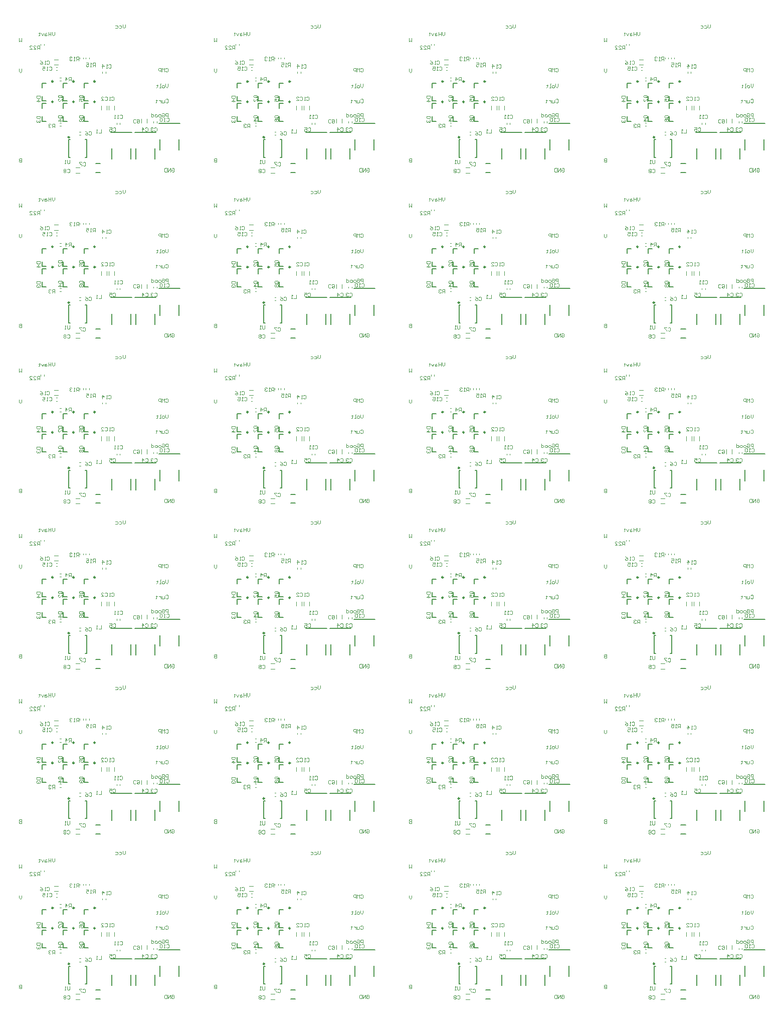
<source format=gbo>
G04 Layer_Color=32896*
%FSLAX24Y24*%
%MOIN*%
G70*
G01*
G75*
%ADD47C,0.0098*%
%ADD49C,0.0079*%
%ADD50C,0.0039*%
%ADD51C,0.0050*%
%ADD52C,0.0040*%
D47*
X10287Y12833D02*
G03*
X10287Y12833I-49J0D01*
G01*
Y14183D02*
G03*
X10287Y14183I-49J0D01*
G01*
X11687D02*
G03*
X11687Y14183I-49J0D01*
G01*
Y12833D02*
G03*
X11687Y12833I-49J0D01*
G01*
X13087Y14183D02*
G03*
X13087Y14183I-49J0D01*
G01*
Y12833D02*
G03*
X13087Y12833I-49J0D01*
G01*
X11373Y10472D02*
G03*
X11373Y10472I-49J0D01*
G01*
X23255Y12833D02*
G03*
X23255Y12833I-49J0D01*
G01*
Y14183D02*
G03*
X23255Y14183I-49J0D01*
G01*
X24655D02*
G03*
X24655Y14183I-49J0D01*
G01*
Y12833D02*
G03*
X24655Y12833I-49J0D01*
G01*
X26055Y14183D02*
G03*
X26055Y14183I-49J0D01*
G01*
Y12833D02*
G03*
X26055Y12833I-49J0D01*
G01*
X24341Y10472D02*
G03*
X24341Y10472I-49J0D01*
G01*
X36224Y12833D02*
G03*
X36224Y12833I-49J0D01*
G01*
Y14183D02*
G03*
X36224Y14183I-49J0D01*
G01*
X37624D02*
G03*
X37624Y14183I-49J0D01*
G01*
Y12833D02*
G03*
X37624Y12833I-49J0D01*
G01*
X39024Y14183D02*
G03*
X39024Y14183I-49J0D01*
G01*
Y12833D02*
G03*
X39024Y12833I-49J0D01*
G01*
X37310Y10472D02*
G03*
X37310Y10472I-49J0D01*
G01*
X49192Y12833D02*
G03*
X49192Y12833I-49J0D01*
G01*
Y14183D02*
G03*
X49192Y14183I-49J0D01*
G01*
X50592D02*
G03*
X50592Y14183I-49J0D01*
G01*
Y12833D02*
G03*
X50592Y12833I-49J0D01*
G01*
X51992Y14183D02*
G03*
X51992Y14183I-49J0D01*
G01*
Y12833D02*
G03*
X51992Y12833I-49J0D01*
G01*
X50278Y10472D02*
G03*
X50278Y10472I-49J0D01*
G01*
X10287Y23820D02*
G03*
X10287Y23820I-49J0D01*
G01*
Y25170D02*
G03*
X10287Y25170I-49J0D01*
G01*
X11687D02*
G03*
X11687Y25170I-49J0D01*
G01*
Y23820D02*
G03*
X11687Y23820I-49J0D01*
G01*
X13087Y25170D02*
G03*
X13087Y25170I-49J0D01*
G01*
Y23820D02*
G03*
X13087Y23820I-49J0D01*
G01*
X11373Y21459D02*
G03*
X11373Y21459I-49J0D01*
G01*
X23255Y23820D02*
G03*
X23255Y23820I-49J0D01*
G01*
Y25170D02*
G03*
X23255Y25170I-49J0D01*
G01*
X24655D02*
G03*
X24655Y25170I-49J0D01*
G01*
Y23820D02*
G03*
X24655Y23820I-49J0D01*
G01*
X26055Y25170D02*
G03*
X26055Y25170I-49J0D01*
G01*
Y23820D02*
G03*
X26055Y23820I-49J0D01*
G01*
X24341Y21459D02*
G03*
X24341Y21459I-49J0D01*
G01*
X36224Y23820D02*
G03*
X36224Y23820I-49J0D01*
G01*
Y25170D02*
G03*
X36224Y25170I-49J0D01*
G01*
X37624D02*
G03*
X37624Y25170I-49J0D01*
G01*
Y23820D02*
G03*
X37624Y23820I-49J0D01*
G01*
X39024Y25170D02*
G03*
X39024Y25170I-49J0D01*
G01*
Y23820D02*
G03*
X39024Y23820I-49J0D01*
G01*
X37310Y21459D02*
G03*
X37310Y21459I-49J0D01*
G01*
X49192Y23820D02*
G03*
X49192Y23820I-49J0D01*
G01*
Y25170D02*
G03*
X49192Y25170I-49J0D01*
G01*
X50592D02*
G03*
X50592Y25170I-49J0D01*
G01*
Y23820D02*
G03*
X50592Y23820I-49J0D01*
G01*
X51992Y25170D02*
G03*
X51992Y25170I-49J0D01*
G01*
Y23820D02*
G03*
X51992Y23820I-49J0D01*
G01*
X50278Y21459D02*
G03*
X50278Y21459I-49J0D01*
G01*
X10287Y34807D02*
G03*
X10287Y34807I-49J0D01*
G01*
Y36157D02*
G03*
X10287Y36157I-49J0D01*
G01*
X11687D02*
G03*
X11687Y36157I-49J0D01*
G01*
Y34807D02*
G03*
X11687Y34807I-49J0D01*
G01*
X13087Y36157D02*
G03*
X13087Y36157I-49J0D01*
G01*
Y34807D02*
G03*
X13087Y34807I-49J0D01*
G01*
X11373Y32447D02*
G03*
X11373Y32447I-49J0D01*
G01*
X23255Y34807D02*
G03*
X23255Y34807I-49J0D01*
G01*
Y36157D02*
G03*
X23255Y36157I-49J0D01*
G01*
X24655D02*
G03*
X24655Y36157I-49J0D01*
G01*
Y34807D02*
G03*
X24655Y34807I-49J0D01*
G01*
X26055Y36157D02*
G03*
X26055Y36157I-49J0D01*
G01*
Y34807D02*
G03*
X26055Y34807I-49J0D01*
G01*
X24341Y32447D02*
G03*
X24341Y32447I-49J0D01*
G01*
X36224Y34807D02*
G03*
X36224Y34807I-49J0D01*
G01*
Y36157D02*
G03*
X36224Y36157I-49J0D01*
G01*
X37624D02*
G03*
X37624Y36157I-49J0D01*
G01*
Y34807D02*
G03*
X37624Y34807I-49J0D01*
G01*
X39024Y36157D02*
G03*
X39024Y36157I-49J0D01*
G01*
Y34807D02*
G03*
X39024Y34807I-49J0D01*
G01*
X37310Y32447D02*
G03*
X37310Y32447I-49J0D01*
G01*
X49192Y34807D02*
G03*
X49192Y34807I-49J0D01*
G01*
Y36157D02*
G03*
X49192Y36157I-49J0D01*
G01*
X50592D02*
G03*
X50592Y36157I-49J0D01*
G01*
Y34807D02*
G03*
X50592Y34807I-49J0D01*
G01*
X51992Y36157D02*
G03*
X51992Y36157I-49J0D01*
G01*
Y34807D02*
G03*
X51992Y34807I-49J0D01*
G01*
X50278Y32447D02*
G03*
X50278Y32447I-49J0D01*
G01*
X10287Y45795D02*
G03*
X10287Y45795I-49J0D01*
G01*
Y47145D02*
G03*
X10287Y47145I-49J0D01*
G01*
X11687D02*
G03*
X11687Y47145I-49J0D01*
G01*
Y45795D02*
G03*
X11687Y45795I-49J0D01*
G01*
X13087Y47145D02*
G03*
X13087Y47145I-49J0D01*
G01*
Y45795D02*
G03*
X13087Y45795I-49J0D01*
G01*
X11373Y43434D02*
G03*
X11373Y43434I-49J0D01*
G01*
X23255Y45795D02*
G03*
X23255Y45795I-49J0D01*
G01*
Y47145D02*
G03*
X23255Y47145I-49J0D01*
G01*
X24655D02*
G03*
X24655Y47145I-49J0D01*
G01*
Y45795D02*
G03*
X24655Y45795I-49J0D01*
G01*
X26055Y47145D02*
G03*
X26055Y47145I-49J0D01*
G01*
Y45795D02*
G03*
X26055Y45795I-49J0D01*
G01*
X24341Y43434D02*
G03*
X24341Y43434I-49J0D01*
G01*
X36224Y45795D02*
G03*
X36224Y45795I-49J0D01*
G01*
Y47145D02*
G03*
X36224Y47145I-49J0D01*
G01*
X37624D02*
G03*
X37624Y47145I-49J0D01*
G01*
Y45795D02*
G03*
X37624Y45795I-49J0D01*
G01*
X39024Y47145D02*
G03*
X39024Y47145I-49J0D01*
G01*
Y45795D02*
G03*
X39024Y45795I-49J0D01*
G01*
X37310Y43434D02*
G03*
X37310Y43434I-49J0D01*
G01*
X49192Y45795D02*
G03*
X49192Y45795I-49J0D01*
G01*
Y47145D02*
G03*
X49192Y47145I-49J0D01*
G01*
X50592D02*
G03*
X50592Y47145I-49J0D01*
G01*
Y45795D02*
G03*
X50592Y45795I-49J0D01*
G01*
X51992Y47145D02*
G03*
X51992Y47145I-49J0D01*
G01*
Y45795D02*
G03*
X51992Y45795I-49J0D01*
G01*
X50278Y43434D02*
G03*
X50278Y43434I-49J0D01*
G01*
X10287Y56782D02*
G03*
X10287Y56782I-49J0D01*
G01*
Y58132D02*
G03*
X10287Y58132I-49J0D01*
G01*
X11687D02*
G03*
X11687Y58132I-49J0D01*
G01*
Y56782D02*
G03*
X11687Y56782I-49J0D01*
G01*
X13087Y58132D02*
G03*
X13087Y58132I-49J0D01*
G01*
Y56782D02*
G03*
X13087Y56782I-49J0D01*
G01*
X11373Y54422D02*
G03*
X11373Y54422I-49J0D01*
G01*
X23255Y56782D02*
G03*
X23255Y56782I-49J0D01*
G01*
Y58132D02*
G03*
X23255Y58132I-49J0D01*
G01*
X24655D02*
G03*
X24655Y58132I-49J0D01*
G01*
Y56782D02*
G03*
X24655Y56782I-49J0D01*
G01*
X26055Y58132D02*
G03*
X26055Y58132I-49J0D01*
G01*
Y56782D02*
G03*
X26055Y56782I-49J0D01*
G01*
X24341Y54422D02*
G03*
X24341Y54422I-49J0D01*
G01*
X36224Y56782D02*
G03*
X36224Y56782I-49J0D01*
G01*
Y58132D02*
G03*
X36224Y58132I-49J0D01*
G01*
X37624D02*
G03*
X37624Y58132I-49J0D01*
G01*
Y56782D02*
G03*
X37624Y56782I-49J0D01*
G01*
X39024Y58132D02*
G03*
X39024Y58132I-49J0D01*
G01*
Y56782D02*
G03*
X39024Y56782I-49J0D01*
G01*
X37310Y54422D02*
G03*
X37310Y54422I-49J0D01*
G01*
X49192Y56782D02*
G03*
X49192Y56782I-49J0D01*
G01*
Y58132D02*
G03*
X49192Y58132I-49J0D01*
G01*
X50592D02*
G03*
X50592Y58132I-49J0D01*
G01*
Y56782D02*
G03*
X50592Y56782I-49J0D01*
G01*
X51992Y58132D02*
G03*
X51992Y58132I-49J0D01*
G01*
Y56782D02*
G03*
X51992Y56782I-49J0D01*
G01*
X50278Y54422D02*
G03*
X50278Y54422I-49J0D01*
G01*
X10287Y67770D02*
G03*
X10287Y67770I-49J0D01*
G01*
Y69120D02*
G03*
X10287Y69120I-49J0D01*
G01*
X11687D02*
G03*
X11687Y69120I-49J0D01*
G01*
Y67770D02*
G03*
X11687Y67770I-49J0D01*
G01*
X13087Y69120D02*
G03*
X13087Y69120I-49J0D01*
G01*
Y67770D02*
G03*
X13087Y67770I-49J0D01*
G01*
X11373Y65409D02*
G03*
X11373Y65409I-49J0D01*
G01*
X23255Y67770D02*
G03*
X23255Y67770I-49J0D01*
G01*
Y69120D02*
G03*
X23255Y69120I-49J0D01*
G01*
X24655D02*
G03*
X24655Y69120I-49J0D01*
G01*
Y67770D02*
G03*
X24655Y67770I-49J0D01*
G01*
X26055Y69120D02*
G03*
X26055Y69120I-49J0D01*
G01*
Y67770D02*
G03*
X26055Y67770I-49J0D01*
G01*
X24341Y65409D02*
G03*
X24341Y65409I-49J0D01*
G01*
X36224Y67770D02*
G03*
X36224Y67770I-49J0D01*
G01*
Y69120D02*
G03*
X36224Y69120I-49J0D01*
G01*
X37624D02*
G03*
X37624Y69120I-49J0D01*
G01*
Y67770D02*
G03*
X37624Y67770I-49J0D01*
G01*
X39024Y69120D02*
G03*
X39024Y69120I-49J0D01*
G01*
Y67770D02*
G03*
X39024Y67770I-49J0D01*
G01*
X37310Y65409D02*
G03*
X37310Y65409I-49J0D01*
G01*
X49192Y67770D02*
G03*
X49192Y67770I-49J0D01*
G01*
Y69120D02*
G03*
X49192Y69120I-49J0D01*
G01*
X50592D02*
G03*
X50592Y69120I-49J0D01*
G01*
Y67770D02*
G03*
X50592Y67770I-49J0D01*
G01*
X51992Y69120D02*
G03*
X51992Y69120I-49J0D01*
G01*
Y67770D02*
G03*
X51992Y67770I-49J0D01*
G01*
X50278Y65409D02*
G03*
X50278Y65409I-49J0D01*
G01*
D49*
X18654Y9620D02*
Y10328D01*
X17394Y9620D02*
Y10328D01*
X15794Y9020D02*
Y9728D01*
X17054Y9020D02*
Y9728D01*
X14194Y9020D02*
Y9728D01*
X15454Y9020D02*
Y9728D01*
X13117Y8129D02*
X13431D01*
X13117Y8719D02*
X13431D01*
X9548Y12715D02*
X9824D01*
X9548Y12400D02*
Y12715D01*
Y11533D02*
X9824D01*
X9548D02*
Y11848D01*
Y14065D02*
X9824D01*
X9548Y13750D02*
Y14065D01*
Y12883D02*
X9824D01*
X9548D02*
Y13198D01*
X10948Y14065D02*
X11224D01*
X10948Y13750D02*
Y14065D01*
Y12883D02*
X11224D01*
X10948D02*
Y13198D01*
Y12715D02*
X11224D01*
X10948Y12400D02*
Y12715D01*
Y11533D02*
X11224D01*
X10948D02*
Y11848D01*
X12348Y14065D02*
X12624D01*
X12348Y13750D02*
Y14065D01*
Y12883D02*
X12624D01*
X12348D02*
Y13198D01*
Y12715D02*
X12624D01*
X12348Y12400D02*
Y12715D01*
Y11533D02*
X12624D01*
X12348D02*
Y11848D01*
X31622Y9620D02*
Y10328D01*
X30363Y9620D02*
Y10328D01*
X28763Y9020D02*
Y9728D01*
X30022Y9020D02*
Y9728D01*
X27163Y9020D02*
Y9728D01*
X28422Y9020D02*
Y9728D01*
X26085Y8129D02*
X26400D01*
X26085Y8719D02*
X26400D01*
X22517Y12715D02*
X22793D01*
X22517Y12400D02*
Y12715D01*
Y11533D02*
X22793D01*
X22517D02*
Y11848D01*
Y14065D02*
X22793D01*
X22517Y13750D02*
Y14065D01*
Y12883D02*
X22793D01*
X22517D02*
Y13198D01*
X23917Y14065D02*
X24193D01*
X23917Y13750D02*
Y14065D01*
Y12883D02*
X24193D01*
X23917D02*
Y13198D01*
Y12715D02*
X24193D01*
X23917Y12400D02*
Y12715D01*
Y11533D02*
X24193D01*
X23917D02*
Y11848D01*
X25317Y14065D02*
X25593D01*
X25317Y13750D02*
Y14065D01*
Y12883D02*
X25593D01*
X25317D02*
Y13198D01*
Y12715D02*
X25593D01*
X25317Y12400D02*
Y12715D01*
Y11533D02*
X25593D01*
X25317D02*
Y11848D01*
X44591Y9620D02*
Y10328D01*
X43331Y9620D02*
Y10328D01*
X41731Y9020D02*
Y9728D01*
X42991Y9020D02*
Y9728D01*
X40131Y9020D02*
Y9728D01*
X41391Y9020D02*
Y9728D01*
X39054Y8129D02*
X39369D01*
X39054Y8719D02*
X39369D01*
X35485Y12715D02*
X35761D01*
X35485Y12400D02*
Y12715D01*
Y11533D02*
X35761D01*
X35485D02*
Y11848D01*
Y14065D02*
X35761D01*
X35485Y13750D02*
Y14065D01*
Y12883D02*
X35761D01*
X35485D02*
Y13198D01*
X36885Y14065D02*
X37161D01*
X36885Y13750D02*
Y14065D01*
Y12883D02*
X37161D01*
X36885D02*
Y13198D01*
Y12715D02*
X37161D01*
X36885Y12400D02*
Y12715D01*
Y11533D02*
X37161D01*
X36885D02*
Y11848D01*
X38285Y14065D02*
X38561D01*
X38285Y13750D02*
Y14065D01*
Y12883D02*
X38561D01*
X38285D02*
Y13198D01*
Y12715D02*
X38561D01*
X38285Y12400D02*
Y12715D01*
Y11533D02*
X38561D01*
X38285D02*
Y11848D01*
X57559Y9620D02*
Y10328D01*
X56300Y9620D02*
Y10328D01*
X54700Y9020D02*
Y9728D01*
X55959Y9020D02*
Y9728D01*
X53100Y9020D02*
Y9728D01*
X54359Y9020D02*
Y9728D01*
X52022Y8129D02*
X52337D01*
X52022Y8719D02*
X52337D01*
X48454Y12715D02*
X48730D01*
X48454Y12400D02*
Y12715D01*
Y11533D02*
X48730D01*
X48454D02*
Y11848D01*
Y14065D02*
X48730D01*
X48454Y13750D02*
Y14065D01*
Y12883D02*
X48730D01*
X48454D02*
Y13198D01*
X49854Y14065D02*
X50130D01*
X49854Y13750D02*
Y14065D01*
Y12883D02*
X50130D01*
X49854D02*
Y13198D01*
Y12715D02*
X50130D01*
X49854Y12400D02*
Y12715D01*
Y11533D02*
X50130D01*
X49854D02*
Y11848D01*
X51254Y14065D02*
X51530D01*
X51254Y13750D02*
Y14065D01*
Y12883D02*
X51530D01*
X51254D02*
Y13198D01*
Y12715D02*
X51530D01*
X51254Y12400D02*
Y12715D01*
Y11533D02*
X51530D01*
X51254D02*
Y11848D01*
X18654Y20607D02*
Y21316D01*
X17394Y20607D02*
Y21316D01*
X15794Y20007D02*
Y20716D01*
X17054Y20007D02*
Y20716D01*
X14194Y20007D02*
Y20716D01*
X15454Y20007D02*
Y20716D01*
X13117Y19116D02*
X13431D01*
X13117Y19707D02*
X13431D01*
X9548Y23702D02*
X9824D01*
X9548Y23387D02*
Y23702D01*
Y22521D02*
X9824D01*
X9548D02*
Y22836D01*
Y25052D02*
X9824D01*
X9548Y24737D02*
Y25052D01*
Y23871D02*
X9824D01*
X9548D02*
Y24186D01*
X10948Y25052D02*
X11224D01*
X10948Y24737D02*
Y25052D01*
Y23871D02*
X11224D01*
X10948D02*
Y24186D01*
Y23702D02*
X11224D01*
X10948Y23387D02*
Y23702D01*
Y22521D02*
X11224D01*
X10948D02*
Y22836D01*
X12348Y25052D02*
X12624D01*
X12348Y24737D02*
Y25052D01*
Y23871D02*
X12624D01*
X12348D02*
Y24186D01*
Y23702D02*
X12624D01*
X12348Y23387D02*
Y23702D01*
Y22521D02*
X12624D01*
X12348D02*
Y22836D01*
X31622Y20607D02*
Y21316D01*
X30363Y20607D02*
Y21316D01*
X28763Y20007D02*
Y20716D01*
X30022Y20007D02*
Y20716D01*
X27163Y20007D02*
Y20716D01*
X28422Y20007D02*
Y20716D01*
X26085Y19116D02*
X26400D01*
X26085Y19707D02*
X26400D01*
X22517Y23702D02*
X22793D01*
X22517Y23387D02*
Y23702D01*
Y22521D02*
X22793D01*
X22517D02*
Y22836D01*
Y25052D02*
X22793D01*
X22517Y24737D02*
Y25052D01*
Y23871D02*
X22793D01*
X22517D02*
Y24186D01*
X23917Y25052D02*
X24193D01*
X23917Y24737D02*
Y25052D01*
Y23871D02*
X24193D01*
X23917D02*
Y24186D01*
Y23702D02*
X24193D01*
X23917Y23387D02*
Y23702D01*
Y22521D02*
X24193D01*
X23917D02*
Y22836D01*
X25317Y25052D02*
X25593D01*
X25317Y24737D02*
Y25052D01*
Y23871D02*
X25593D01*
X25317D02*
Y24186D01*
Y23702D02*
X25593D01*
X25317Y23387D02*
Y23702D01*
Y22521D02*
X25593D01*
X25317D02*
Y22836D01*
X44591Y20607D02*
Y21316D01*
X43331Y20607D02*
Y21316D01*
X41731Y20007D02*
Y20716D01*
X42991Y20007D02*
Y20716D01*
X40131Y20007D02*
Y20716D01*
X41391Y20007D02*
Y20716D01*
X39054Y19116D02*
X39369D01*
X39054Y19707D02*
X39369D01*
X35485Y23702D02*
X35761D01*
X35485Y23387D02*
Y23702D01*
Y22521D02*
X35761D01*
X35485D02*
Y22836D01*
Y25052D02*
X35761D01*
X35485Y24737D02*
Y25052D01*
Y23871D02*
X35761D01*
X35485D02*
Y24186D01*
X36885Y25052D02*
X37161D01*
X36885Y24737D02*
Y25052D01*
Y23871D02*
X37161D01*
X36885D02*
Y24186D01*
Y23702D02*
X37161D01*
X36885Y23387D02*
Y23702D01*
Y22521D02*
X37161D01*
X36885D02*
Y22836D01*
X38285Y25052D02*
X38561D01*
X38285Y24737D02*
Y25052D01*
Y23871D02*
X38561D01*
X38285D02*
Y24186D01*
Y23702D02*
X38561D01*
X38285Y23387D02*
Y23702D01*
Y22521D02*
X38561D01*
X38285D02*
Y22836D01*
X57559Y20607D02*
Y21316D01*
X56300Y20607D02*
Y21316D01*
X54700Y20007D02*
Y20716D01*
X55959Y20007D02*
Y20716D01*
X53100Y20007D02*
Y20716D01*
X54359Y20007D02*
Y20716D01*
X52022Y19116D02*
X52337D01*
X52022Y19707D02*
X52337D01*
X48454Y23702D02*
X48730D01*
X48454Y23387D02*
Y23702D01*
Y22521D02*
X48730D01*
X48454D02*
Y22836D01*
Y25052D02*
X48730D01*
X48454Y24737D02*
Y25052D01*
Y23871D02*
X48730D01*
X48454D02*
Y24186D01*
X49854Y25052D02*
X50130D01*
X49854Y24737D02*
Y25052D01*
Y23871D02*
X50130D01*
X49854D02*
Y24186D01*
Y23702D02*
X50130D01*
X49854Y23387D02*
Y23702D01*
Y22521D02*
X50130D01*
X49854D02*
Y22836D01*
X51254Y25052D02*
X51530D01*
X51254Y24737D02*
Y25052D01*
Y23871D02*
X51530D01*
X51254D02*
Y24186D01*
Y23702D02*
X51530D01*
X51254Y23387D02*
Y23702D01*
Y22521D02*
X51530D01*
X51254D02*
Y22836D01*
X18654Y31594D02*
Y32303D01*
X17394Y31594D02*
Y32303D01*
X15794Y30994D02*
Y31703D01*
X17054Y30994D02*
Y31703D01*
X14194Y30994D02*
Y31703D01*
X15454Y30994D02*
Y31703D01*
X13117Y30104D02*
X13431D01*
X13117Y30694D02*
X13431D01*
X9548Y34689D02*
X9824D01*
X9548Y34374D02*
Y34689D01*
Y33508D02*
X9824D01*
X9548D02*
Y33823D01*
Y36039D02*
X9824D01*
X9548Y35724D02*
Y36039D01*
Y34858D02*
X9824D01*
X9548D02*
Y35173D01*
X10948Y36039D02*
X11224D01*
X10948Y35724D02*
Y36039D01*
Y34858D02*
X11224D01*
X10948D02*
Y35173D01*
Y34689D02*
X11224D01*
X10948Y34374D02*
Y34689D01*
Y33508D02*
X11224D01*
X10948D02*
Y33823D01*
X12348Y36039D02*
X12624D01*
X12348Y35724D02*
Y36039D01*
Y34858D02*
X12624D01*
X12348D02*
Y35173D01*
Y34689D02*
X12624D01*
X12348Y34374D02*
Y34689D01*
Y33508D02*
X12624D01*
X12348D02*
Y33823D01*
X31622Y31594D02*
Y32303D01*
X30363Y31594D02*
Y32303D01*
X28763Y30994D02*
Y31703D01*
X30022Y30994D02*
Y31703D01*
X27163Y30994D02*
Y31703D01*
X28422Y30994D02*
Y31703D01*
X26085Y30104D02*
X26400D01*
X26085Y30694D02*
X26400D01*
X22517Y34689D02*
X22793D01*
X22517Y34374D02*
Y34689D01*
Y33508D02*
X22793D01*
X22517D02*
Y33823D01*
Y36039D02*
X22793D01*
X22517Y35724D02*
Y36039D01*
Y34858D02*
X22793D01*
X22517D02*
Y35173D01*
X23917Y36039D02*
X24193D01*
X23917Y35724D02*
Y36039D01*
Y34858D02*
X24193D01*
X23917D02*
Y35173D01*
Y34689D02*
X24193D01*
X23917Y34374D02*
Y34689D01*
Y33508D02*
X24193D01*
X23917D02*
Y33823D01*
X25317Y36039D02*
X25593D01*
X25317Y35724D02*
Y36039D01*
Y34858D02*
X25593D01*
X25317D02*
Y35173D01*
Y34689D02*
X25593D01*
X25317Y34374D02*
Y34689D01*
Y33508D02*
X25593D01*
X25317D02*
Y33823D01*
X44591Y31594D02*
Y32303D01*
X43331Y31594D02*
Y32303D01*
X41731Y30994D02*
Y31703D01*
X42991Y30994D02*
Y31703D01*
X40131Y30994D02*
Y31703D01*
X41391Y30994D02*
Y31703D01*
X39054Y30104D02*
X39369D01*
X39054Y30694D02*
X39369D01*
X35485Y34689D02*
X35761D01*
X35485Y34374D02*
Y34689D01*
Y33508D02*
X35761D01*
X35485D02*
Y33823D01*
Y36039D02*
X35761D01*
X35485Y35724D02*
Y36039D01*
Y34858D02*
X35761D01*
X35485D02*
Y35173D01*
X36885Y36039D02*
X37161D01*
X36885Y35724D02*
Y36039D01*
Y34858D02*
X37161D01*
X36885D02*
Y35173D01*
Y34689D02*
X37161D01*
X36885Y34374D02*
Y34689D01*
Y33508D02*
X37161D01*
X36885D02*
Y33823D01*
X38285Y36039D02*
X38561D01*
X38285Y35724D02*
Y36039D01*
Y34858D02*
X38561D01*
X38285D02*
Y35173D01*
Y34689D02*
X38561D01*
X38285Y34374D02*
Y34689D01*
Y33508D02*
X38561D01*
X38285D02*
Y33823D01*
X57559Y31594D02*
Y32303D01*
X56300Y31594D02*
Y32303D01*
X54700Y30994D02*
Y31703D01*
X55959Y30994D02*
Y31703D01*
X53100Y30994D02*
Y31703D01*
X54359Y30994D02*
Y31703D01*
X52022Y30104D02*
X52337D01*
X52022Y30694D02*
X52337D01*
X48454Y34689D02*
X48730D01*
X48454Y34374D02*
Y34689D01*
Y33508D02*
X48730D01*
X48454D02*
Y33823D01*
Y36039D02*
X48730D01*
X48454Y35724D02*
Y36039D01*
Y34858D02*
X48730D01*
X48454D02*
Y35173D01*
X49854Y36039D02*
X50130D01*
X49854Y35724D02*
Y36039D01*
Y34858D02*
X50130D01*
X49854D02*
Y35173D01*
Y34689D02*
X50130D01*
X49854Y34374D02*
Y34689D01*
Y33508D02*
X50130D01*
X49854D02*
Y33823D01*
X51254Y36039D02*
X51530D01*
X51254Y35724D02*
Y36039D01*
Y34858D02*
X51530D01*
X51254D02*
Y35173D01*
Y34689D02*
X51530D01*
X51254Y34374D02*
Y34689D01*
Y33508D02*
X51530D01*
X51254D02*
Y33823D01*
X18654Y42582D02*
Y43291D01*
X17394Y42582D02*
Y43291D01*
X15794Y41982D02*
Y42691D01*
X17054Y41982D02*
Y42691D01*
X14194Y41982D02*
Y42691D01*
X15454Y41982D02*
Y42691D01*
X13117Y41091D02*
X13431D01*
X13117Y41681D02*
X13431D01*
X9548Y45677D02*
X9824D01*
X9548Y45362D02*
Y45677D01*
Y44496D02*
X9824D01*
X9548D02*
Y44811D01*
Y47027D02*
X9824D01*
X9548Y46712D02*
Y47027D01*
Y45846D02*
X9824D01*
X9548D02*
Y46161D01*
X10948Y47027D02*
X11224D01*
X10948Y46712D02*
Y47027D01*
Y45846D02*
X11224D01*
X10948D02*
Y46161D01*
Y45677D02*
X11224D01*
X10948Y45362D02*
Y45677D01*
Y44496D02*
X11224D01*
X10948D02*
Y44811D01*
X12348Y47027D02*
X12624D01*
X12348Y46712D02*
Y47027D01*
Y45846D02*
X12624D01*
X12348D02*
Y46161D01*
Y45677D02*
X12624D01*
X12348Y45362D02*
Y45677D01*
Y44496D02*
X12624D01*
X12348D02*
Y44811D01*
X31622Y42582D02*
Y43291D01*
X30363Y42582D02*
Y43291D01*
X28763Y41982D02*
Y42691D01*
X30022Y41982D02*
Y42691D01*
X27163Y41982D02*
Y42691D01*
X28422Y41982D02*
Y42691D01*
X26085Y41091D02*
X26400D01*
X26085Y41681D02*
X26400D01*
X22517Y45677D02*
X22793D01*
X22517Y45362D02*
Y45677D01*
Y44496D02*
X22793D01*
X22517D02*
Y44811D01*
Y47027D02*
X22793D01*
X22517Y46712D02*
Y47027D01*
Y45846D02*
X22793D01*
X22517D02*
Y46161D01*
X23917Y47027D02*
X24193D01*
X23917Y46712D02*
Y47027D01*
Y45846D02*
X24193D01*
X23917D02*
Y46161D01*
Y45677D02*
X24193D01*
X23917Y45362D02*
Y45677D01*
Y44496D02*
X24193D01*
X23917D02*
Y44811D01*
X25317Y47027D02*
X25593D01*
X25317Y46712D02*
Y47027D01*
Y45846D02*
X25593D01*
X25317D02*
Y46161D01*
Y45677D02*
X25593D01*
X25317Y45362D02*
Y45677D01*
Y44496D02*
X25593D01*
X25317D02*
Y44811D01*
X44591Y42582D02*
Y43291D01*
X43331Y42582D02*
Y43291D01*
X41731Y41982D02*
Y42691D01*
X42991Y41982D02*
Y42691D01*
X40131Y41982D02*
Y42691D01*
X41391Y41982D02*
Y42691D01*
X39054Y41091D02*
X39369D01*
X39054Y41681D02*
X39369D01*
X35485Y45677D02*
X35761D01*
X35485Y45362D02*
Y45677D01*
Y44496D02*
X35761D01*
X35485D02*
Y44811D01*
Y47027D02*
X35761D01*
X35485Y46712D02*
Y47027D01*
Y45846D02*
X35761D01*
X35485D02*
Y46161D01*
X36885Y47027D02*
X37161D01*
X36885Y46712D02*
Y47027D01*
Y45846D02*
X37161D01*
X36885D02*
Y46161D01*
Y45677D02*
X37161D01*
X36885Y45362D02*
Y45677D01*
Y44496D02*
X37161D01*
X36885D02*
Y44811D01*
X38285Y47027D02*
X38561D01*
X38285Y46712D02*
Y47027D01*
Y45846D02*
X38561D01*
X38285D02*
Y46161D01*
Y45677D02*
X38561D01*
X38285Y45362D02*
Y45677D01*
Y44496D02*
X38561D01*
X38285D02*
Y44811D01*
X57559Y42582D02*
Y43291D01*
X56300Y42582D02*
Y43291D01*
X54700Y41982D02*
Y42691D01*
X55959Y41982D02*
Y42691D01*
X53100Y41982D02*
Y42691D01*
X54359Y41982D02*
Y42691D01*
X52022Y41091D02*
X52337D01*
X52022Y41681D02*
X52337D01*
X48454Y45677D02*
X48730D01*
X48454Y45362D02*
Y45677D01*
Y44496D02*
X48730D01*
X48454D02*
Y44811D01*
Y47027D02*
X48730D01*
X48454Y46712D02*
Y47027D01*
Y45846D02*
X48730D01*
X48454D02*
Y46161D01*
X49854Y47027D02*
X50130D01*
X49854Y46712D02*
Y47027D01*
Y45846D02*
X50130D01*
X49854D02*
Y46161D01*
Y45677D02*
X50130D01*
X49854Y45362D02*
Y45677D01*
Y44496D02*
X50130D01*
X49854D02*
Y44811D01*
X51254Y47027D02*
X51530D01*
X51254Y46712D02*
Y47027D01*
Y45846D02*
X51530D01*
X51254D02*
Y46161D01*
Y45677D02*
X51530D01*
X51254Y45362D02*
Y45677D01*
Y44496D02*
X51530D01*
X51254D02*
Y44811D01*
X18654Y53569D02*
Y54278D01*
X17394Y53569D02*
Y54278D01*
X15794Y52969D02*
Y53678D01*
X17054Y52969D02*
Y53678D01*
X14194Y52969D02*
Y53678D01*
X15454Y52969D02*
Y53678D01*
X13117Y52078D02*
X13431D01*
X13117Y52669D02*
X13431D01*
X9548Y56664D02*
X9824D01*
X9548Y56349D02*
Y56664D01*
Y55483D02*
X9824D01*
X9548D02*
Y55798D01*
Y58014D02*
X9824D01*
X9548Y57699D02*
Y58014D01*
Y56833D02*
X9824D01*
X9548D02*
Y57148D01*
X10948Y58014D02*
X11224D01*
X10948Y57699D02*
Y58014D01*
Y56833D02*
X11224D01*
X10948D02*
Y57148D01*
Y56664D02*
X11224D01*
X10948Y56349D02*
Y56664D01*
Y55483D02*
X11224D01*
X10948D02*
Y55798D01*
X12348Y58014D02*
X12624D01*
X12348Y57699D02*
Y58014D01*
Y56833D02*
X12624D01*
X12348D02*
Y57148D01*
Y56664D02*
X12624D01*
X12348Y56349D02*
Y56664D01*
Y55483D02*
X12624D01*
X12348D02*
Y55798D01*
X31622Y53569D02*
Y54278D01*
X30363Y53569D02*
Y54278D01*
X28763Y52969D02*
Y53678D01*
X30022Y52969D02*
Y53678D01*
X27163Y52969D02*
Y53678D01*
X28422Y52969D02*
Y53678D01*
X26085Y52078D02*
X26400D01*
X26085Y52669D02*
X26400D01*
X22517Y56664D02*
X22793D01*
X22517Y56349D02*
Y56664D01*
Y55483D02*
X22793D01*
X22517D02*
Y55798D01*
Y58014D02*
X22793D01*
X22517Y57699D02*
Y58014D01*
Y56833D02*
X22793D01*
X22517D02*
Y57148D01*
X23917Y58014D02*
X24193D01*
X23917Y57699D02*
Y58014D01*
Y56833D02*
X24193D01*
X23917D02*
Y57148D01*
Y56664D02*
X24193D01*
X23917Y56349D02*
Y56664D01*
Y55483D02*
X24193D01*
X23917D02*
Y55798D01*
X25317Y58014D02*
X25593D01*
X25317Y57699D02*
Y58014D01*
Y56833D02*
X25593D01*
X25317D02*
Y57148D01*
Y56664D02*
X25593D01*
X25317Y56349D02*
Y56664D01*
Y55483D02*
X25593D01*
X25317D02*
Y55798D01*
X44591Y53569D02*
Y54278D01*
X43331Y53569D02*
Y54278D01*
X41731Y52969D02*
Y53678D01*
X42991Y52969D02*
Y53678D01*
X40131Y52969D02*
Y53678D01*
X41391Y52969D02*
Y53678D01*
X39054Y52078D02*
X39369D01*
X39054Y52669D02*
X39369D01*
X35485Y56664D02*
X35761D01*
X35485Y56349D02*
Y56664D01*
Y55483D02*
X35761D01*
X35485D02*
Y55798D01*
Y58014D02*
X35761D01*
X35485Y57699D02*
Y58014D01*
Y56833D02*
X35761D01*
X35485D02*
Y57148D01*
X36885Y58014D02*
X37161D01*
X36885Y57699D02*
Y58014D01*
Y56833D02*
X37161D01*
X36885D02*
Y57148D01*
Y56664D02*
X37161D01*
X36885Y56349D02*
Y56664D01*
Y55483D02*
X37161D01*
X36885D02*
Y55798D01*
X38285Y58014D02*
X38561D01*
X38285Y57699D02*
Y58014D01*
Y56833D02*
X38561D01*
X38285D02*
Y57148D01*
Y56664D02*
X38561D01*
X38285Y56349D02*
Y56664D01*
Y55483D02*
X38561D01*
X38285D02*
Y55798D01*
X57559Y53569D02*
Y54278D01*
X56300Y53569D02*
Y54278D01*
X54700Y52969D02*
Y53678D01*
X55959Y52969D02*
Y53678D01*
X53100Y52969D02*
Y53678D01*
X54359Y52969D02*
Y53678D01*
X52022Y52078D02*
X52337D01*
X52022Y52669D02*
X52337D01*
X48454Y56664D02*
X48730D01*
X48454Y56349D02*
Y56664D01*
Y55483D02*
X48730D01*
X48454D02*
Y55798D01*
Y58014D02*
X48730D01*
X48454Y57699D02*
Y58014D01*
Y56833D02*
X48730D01*
X48454D02*
Y57148D01*
X49854Y58014D02*
X50130D01*
X49854Y57699D02*
Y58014D01*
Y56833D02*
X50130D01*
X49854D02*
Y57148D01*
Y56664D02*
X50130D01*
X49854Y56349D02*
Y56664D01*
Y55483D02*
X50130D01*
X49854D02*
Y55798D01*
X51254Y58014D02*
X51530D01*
X51254Y57699D02*
Y58014D01*
Y56833D02*
X51530D01*
X51254D02*
Y57148D01*
Y56664D02*
X51530D01*
X51254Y56349D02*
Y56664D01*
Y55483D02*
X51530D01*
X51254D02*
Y55798D01*
X18654Y64557D02*
Y65265D01*
X17394Y64557D02*
Y65265D01*
X15794Y63957D02*
Y64665D01*
X17054Y63957D02*
Y64665D01*
X14194Y63957D02*
Y64665D01*
X15454Y63957D02*
Y64665D01*
X13117Y63066D02*
X13431D01*
X13117Y63656D02*
X13431D01*
X9548Y67652D02*
X9824D01*
X9548Y67337D02*
Y67652D01*
Y66470D02*
X9824D01*
X9548D02*
Y66785D01*
Y69002D02*
X9824D01*
X9548Y68687D02*
Y69002D01*
Y67820D02*
X9824D01*
X9548D02*
Y68135D01*
X10948Y69002D02*
X11224D01*
X10948Y68687D02*
Y69002D01*
Y67820D02*
X11224D01*
X10948D02*
Y68135D01*
Y67652D02*
X11224D01*
X10948Y67337D02*
Y67652D01*
Y66470D02*
X11224D01*
X10948D02*
Y66785D01*
X12348Y69002D02*
X12624D01*
X12348Y68687D02*
Y69002D01*
Y67820D02*
X12624D01*
X12348D02*
Y68135D01*
Y67652D02*
X12624D01*
X12348Y67337D02*
Y67652D01*
Y66470D02*
X12624D01*
X12348D02*
Y66785D01*
X31622Y64557D02*
Y65265D01*
X30363Y64557D02*
Y65265D01*
X28763Y63957D02*
Y64665D01*
X30022Y63957D02*
Y64665D01*
X27163Y63957D02*
Y64665D01*
X28422Y63957D02*
Y64665D01*
X26085Y63066D02*
X26400D01*
X26085Y63656D02*
X26400D01*
X22517Y67652D02*
X22793D01*
X22517Y67337D02*
Y67652D01*
Y66470D02*
X22793D01*
X22517D02*
Y66785D01*
Y69002D02*
X22793D01*
X22517Y68687D02*
Y69002D01*
Y67820D02*
X22793D01*
X22517D02*
Y68135D01*
X23917Y69002D02*
X24193D01*
X23917Y68687D02*
Y69002D01*
Y67820D02*
X24193D01*
X23917D02*
Y68135D01*
Y67652D02*
X24193D01*
X23917Y67337D02*
Y67652D01*
Y66470D02*
X24193D01*
X23917D02*
Y66785D01*
X25317Y69002D02*
X25593D01*
X25317Y68687D02*
Y69002D01*
Y67820D02*
X25593D01*
X25317D02*
Y68135D01*
Y67652D02*
X25593D01*
X25317Y67337D02*
Y67652D01*
Y66470D02*
X25593D01*
X25317D02*
Y66785D01*
X44591Y64557D02*
Y65265D01*
X43331Y64557D02*
Y65265D01*
X41731Y63957D02*
Y64665D01*
X42991Y63957D02*
Y64665D01*
X40131Y63957D02*
Y64665D01*
X41391Y63957D02*
Y64665D01*
X39054Y63066D02*
X39369D01*
X39054Y63656D02*
X39369D01*
X35485Y67652D02*
X35761D01*
X35485Y67337D02*
Y67652D01*
Y66470D02*
X35761D01*
X35485D02*
Y66785D01*
Y69002D02*
X35761D01*
X35485Y68687D02*
Y69002D01*
Y67820D02*
X35761D01*
X35485D02*
Y68135D01*
X36885Y69002D02*
X37161D01*
X36885Y68687D02*
Y69002D01*
Y67820D02*
X37161D01*
X36885D02*
Y68135D01*
Y67652D02*
X37161D01*
X36885Y67337D02*
Y67652D01*
Y66470D02*
X37161D01*
X36885D02*
Y66785D01*
X38285Y69002D02*
X38561D01*
X38285Y68687D02*
Y69002D01*
Y67820D02*
X38561D01*
X38285D02*
Y68135D01*
Y67652D02*
X38561D01*
X38285Y67337D02*
Y67652D01*
Y66470D02*
X38561D01*
X38285D02*
Y66785D01*
X57559Y64557D02*
Y65265D01*
X56300Y64557D02*
Y65265D01*
X54700Y63957D02*
Y64665D01*
X55959Y63957D02*
Y64665D01*
X53100Y63957D02*
Y64665D01*
X54359Y63957D02*
Y64665D01*
X52022Y63066D02*
X52337D01*
X52022Y63656D02*
X52337D01*
X48454Y67652D02*
X48730D01*
X48454Y67337D02*
Y67652D01*
Y66470D02*
X48730D01*
X48454D02*
Y66785D01*
Y69002D02*
X48730D01*
X48454Y68687D02*
Y69002D01*
Y67820D02*
X48730D01*
X48454D02*
Y68135D01*
X49854Y69002D02*
X50130D01*
X49854Y68687D02*
Y69002D01*
Y67820D02*
X50130D01*
X49854D02*
Y68135D01*
Y67652D02*
X50130D01*
X49854Y67337D02*
Y67652D01*
Y66470D02*
X50130D01*
X49854D02*
Y66785D01*
X51254Y69002D02*
X51530D01*
X51254Y68687D02*
Y69002D01*
Y67820D02*
X51530D01*
X51254D02*
Y68135D01*
Y67652D02*
X51530D01*
X51254Y67337D02*
Y67652D01*
Y66470D02*
X51530D01*
X51254D02*
Y66785D01*
D50*
X14732Y11335D02*
Y11413D01*
X14516Y11335D02*
Y11413D01*
X12035Y10616D02*
X12113D01*
X12035Y10832D02*
X12113D01*
X16507Y11420D02*
Y11696D01*
X16163Y11420D02*
Y11696D01*
X16966Y11435D02*
Y11513D01*
X17182Y11435D02*
Y11513D01*
X13566Y14735D02*
Y14813D01*
X13782Y14735D02*
Y14813D01*
X10485Y14916D02*
X10563D01*
X10485Y15132D02*
X10563D01*
X10336Y15641D02*
X10612D01*
X10336Y15297D02*
X10612D01*
X14341Y12286D02*
Y12562D01*
X13997Y12286D02*
Y12562D01*
X13841Y12286D02*
Y12562D01*
X13497Y12286D02*
Y12562D01*
X12282Y15685D02*
Y15763D01*
X12066Y15685D02*
Y15763D01*
X12466Y15685D02*
Y15763D01*
X12682Y15685D02*
Y15763D01*
X10735Y11216D02*
X10813D01*
X10735Y11432D02*
X10813D01*
X10735Y14432D02*
X10813D01*
X10735Y14216D02*
X10813D01*
X9682Y16585D02*
Y16663D01*
X9466Y16585D02*
Y16663D01*
X11786Y8451D02*
X12062D01*
X11786Y8107D02*
X12062D01*
X27701Y11335D02*
Y11413D01*
X27484Y11335D02*
Y11413D01*
X25003Y10616D02*
X25082D01*
X25003Y10832D02*
X25082D01*
X29476Y11420D02*
Y11696D01*
X29132Y11420D02*
Y11696D01*
X29934Y11435D02*
Y11513D01*
X30151Y11435D02*
Y11513D01*
X26534Y14735D02*
Y14813D01*
X26751Y14735D02*
Y14813D01*
X23453Y14916D02*
X23532D01*
X23453Y15132D02*
X23532D01*
X23305Y15641D02*
X23580D01*
X23305Y15297D02*
X23580D01*
X27310Y12286D02*
Y12562D01*
X26965Y12286D02*
Y12562D01*
X26810Y12286D02*
Y12562D01*
X26465Y12286D02*
Y12562D01*
X25251Y15685D02*
Y15763D01*
X25034Y15685D02*
Y15763D01*
X25434Y15685D02*
Y15763D01*
X25651Y15685D02*
Y15763D01*
X23703Y11216D02*
X23782D01*
X23703Y11432D02*
X23782D01*
X23703Y14432D02*
X23782D01*
X23703Y14216D02*
X23782D01*
X22651Y16585D02*
Y16663D01*
X22434Y16585D02*
Y16663D01*
X24755Y8451D02*
X25030D01*
X24755Y8107D02*
X25030D01*
X40669Y11335D02*
Y11413D01*
X40453Y11335D02*
Y11413D01*
X37972Y10616D02*
X38050D01*
X37972Y10832D02*
X38050D01*
X42444Y11420D02*
Y11696D01*
X42100Y11420D02*
Y11696D01*
X42903Y11435D02*
Y11513D01*
X43119Y11435D02*
Y11513D01*
X39503Y14735D02*
Y14813D01*
X39719Y14735D02*
Y14813D01*
X36422Y14916D02*
X36500D01*
X36422Y15132D02*
X36500D01*
X36273Y15641D02*
X36549D01*
X36273Y15297D02*
X36549D01*
X40278Y12286D02*
Y12562D01*
X39934Y12286D02*
Y12562D01*
X39778Y12286D02*
Y12562D01*
X39434Y12286D02*
Y12562D01*
X38219Y15685D02*
Y15763D01*
X38003Y15685D02*
Y15763D01*
X38403Y15685D02*
Y15763D01*
X38619Y15685D02*
Y15763D01*
X36672Y11216D02*
X36750D01*
X36672Y11432D02*
X36750D01*
X36672Y14432D02*
X36750D01*
X36672Y14216D02*
X36750D01*
X35619Y16585D02*
Y16663D01*
X35403Y16585D02*
Y16663D01*
X37723Y8451D02*
X37999D01*
X37723Y8107D02*
X37999D01*
X53638Y11335D02*
Y11413D01*
X53421Y11335D02*
Y11413D01*
X50940Y10616D02*
X51019D01*
X50940Y10832D02*
X51019D01*
X55413Y11420D02*
Y11696D01*
X55068Y11420D02*
Y11696D01*
X55871Y11435D02*
Y11513D01*
X56088Y11435D02*
Y11513D01*
X52471Y14735D02*
Y14813D01*
X52688Y14735D02*
Y14813D01*
X49390Y14916D02*
X49469D01*
X49390Y15132D02*
X49469D01*
X49242Y15641D02*
X49517D01*
X49242Y15297D02*
X49517D01*
X53247Y12286D02*
Y12562D01*
X52902Y12286D02*
Y12562D01*
X52747Y12286D02*
Y12562D01*
X52402Y12286D02*
Y12562D01*
X51188Y15685D02*
Y15763D01*
X50971Y15685D02*
Y15763D01*
X51371Y15685D02*
Y15763D01*
X51588Y15685D02*
Y15763D01*
X49640Y11216D02*
X49719D01*
X49640Y11432D02*
X49719D01*
X49640Y14432D02*
X49719D01*
X49640Y14216D02*
X49719D01*
X48588Y16585D02*
Y16663D01*
X48371Y16585D02*
Y16663D01*
X50692Y8451D02*
X50967D01*
X50692Y8107D02*
X50967D01*
X14732Y22322D02*
Y22401D01*
X14516Y22322D02*
Y22401D01*
X12035Y21603D02*
X12113D01*
X12035Y21820D02*
X12113D01*
X16507Y22407D02*
Y22683D01*
X16163Y22407D02*
Y22683D01*
X16966Y22422D02*
Y22501D01*
X17182Y22422D02*
Y22501D01*
X13566Y25722D02*
Y25801D01*
X13782Y25722D02*
Y25801D01*
X10485Y25903D02*
X10563D01*
X10485Y26120D02*
X10563D01*
X10336Y26629D02*
X10612D01*
X10336Y26284D02*
X10612D01*
X14341Y23274D02*
Y23549D01*
X13997Y23274D02*
Y23549D01*
X13841Y23274D02*
Y23549D01*
X13497Y23274D02*
Y23549D01*
X12282Y26672D02*
Y26751D01*
X12066Y26672D02*
Y26751D01*
X12466Y26672D02*
Y26751D01*
X12682Y26672D02*
Y26751D01*
X10735Y22203D02*
X10813D01*
X10735Y22420D02*
X10813D01*
X10735Y25420D02*
X10813D01*
X10735Y25203D02*
X10813D01*
X9682Y27572D02*
Y27651D01*
X9466Y27572D02*
Y27651D01*
X11786Y19439D02*
X12062D01*
X11786Y19094D02*
X12062D01*
X27701Y22322D02*
Y22401D01*
X27484Y22322D02*
Y22401D01*
X25003Y21603D02*
X25082D01*
X25003Y21820D02*
X25082D01*
X29476Y22407D02*
Y22683D01*
X29132Y22407D02*
Y22683D01*
X29934Y22422D02*
Y22501D01*
X30151Y22422D02*
Y22501D01*
X26534Y25722D02*
Y25801D01*
X26751Y25722D02*
Y25801D01*
X23453Y25903D02*
X23532D01*
X23453Y26120D02*
X23532D01*
X23305Y26629D02*
X23580D01*
X23305Y26284D02*
X23580D01*
X27310Y23274D02*
Y23549D01*
X26965Y23274D02*
Y23549D01*
X26810Y23274D02*
Y23549D01*
X26465Y23274D02*
Y23549D01*
X25251Y26672D02*
Y26751D01*
X25034Y26672D02*
Y26751D01*
X25434Y26672D02*
Y26751D01*
X25651Y26672D02*
Y26751D01*
X23703Y22203D02*
X23782D01*
X23703Y22420D02*
X23782D01*
X23703Y25420D02*
X23782D01*
X23703Y25203D02*
X23782D01*
X22651Y27572D02*
Y27651D01*
X22434Y27572D02*
Y27651D01*
X24755Y19439D02*
X25030D01*
X24755Y19094D02*
X25030D01*
X40669Y22322D02*
Y22401D01*
X40453Y22322D02*
Y22401D01*
X37972Y21603D02*
X38050D01*
X37972Y21820D02*
X38050D01*
X42444Y22407D02*
Y22683D01*
X42100Y22407D02*
Y22683D01*
X42903Y22422D02*
Y22501D01*
X43119Y22422D02*
Y22501D01*
X39503Y25722D02*
Y25801D01*
X39719Y25722D02*
Y25801D01*
X36422Y25903D02*
X36500D01*
X36422Y26120D02*
X36500D01*
X36273Y26629D02*
X36549D01*
X36273Y26284D02*
X36549D01*
X40278Y23274D02*
Y23549D01*
X39934Y23274D02*
Y23549D01*
X39778Y23274D02*
Y23549D01*
X39434Y23274D02*
Y23549D01*
X38219Y26672D02*
Y26751D01*
X38003Y26672D02*
Y26751D01*
X38403Y26672D02*
Y26751D01*
X38619Y26672D02*
Y26751D01*
X36672Y22203D02*
X36750D01*
X36672Y22420D02*
X36750D01*
X36672Y25420D02*
X36750D01*
X36672Y25203D02*
X36750D01*
X35619Y27572D02*
Y27651D01*
X35403Y27572D02*
Y27651D01*
X37723Y19439D02*
X37999D01*
X37723Y19094D02*
X37999D01*
X53638Y22322D02*
Y22401D01*
X53421Y22322D02*
Y22401D01*
X50940Y21603D02*
X51019D01*
X50940Y21820D02*
X51019D01*
X55413Y22407D02*
Y22683D01*
X55068Y22407D02*
Y22683D01*
X55871Y22422D02*
Y22501D01*
X56088Y22422D02*
Y22501D01*
X52471Y25722D02*
Y25801D01*
X52688Y25722D02*
Y25801D01*
X49390Y25903D02*
X49469D01*
X49390Y26120D02*
X49469D01*
X49242Y26629D02*
X49517D01*
X49242Y26284D02*
X49517D01*
X53247Y23274D02*
Y23549D01*
X52902Y23274D02*
Y23549D01*
X52747Y23274D02*
Y23549D01*
X52402Y23274D02*
Y23549D01*
X51188Y26672D02*
Y26751D01*
X50971Y26672D02*
Y26751D01*
X51371Y26672D02*
Y26751D01*
X51588Y26672D02*
Y26751D01*
X49640Y22203D02*
X49719D01*
X49640Y22420D02*
X49719D01*
X49640Y25420D02*
X49719D01*
X49640Y25203D02*
X49719D01*
X48588Y27572D02*
Y27651D01*
X48371Y27572D02*
Y27651D01*
X50692Y19439D02*
X50967D01*
X50692Y19094D02*
X50967D01*
X14732Y33309D02*
Y33388D01*
X14516Y33309D02*
Y33388D01*
X12035Y32591D02*
X12113D01*
X12035Y32807D02*
X12113D01*
X16507Y33395D02*
Y33670D01*
X16163Y33395D02*
Y33670D01*
X16966Y33409D02*
Y33488D01*
X17182Y33409D02*
Y33488D01*
X13566Y36709D02*
Y36788D01*
X13782Y36709D02*
Y36788D01*
X10485Y36891D02*
X10563D01*
X10485Y37107D02*
X10563D01*
X10336Y37616D02*
X10612D01*
X10336Y37272D02*
X10612D01*
X14341Y34261D02*
Y34537D01*
X13997Y34261D02*
Y34537D01*
X13841Y34261D02*
Y34537D01*
X13497Y34261D02*
Y34537D01*
X12282Y37659D02*
Y37738D01*
X12066Y37659D02*
Y37738D01*
X12466Y37659D02*
Y37738D01*
X12682Y37659D02*
Y37738D01*
X10735Y33191D02*
X10813D01*
X10735Y33407D02*
X10813D01*
X10735Y36407D02*
X10813D01*
X10735Y36191D02*
X10813D01*
X9682Y38559D02*
Y38638D01*
X9466Y38559D02*
Y38638D01*
X11786Y30426D02*
X12062D01*
X11786Y30082D02*
X12062D01*
X27701Y33309D02*
Y33388D01*
X27484Y33309D02*
Y33388D01*
X25003Y32591D02*
X25082D01*
X25003Y32807D02*
X25082D01*
X29476Y33395D02*
Y33670D01*
X29132Y33395D02*
Y33670D01*
X29934Y33409D02*
Y33488D01*
X30151Y33409D02*
Y33488D01*
X26534Y36709D02*
Y36788D01*
X26751Y36709D02*
Y36788D01*
X23453Y36891D02*
X23532D01*
X23453Y37107D02*
X23532D01*
X23305Y37616D02*
X23580D01*
X23305Y37272D02*
X23580D01*
X27310Y34261D02*
Y34537D01*
X26965Y34261D02*
Y34537D01*
X26810Y34261D02*
Y34537D01*
X26465Y34261D02*
Y34537D01*
X25251Y37659D02*
Y37738D01*
X25034Y37659D02*
Y37738D01*
X25434Y37659D02*
Y37738D01*
X25651Y37659D02*
Y37738D01*
X23703Y33191D02*
X23782D01*
X23703Y33407D02*
X23782D01*
X23703Y36407D02*
X23782D01*
X23703Y36191D02*
X23782D01*
X22651Y38559D02*
Y38638D01*
X22434Y38559D02*
Y38638D01*
X24755Y30426D02*
X25030D01*
X24755Y30082D02*
X25030D01*
X40669Y33309D02*
Y33388D01*
X40453Y33309D02*
Y33388D01*
X37972Y32591D02*
X38050D01*
X37972Y32807D02*
X38050D01*
X42444Y33395D02*
Y33670D01*
X42100Y33395D02*
Y33670D01*
X42903Y33409D02*
Y33488D01*
X43119Y33409D02*
Y33488D01*
X39503Y36709D02*
Y36788D01*
X39719Y36709D02*
Y36788D01*
X36422Y36891D02*
X36500D01*
X36422Y37107D02*
X36500D01*
X36273Y37616D02*
X36549D01*
X36273Y37272D02*
X36549D01*
X40278Y34261D02*
Y34537D01*
X39934Y34261D02*
Y34537D01*
X39778Y34261D02*
Y34537D01*
X39434Y34261D02*
Y34537D01*
X38219Y37659D02*
Y37738D01*
X38003Y37659D02*
Y37738D01*
X38403Y37659D02*
Y37738D01*
X38619Y37659D02*
Y37738D01*
X36672Y33191D02*
X36750D01*
X36672Y33407D02*
X36750D01*
X36672Y36407D02*
X36750D01*
X36672Y36191D02*
X36750D01*
X35619Y38559D02*
Y38638D01*
X35403Y38559D02*
Y38638D01*
X37723Y30426D02*
X37999D01*
X37723Y30082D02*
X37999D01*
X53638Y33309D02*
Y33388D01*
X53421Y33309D02*
Y33388D01*
X50940Y32591D02*
X51019D01*
X50940Y32807D02*
X51019D01*
X55413Y33395D02*
Y33670D01*
X55068Y33395D02*
Y33670D01*
X55871Y33409D02*
Y33488D01*
X56088Y33409D02*
Y33488D01*
X52471Y36709D02*
Y36788D01*
X52688Y36709D02*
Y36788D01*
X49390Y36891D02*
X49469D01*
X49390Y37107D02*
X49469D01*
X49242Y37616D02*
X49517D01*
X49242Y37272D02*
X49517D01*
X53247Y34261D02*
Y34537D01*
X52902Y34261D02*
Y34537D01*
X52747Y34261D02*
Y34537D01*
X52402Y34261D02*
Y34537D01*
X51188Y37659D02*
Y37738D01*
X50971Y37659D02*
Y37738D01*
X51371Y37659D02*
Y37738D01*
X51588Y37659D02*
Y37738D01*
X49640Y33191D02*
X49719D01*
X49640Y33407D02*
X49719D01*
X49640Y36407D02*
X49719D01*
X49640Y36191D02*
X49719D01*
X48588Y38559D02*
Y38638D01*
X48371Y38559D02*
Y38638D01*
X50692Y30426D02*
X50967D01*
X50692Y30082D02*
X50967D01*
X14732Y44297D02*
Y44376D01*
X14516Y44297D02*
Y44376D01*
X12035Y43578D02*
X12113D01*
X12035Y43794D02*
X12113D01*
X16507Y44382D02*
Y44658D01*
X16163Y44382D02*
Y44658D01*
X16966Y44397D02*
Y44476D01*
X17182Y44397D02*
Y44476D01*
X13566Y47697D02*
Y47776D01*
X13782Y47697D02*
Y47776D01*
X10485Y47878D02*
X10563D01*
X10485Y48094D02*
X10563D01*
X10336Y48604D02*
X10612D01*
X10336Y48259D02*
X10612D01*
X14341Y45248D02*
Y45524D01*
X13997Y45248D02*
Y45524D01*
X13841Y45248D02*
Y45524D01*
X13497Y45248D02*
Y45524D01*
X12282Y48647D02*
Y48726D01*
X12066Y48647D02*
Y48726D01*
X12466Y48647D02*
Y48726D01*
X12682Y48647D02*
Y48726D01*
X10735Y44178D02*
X10813D01*
X10735Y44394D02*
X10813D01*
X10735Y47394D02*
X10813D01*
X10735Y47178D02*
X10813D01*
X9682Y49547D02*
Y49626D01*
X9466Y49547D02*
Y49626D01*
X11786Y41413D02*
X12062D01*
X11786Y41069D02*
X12062D01*
X27701Y44297D02*
Y44376D01*
X27484Y44297D02*
Y44376D01*
X25003Y43578D02*
X25082D01*
X25003Y43794D02*
X25082D01*
X29476Y44382D02*
Y44658D01*
X29132Y44382D02*
Y44658D01*
X29934Y44397D02*
Y44476D01*
X30151Y44397D02*
Y44476D01*
X26534Y47697D02*
Y47776D01*
X26751Y47697D02*
Y47776D01*
X23453Y47878D02*
X23532D01*
X23453Y48094D02*
X23532D01*
X23305Y48604D02*
X23580D01*
X23305Y48259D02*
X23580D01*
X27310Y45248D02*
Y45524D01*
X26965Y45248D02*
Y45524D01*
X26810Y45248D02*
Y45524D01*
X26465Y45248D02*
Y45524D01*
X25251Y48647D02*
Y48726D01*
X25034Y48647D02*
Y48726D01*
X25434Y48647D02*
Y48726D01*
X25651Y48647D02*
Y48726D01*
X23703Y44178D02*
X23782D01*
X23703Y44394D02*
X23782D01*
X23703Y47394D02*
X23782D01*
X23703Y47178D02*
X23782D01*
X22651Y49547D02*
Y49626D01*
X22434Y49547D02*
Y49626D01*
X24755Y41413D02*
X25030D01*
X24755Y41069D02*
X25030D01*
X40669Y44297D02*
Y44376D01*
X40453Y44297D02*
Y44376D01*
X37972Y43578D02*
X38050D01*
X37972Y43794D02*
X38050D01*
X42444Y44382D02*
Y44658D01*
X42100Y44382D02*
Y44658D01*
X42903Y44397D02*
Y44476D01*
X43119Y44397D02*
Y44476D01*
X39503Y47697D02*
Y47776D01*
X39719Y47697D02*
Y47776D01*
X36422Y47878D02*
X36500D01*
X36422Y48094D02*
X36500D01*
X36273Y48604D02*
X36549D01*
X36273Y48259D02*
X36549D01*
X40278Y45248D02*
Y45524D01*
X39934Y45248D02*
Y45524D01*
X39778Y45248D02*
Y45524D01*
X39434Y45248D02*
Y45524D01*
X38219Y48647D02*
Y48726D01*
X38003Y48647D02*
Y48726D01*
X38403Y48647D02*
Y48726D01*
X38619Y48647D02*
Y48726D01*
X36672Y44178D02*
X36750D01*
X36672Y44394D02*
X36750D01*
X36672Y47394D02*
X36750D01*
X36672Y47178D02*
X36750D01*
X35619Y49547D02*
Y49626D01*
X35403Y49547D02*
Y49626D01*
X37723Y41413D02*
X37999D01*
X37723Y41069D02*
X37999D01*
X53638Y44297D02*
Y44376D01*
X53421Y44297D02*
Y44376D01*
X50940Y43578D02*
X51019D01*
X50940Y43794D02*
X51019D01*
X55413Y44382D02*
Y44658D01*
X55068Y44382D02*
Y44658D01*
X55871Y44397D02*
Y44476D01*
X56088Y44397D02*
Y44476D01*
X52471Y47697D02*
Y47776D01*
X52688Y47697D02*
Y47776D01*
X49390Y47878D02*
X49469D01*
X49390Y48094D02*
X49469D01*
X49242Y48604D02*
X49517D01*
X49242Y48259D02*
X49517D01*
X53247Y45248D02*
Y45524D01*
X52902Y45248D02*
Y45524D01*
X52747Y45248D02*
Y45524D01*
X52402Y45248D02*
Y45524D01*
X51188Y48647D02*
Y48726D01*
X50971Y48647D02*
Y48726D01*
X51371Y48647D02*
Y48726D01*
X51588Y48647D02*
Y48726D01*
X49640Y44178D02*
X49719D01*
X49640Y44394D02*
X49719D01*
X49640Y47394D02*
X49719D01*
X49640Y47178D02*
X49719D01*
X48588Y49547D02*
Y49626D01*
X48371Y49547D02*
Y49626D01*
X50692Y41413D02*
X50967D01*
X50692Y41069D02*
X50967D01*
X14732Y55284D02*
Y55363D01*
X14516Y55284D02*
Y55363D01*
X12035Y54565D02*
X12113D01*
X12035Y54782D02*
X12113D01*
X16507Y55370D02*
Y55645D01*
X16163Y55370D02*
Y55645D01*
X16966Y55384D02*
Y55463D01*
X17182Y55384D02*
Y55463D01*
X13566Y58684D02*
Y58763D01*
X13782Y58684D02*
Y58763D01*
X10485Y58865D02*
X10563D01*
X10485Y59082D02*
X10563D01*
X10336Y59591D02*
X10612D01*
X10336Y59246D02*
X10612D01*
X14341Y56236D02*
Y56511D01*
X13997Y56236D02*
Y56511D01*
X13841Y56236D02*
Y56511D01*
X13497Y56236D02*
Y56511D01*
X12282Y59634D02*
Y59713D01*
X12066Y59634D02*
Y59713D01*
X12466Y59634D02*
Y59713D01*
X12682Y59634D02*
Y59713D01*
X10735Y55165D02*
X10813D01*
X10735Y55382D02*
X10813D01*
X10735Y58382D02*
X10813D01*
X10735Y58165D02*
X10813D01*
X9682Y60534D02*
Y60613D01*
X9466Y60534D02*
Y60613D01*
X11786Y52401D02*
X12062D01*
X11786Y52056D02*
X12062D01*
X27701Y55284D02*
Y55363D01*
X27484Y55284D02*
Y55363D01*
X25003Y54565D02*
X25082D01*
X25003Y54782D02*
X25082D01*
X29476Y55370D02*
Y55645D01*
X29132Y55370D02*
Y55645D01*
X29934Y55384D02*
Y55463D01*
X30151Y55384D02*
Y55463D01*
X26534Y58684D02*
Y58763D01*
X26751Y58684D02*
Y58763D01*
X23453Y58865D02*
X23532D01*
X23453Y59082D02*
X23532D01*
X23305Y59591D02*
X23580D01*
X23305Y59246D02*
X23580D01*
X27310Y56236D02*
Y56511D01*
X26965Y56236D02*
Y56511D01*
X26810Y56236D02*
Y56511D01*
X26465Y56236D02*
Y56511D01*
X25251Y59634D02*
Y59713D01*
X25034Y59634D02*
Y59713D01*
X25434Y59634D02*
Y59713D01*
X25651Y59634D02*
Y59713D01*
X23703Y55165D02*
X23782D01*
X23703Y55382D02*
X23782D01*
X23703Y58382D02*
X23782D01*
X23703Y58165D02*
X23782D01*
X22651Y60534D02*
Y60613D01*
X22434Y60534D02*
Y60613D01*
X24755Y52401D02*
X25030D01*
X24755Y52056D02*
X25030D01*
X40669Y55284D02*
Y55363D01*
X40453Y55284D02*
Y55363D01*
X37972Y54565D02*
X38050D01*
X37972Y54782D02*
X38050D01*
X42444Y55370D02*
Y55645D01*
X42100Y55370D02*
Y55645D01*
X42903Y55384D02*
Y55463D01*
X43119Y55384D02*
Y55463D01*
X39503Y58684D02*
Y58763D01*
X39719Y58684D02*
Y58763D01*
X36422Y58865D02*
X36500D01*
X36422Y59082D02*
X36500D01*
X36273Y59591D02*
X36549D01*
X36273Y59246D02*
X36549D01*
X40278Y56236D02*
Y56511D01*
X39934Y56236D02*
Y56511D01*
X39778Y56236D02*
Y56511D01*
X39434Y56236D02*
Y56511D01*
X38219Y59634D02*
Y59713D01*
X38003Y59634D02*
Y59713D01*
X38403Y59634D02*
Y59713D01*
X38619Y59634D02*
Y59713D01*
X36672Y55165D02*
X36750D01*
X36672Y55382D02*
X36750D01*
X36672Y58382D02*
X36750D01*
X36672Y58165D02*
X36750D01*
X35619Y60534D02*
Y60613D01*
X35403Y60534D02*
Y60613D01*
X37723Y52401D02*
X37999D01*
X37723Y52056D02*
X37999D01*
X53638Y55284D02*
Y55363D01*
X53421Y55284D02*
Y55363D01*
X50940Y54565D02*
X51019D01*
X50940Y54782D02*
X51019D01*
X55413Y55370D02*
Y55645D01*
X55068Y55370D02*
Y55645D01*
X55871Y55384D02*
Y55463D01*
X56088Y55384D02*
Y55463D01*
X52471Y58684D02*
Y58763D01*
X52688Y58684D02*
Y58763D01*
X49390Y58865D02*
X49469D01*
X49390Y59082D02*
X49469D01*
X49242Y59591D02*
X49517D01*
X49242Y59246D02*
X49517D01*
X53247Y56236D02*
Y56511D01*
X52902Y56236D02*
Y56511D01*
X52747Y56236D02*
Y56511D01*
X52402Y56236D02*
Y56511D01*
X51188Y59634D02*
Y59713D01*
X50971Y59634D02*
Y59713D01*
X51371Y59634D02*
Y59713D01*
X51588Y59634D02*
Y59713D01*
X49640Y55165D02*
X49719D01*
X49640Y55382D02*
X49719D01*
X49640Y58382D02*
X49719D01*
X49640Y58165D02*
X49719D01*
X48588Y60534D02*
Y60613D01*
X48371Y60534D02*
Y60613D01*
X50692Y52401D02*
X50967D01*
X50692Y52056D02*
X50967D01*
X14732Y66272D02*
Y66350D01*
X14516Y66272D02*
Y66350D01*
X12035Y65553D02*
X12113D01*
X12035Y65769D02*
X12113D01*
X16507Y66357D02*
Y66633D01*
X16163Y66357D02*
Y66633D01*
X16966Y66372D02*
Y66450D01*
X17182Y66372D02*
Y66450D01*
X13566Y69672D02*
Y69750D01*
X13782Y69672D02*
Y69750D01*
X10485Y69853D02*
X10563D01*
X10485Y70069D02*
X10563D01*
X10336Y70578D02*
X10612D01*
X10336Y70234D02*
X10612D01*
X14341Y67223D02*
Y67499D01*
X13997Y67223D02*
Y67499D01*
X13841Y67223D02*
Y67499D01*
X13497Y67223D02*
Y67499D01*
X12282Y70622D02*
Y70700D01*
X12066Y70622D02*
Y70700D01*
X12466Y70622D02*
Y70700D01*
X12682Y70622D02*
Y70700D01*
X10735Y66153D02*
X10813D01*
X10735Y66369D02*
X10813D01*
X10735Y69369D02*
X10813D01*
X10735Y69153D02*
X10813D01*
X9682Y71522D02*
Y71600D01*
X9466Y71522D02*
Y71600D01*
X11786Y63388D02*
X12062D01*
X11786Y63044D02*
X12062D01*
X27701Y66272D02*
Y66350D01*
X27484Y66272D02*
Y66350D01*
X25003Y65553D02*
X25082D01*
X25003Y65769D02*
X25082D01*
X29476Y66357D02*
Y66633D01*
X29132Y66357D02*
Y66633D01*
X29934Y66372D02*
Y66450D01*
X30151Y66372D02*
Y66450D01*
X26534Y69672D02*
Y69750D01*
X26751Y69672D02*
Y69750D01*
X23453Y69853D02*
X23532D01*
X23453Y70069D02*
X23532D01*
X23305Y70578D02*
X23580D01*
X23305Y70234D02*
X23580D01*
X27310Y67223D02*
Y67499D01*
X26965Y67223D02*
Y67499D01*
X26810Y67223D02*
Y67499D01*
X26465Y67223D02*
Y67499D01*
X25251Y70622D02*
Y70700D01*
X25034Y70622D02*
Y70700D01*
X25434Y70622D02*
Y70700D01*
X25651Y70622D02*
Y70700D01*
X23703Y66153D02*
X23782D01*
X23703Y66369D02*
X23782D01*
X23703Y69369D02*
X23782D01*
X23703Y69153D02*
X23782D01*
X22651Y71522D02*
Y71600D01*
X22434Y71522D02*
Y71600D01*
X24755Y63388D02*
X25030D01*
X24755Y63044D02*
X25030D01*
X40669Y66272D02*
Y66350D01*
X40453Y66272D02*
Y66350D01*
X37972Y65553D02*
X38050D01*
X37972Y65769D02*
X38050D01*
X42444Y66357D02*
Y66633D01*
X42100Y66357D02*
Y66633D01*
X42903Y66372D02*
Y66450D01*
X43119Y66372D02*
Y66450D01*
X39503Y69672D02*
Y69750D01*
X39719Y69672D02*
Y69750D01*
X36422Y69853D02*
X36500D01*
X36422Y70069D02*
X36500D01*
X36273Y70578D02*
X36549D01*
X36273Y70234D02*
X36549D01*
X40278Y67223D02*
Y67499D01*
X39934Y67223D02*
Y67499D01*
X39778Y67223D02*
Y67499D01*
X39434Y67223D02*
Y67499D01*
X38219Y70622D02*
Y70700D01*
X38003Y70622D02*
Y70700D01*
X38403Y70622D02*
Y70700D01*
X38619Y70622D02*
Y70700D01*
X36672Y66153D02*
X36750D01*
X36672Y66369D02*
X36750D01*
X36672Y69369D02*
X36750D01*
X36672Y69153D02*
X36750D01*
X35619Y71522D02*
Y71600D01*
X35403Y71522D02*
Y71600D01*
X37723Y63388D02*
X37999D01*
X37723Y63044D02*
X37999D01*
X53638Y66272D02*
Y66350D01*
X53421Y66272D02*
Y66350D01*
X50940Y65553D02*
X51019D01*
X50940Y65769D02*
X51019D01*
X55413Y66357D02*
Y66633D01*
X55068Y66357D02*
Y66633D01*
X55871Y66372D02*
Y66450D01*
X56088Y66372D02*
Y66450D01*
X52471Y69672D02*
Y69750D01*
X52688Y69672D02*
Y69750D01*
X49390Y69853D02*
X49469D01*
X49390Y70069D02*
X49469D01*
X49242Y70578D02*
X49517D01*
X49242Y70234D02*
X49517D01*
X53247Y67223D02*
Y67499D01*
X52902Y67223D02*
Y67499D01*
X52747Y67223D02*
Y67499D01*
X52402Y67223D02*
Y67499D01*
X51188Y70622D02*
Y70700D01*
X50971Y70622D02*
Y70700D01*
X51371Y70622D02*
Y70700D01*
X51588Y70622D02*
Y70700D01*
X49640Y66153D02*
X49719D01*
X49640Y66369D02*
X49719D01*
X49640Y69369D02*
X49719D01*
X49640Y69153D02*
X49719D01*
X48588Y71522D02*
Y71600D01*
X48371Y71522D02*
Y71600D01*
X50692Y63388D02*
X50967D01*
X50692Y63044D02*
X50967D01*
D51*
X17315Y11401D02*
X18713D01*
X15715Y10801D02*
X17113D01*
X14115D02*
X15513D01*
X12416Y9133D02*
X12515D01*
Y10315D01*
X12416D02*
X12515D01*
X11333Y9133D02*
X11432D01*
X11333D02*
Y10315D01*
X11432D01*
X30284Y11401D02*
X31681D01*
X28684Y10801D02*
X30081D01*
X27084D02*
X28481D01*
X25385Y9133D02*
X25483D01*
Y10315D01*
X25385D02*
X25483D01*
X24302Y9133D02*
X24400D01*
X24302D02*
Y10315D01*
X24400D01*
X43252Y11401D02*
X44650D01*
X41652Y10801D02*
X43050D01*
X40052D02*
X41450D01*
X38353Y9133D02*
X38452D01*
Y10315D01*
X38353D02*
X38452D01*
X37270Y9133D02*
X37369D01*
X37270D02*
Y10315D01*
X37369D01*
X56221Y11401D02*
X57618D01*
X54621Y10801D02*
X56019D01*
X53021D02*
X54419D01*
X51322Y9133D02*
X51420D01*
Y10315D01*
X51322D02*
X51420D01*
X50239Y9133D02*
X50337D01*
X50239D02*
Y10315D01*
X50337D01*
X17315Y22389D02*
X18713D01*
X15715Y21789D02*
X17113D01*
X14115D02*
X15513D01*
X12416Y20121D02*
X12515D01*
Y21302D01*
X12416D02*
X12515D01*
X11333Y20121D02*
X11432D01*
X11333D02*
Y21302D01*
X11432D01*
X30284Y22389D02*
X31681D01*
X28684Y21789D02*
X30081D01*
X27084D02*
X28481D01*
X25385Y20121D02*
X25483D01*
Y21302D01*
X25385D02*
X25483D01*
X24302Y20121D02*
X24400D01*
X24302D02*
Y21302D01*
X24400D01*
X43252Y22389D02*
X44650D01*
X41652Y21789D02*
X43050D01*
X40052D02*
X41450D01*
X38353Y20121D02*
X38452D01*
Y21302D01*
X38353D02*
X38452D01*
X37270Y20121D02*
X37369D01*
X37270D02*
Y21302D01*
X37369D01*
X56221Y22389D02*
X57618D01*
X54621Y21789D02*
X56019D01*
X53021D02*
X54419D01*
X51322Y20121D02*
X51420D01*
Y21302D01*
X51322D02*
X51420D01*
X50239Y20121D02*
X50337D01*
X50239D02*
Y21302D01*
X50337D01*
X17315Y33376D02*
X18713D01*
X15715Y32776D02*
X17113D01*
X14115D02*
X15513D01*
X12416Y31108D02*
X12515D01*
Y32289D01*
X12416D02*
X12515D01*
X11333Y31108D02*
X11432D01*
X11333D02*
Y32289D01*
X11432D01*
X30284Y33376D02*
X31681D01*
X28684Y32776D02*
X30081D01*
X27084D02*
X28481D01*
X25385Y31108D02*
X25483D01*
Y32289D01*
X25385D02*
X25483D01*
X24302Y31108D02*
X24400D01*
X24302D02*
Y32289D01*
X24400D01*
X43252Y33376D02*
X44650D01*
X41652Y32776D02*
X43050D01*
X40052D02*
X41450D01*
X38353Y31108D02*
X38452D01*
Y32289D01*
X38353D02*
X38452D01*
X37270Y31108D02*
X37369D01*
X37270D02*
Y32289D01*
X37369D01*
X56221Y33376D02*
X57618D01*
X54621Y32776D02*
X56019D01*
X53021D02*
X54419D01*
X51322Y31108D02*
X51420D01*
Y32289D01*
X51322D02*
X51420D01*
X50239Y31108D02*
X50337D01*
X50239D02*
Y32289D01*
X50337D01*
X17315Y44363D02*
X18713D01*
X15715Y43763D02*
X17113D01*
X14115D02*
X15513D01*
X12416Y42096D02*
X12515D01*
Y43277D01*
X12416D02*
X12515D01*
X11333Y42096D02*
X11432D01*
X11333D02*
Y43277D01*
X11432D01*
X30284Y44363D02*
X31681D01*
X28684Y43763D02*
X30081D01*
X27084D02*
X28481D01*
X25385Y42096D02*
X25483D01*
Y43277D01*
X25385D02*
X25483D01*
X24302Y42096D02*
X24400D01*
X24302D02*
Y43277D01*
X24400D01*
X43252Y44363D02*
X44650D01*
X41652Y43763D02*
X43050D01*
X40052D02*
X41450D01*
X38353Y42096D02*
X38452D01*
Y43277D01*
X38353D02*
X38452D01*
X37270Y42096D02*
X37369D01*
X37270D02*
Y43277D01*
X37369D01*
X56221Y44363D02*
X57618D01*
X54621Y43763D02*
X56019D01*
X53021D02*
X54419D01*
X51322Y42096D02*
X51420D01*
Y43277D01*
X51322D02*
X51420D01*
X50239Y42096D02*
X50337D01*
X50239D02*
Y43277D01*
X50337D01*
X17315Y55351D02*
X18713D01*
X15715Y54751D02*
X17113D01*
X14115D02*
X15513D01*
X12416Y53083D02*
X12515D01*
Y54264D01*
X12416D02*
X12515D01*
X11333Y53083D02*
X11432D01*
X11333D02*
Y54264D01*
X11432D01*
X30284Y55351D02*
X31681D01*
X28684Y54751D02*
X30081D01*
X27084D02*
X28481D01*
X25385Y53083D02*
X25483D01*
Y54264D01*
X25385D02*
X25483D01*
X24302Y53083D02*
X24400D01*
X24302D02*
Y54264D01*
X24400D01*
X43252Y55351D02*
X44650D01*
X41652Y54751D02*
X43050D01*
X40052D02*
X41450D01*
X38353Y53083D02*
X38452D01*
Y54264D01*
X38353D02*
X38452D01*
X37270Y53083D02*
X37369D01*
X37270D02*
Y54264D01*
X37369D01*
X56221Y55351D02*
X57618D01*
X54621Y54751D02*
X56019D01*
X53021D02*
X54419D01*
X51322Y53083D02*
X51420D01*
Y54264D01*
X51322D02*
X51420D01*
X50239Y53083D02*
X50337D01*
X50239D02*
Y54264D01*
X50337D01*
X17315Y66338D02*
X18713D01*
X15715Y65738D02*
X17113D01*
X14115D02*
X15513D01*
X12416Y64070D02*
X12515D01*
Y65252D01*
X12416D02*
X12515D01*
X11333Y64070D02*
X11432D01*
X11333D02*
Y65252D01*
X11432D01*
X30284Y66338D02*
X31681D01*
X28684Y65738D02*
X30081D01*
X27084D02*
X28481D01*
X25385Y64070D02*
X25483D01*
Y65252D01*
X25385D02*
X25483D01*
X24302Y64070D02*
X24400D01*
X24302D02*
Y65252D01*
X24400D01*
X43252Y66338D02*
X44650D01*
X41652Y65738D02*
X43050D01*
X40052D02*
X41450D01*
X38353Y64070D02*
X38452D01*
Y65252D01*
X38353D02*
X38452D01*
X37270Y64070D02*
X37369D01*
X37270D02*
Y65252D01*
X37369D01*
X56221Y66338D02*
X57618D01*
X54621Y65738D02*
X56019D01*
X53021D02*
X54419D01*
X51322Y64070D02*
X51420D01*
Y65252D01*
X51322D02*
X51420D01*
X50239Y64070D02*
X50337D01*
X50239D02*
Y65252D01*
X50337D01*
D52*
X14714Y11924D02*
X14754Y11964D01*
X14834D01*
X14874Y11924D01*
Y11764D01*
X14834Y11724D01*
X14754D01*
X14714Y11764D01*
X14634Y11724D02*
X14554D01*
X14594D01*
Y11964D01*
X14634Y11924D01*
X14434Y11724D02*
X14354D01*
X14394D01*
Y11964D01*
X14434Y11924D01*
X17014Y11074D02*
X17054Y11114D01*
X17134D01*
X17174Y11074D01*
Y10914D01*
X17134Y10874D01*
X17054D01*
X17014Y10914D01*
X16934Y11074D02*
X16894Y11114D01*
X16814D01*
X16774Y11074D01*
Y11034D01*
X16814Y10994D01*
X16854D01*
X16814D01*
X16774Y10954D01*
Y10914D01*
X16814Y10874D01*
X16894D01*
X16934Y10914D01*
X16414Y11074D02*
X16454Y11114D01*
X16534D01*
X16574Y11074D01*
Y10914D01*
X16534Y10874D01*
X16454D01*
X16414Y10914D01*
X16214Y10874D02*
Y11114D01*
X16334Y10994D01*
X16174D01*
X14264Y11074D02*
X14304Y11114D01*
X14384D01*
X14424Y11074D01*
Y10914D01*
X14384Y10874D01*
X14304D01*
X14264Y10914D01*
X14024Y11114D02*
X14184D01*
Y10994D01*
X14104Y11034D01*
X14064D01*
X14024Y10994D01*
Y10914D01*
X14064Y10874D01*
X14144D01*
X14184Y10914D01*
X12664Y10824D02*
X12704Y10864D01*
X12784D01*
X12824Y10824D01*
Y10664D01*
X12784Y10624D01*
X12704D01*
X12664Y10664D01*
X12424Y10864D02*
X12504Y10824D01*
X12584Y10744D01*
Y10664D01*
X12544Y10624D01*
X12464D01*
X12424Y10664D01*
Y10704D01*
X12464Y10744D01*
X12584D01*
X12264Y8774D02*
X12304Y8814D01*
X12384D01*
X12424Y8774D01*
Y8614D01*
X12384Y8574D01*
X12304D01*
X12264Y8614D01*
X12184Y8814D02*
X12024D01*
Y8774D01*
X12184Y8614D01*
Y8574D01*
X15784Y11474D02*
X15744Y11434D01*
X15664D01*
X15624Y11474D01*
Y11634D01*
X15664Y11674D01*
X15744D01*
X15784Y11634D01*
X15864D02*
X15904Y11674D01*
X15984D01*
X16024Y11634D01*
Y11474D01*
X15984Y11434D01*
X15904D01*
X15864Y11474D01*
Y11514D01*
X15904Y11554D01*
X16024D01*
X17814Y11724D02*
X17854Y11764D01*
X17934D01*
X17974Y11724D01*
Y11564D01*
X17934Y11524D01*
X17854D01*
X17814Y11564D01*
X17734Y11524D02*
X17654D01*
X17694D01*
Y11764D01*
X17734Y11724D01*
X17534D02*
X17494Y11764D01*
X17414D01*
X17374Y11724D01*
Y11564D01*
X17414Y11524D01*
X17494D01*
X17534Y11564D01*
Y11724D01*
X13964Y15274D02*
X14004Y15314D01*
X14084D01*
X14124Y15274D01*
Y15114D01*
X14084Y15074D01*
X14004D01*
X13964Y15114D01*
X13884Y15074D02*
X13804D01*
X13844D01*
Y15314D01*
X13884Y15274D01*
X13564Y15074D02*
Y15314D01*
X13684Y15194D01*
X13524D01*
X10014Y15124D02*
X10054Y15164D01*
X10134D01*
X10174Y15124D01*
Y14964D01*
X10134Y14924D01*
X10054D01*
X10014Y14964D01*
X9934Y14924D02*
X9854D01*
X9894D01*
Y15164D01*
X9934Y15124D01*
X9574Y15164D02*
X9734D01*
Y15044D01*
X9654Y15084D01*
X9614D01*
X9574Y15044D01*
Y14964D01*
X9614Y14924D01*
X9694D01*
X9734Y14964D01*
X9864Y15524D02*
X9904Y15564D01*
X9984D01*
X10024Y15524D01*
Y15364D01*
X9984Y15324D01*
X9904D01*
X9864Y15364D01*
X9784Y15324D02*
X9704D01*
X9744D01*
Y15564D01*
X9784Y15524D01*
X9424Y15564D02*
X9504Y15524D01*
X9584Y15444D01*
Y15364D01*
X9544Y15324D01*
X9464D01*
X9424Y15364D01*
Y15404D01*
X9464Y15444D01*
X9584D01*
X14164Y13124D02*
X14204Y13164D01*
X14284D01*
X14324Y13124D01*
Y12964D01*
X14284Y12924D01*
X14204D01*
X14164Y12964D01*
X14084Y12924D02*
X14004D01*
X14044D01*
Y13164D01*
X14084Y13124D01*
X13714D02*
X13754Y13164D01*
X13834D01*
X13874Y13124D01*
Y12964D01*
X13834Y12924D01*
X13754D01*
X13714Y12964D01*
X13474Y12924D02*
X13634D01*
X13474Y13084D01*
Y13124D01*
X13514Y13164D01*
X13594D01*
X13634Y13124D01*
X9184Y11874D02*
X9424D01*
Y11754D01*
X9384Y11714D01*
X9224D01*
X9184Y11754D01*
Y11874D01*
X9224Y11634D02*
X9184Y11594D01*
Y11514D01*
X9224Y11474D01*
X9264D01*
X9304Y11514D01*
Y11554D01*
Y11514D01*
X9344Y11474D01*
X9384D01*
X9424Y11514D01*
Y11594D01*
X9384Y11634D01*
X9184Y13224D02*
X9424D01*
Y13104D01*
X9384Y13064D01*
X9224D01*
X9184Y13104D01*
Y13224D01*
X9424Y12864D02*
X9184D01*
X9304Y12984D01*
Y12824D01*
X13474Y10995D02*
Y10755D01*
X13314D01*
X13234D02*
X13154D01*
X13194D01*
Y10995D01*
X13234Y10955D01*
X10834Y13114D02*
X10674D01*
X10634Y13154D01*
Y13234D01*
X10674Y13274D01*
X10834D01*
X10874Y13234D01*
Y13154D01*
X10794Y13194D02*
X10874Y13114D01*
Y13154D02*
X10834Y13114D01*
X10874Y12874D02*
Y13034D01*
X10714Y12874D01*
X10674D01*
X10634Y12914D01*
Y12994D01*
X10674Y13034D01*
X10834Y11764D02*
X10674D01*
X10634Y11804D01*
Y11884D01*
X10674Y11924D01*
X10834D01*
X10874Y11884D01*
Y11804D01*
X10794Y11844D02*
X10874Y11764D01*
Y11804D02*
X10834Y11764D01*
X10874Y11564D02*
X10634D01*
X10754Y11684D01*
Y11524D01*
X12234Y13114D02*
X12074D01*
X12034Y13154D01*
Y13234D01*
X12074Y13274D01*
X12234D01*
X12274Y13234D01*
Y13154D01*
X12194Y13194D02*
X12274Y13114D01*
Y13154D02*
X12234Y13114D01*
X12034Y12874D02*
Y13034D01*
X12154D01*
X12114Y12954D01*
Y12914D01*
X12154Y12874D01*
X12234D01*
X12274Y12914D01*
Y12994D01*
X12234Y13034D01*
Y11764D02*
X12074D01*
X12034Y11804D01*
Y11884D01*
X12074Y11924D01*
X12234D01*
X12274Y11884D01*
Y11804D01*
X12194Y11844D02*
X12274Y11764D01*
Y11804D02*
X12234Y11764D01*
X12074Y11684D02*
X12034Y11644D01*
Y11564D01*
X12074Y11524D01*
X12114D01*
X12154Y11564D01*
X12194Y11524D01*
X12234D01*
X12274Y11564D01*
Y11644D01*
X12234Y11684D01*
X12194D01*
X12154Y11644D01*
X12114Y11684D01*
X12074D01*
X12154Y11644D02*
Y11564D01*
X11974Y15574D02*
Y15814D01*
X11854D01*
X11814Y15774D01*
Y15694D01*
X11854Y15654D01*
X11974D01*
X11894D02*
X11814Y15574D01*
X11734D02*
X11654D01*
X11694D01*
Y15814D01*
X11734Y15774D01*
X11534D02*
X11494Y15814D01*
X11414D01*
X11374Y15774D01*
Y15734D01*
X11414Y15694D01*
X11454D01*
X11414D01*
X11374Y15654D01*
Y15614D01*
X11414Y15574D01*
X11494D01*
X11534Y15614D01*
X13074Y15174D02*
Y15414D01*
X12954D01*
X12914Y15374D01*
Y15294D01*
X12954Y15254D01*
X13074D01*
X12994D02*
X12914Y15174D01*
X12834D02*
X12754D01*
X12794D01*
Y15414D01*
X12834Y15374D01*
X12474Y15414D02*
X12634D01*
Y15294D01*
X12554Y15334D01*
X12514D01*
X12474Y15294D01*
Y15214D01*
X12514Y15174D01*
X12594D01*
X12634Y15214D01*
X10374Y11124D02*
Y11364D01*
X10254D01*
X10214Y11324D01*
Y11244D01*
X10254Y11204D01*
X10374D01*
X10294D02*
X10214Y11124D01*
X10134Y11324D02*
X10094Y11364D01*
X10014D01*
X9974Y11324D01*
Y11284D01*
X10014Y11244D01*
X10054D01*
X10014D01*
X9974Y11204D01*
Y11164D01*
X10014Y11124D01*
X10094D01*
X10134Y11164D01*
X11474Y14224D02*
Y14464D01*
X11354D01*
X11314Y14424D01*
Y14344D01*
X11354Y14304D01*
X11474D01*
X11394D02*
X11314Y14224D01*
X11114D02*
Y14464D01*
X11234Y14344D01*
X11074D01*
X9374Y16324D02*
Y16564D01*
X9254D01*
X9214Y16524D01*
Y16444D01*
X9254Y16404D01*
X9374D01*
X9294D02*
X9214Y16324D01*
X8974D02*
X9134D01*
X8974Y16484D01*
Y16524D01*
X9014Y16564D01*
X9094D01*
X9134Y16524D01*
X8734Y16324D02*
X8894D01*
X8734Y16484D01*
Y16524D01*
X8774Y16564D01*
X8854D01*
X8894Y16524D01*
X11214Y8324D02*
X11254Y8364D01*
X11334D01*
X11374Y8324D01*
Y8164D01*
X11334Y8124D01*
X11254D01*
X11214Y8164D01*
X11134Y8324D02*
X11094Y8364D01*
X11014D01*
X10974Y8324D01*
Y8284D01*
X11014Y8244D01*
X10974Y8204D01*
Y8164D01*
X11014Y8124D01*
X11094D01*
X11134Y8164D01*
Y8204D01*
X11094Y8244D01*
X11134Y8284D01*
Y8324D01*
X11094Y8244D02*
X11014D01*
X11374Y8964D02*
Y8764D01*
X11334Y8724D01*
X11254D01*
X11214Y8764D01*
Y8964D01*
X11134Y8724D02*
X11054D01*
X11094D01*
Y8964D01*
X11134Y8924D01*
X18164Y8374D02*
X18204Y8414D01*
X18284D01*
X18324Y8374D01*
Y8214D01*
X18284Y8174D01*
X18204D01*
X18164Y8214D01*
Y8294D01*
X18244D01*
X18084Y8174D02*
Y8414D01*
X17924Y8174D01*
Y8414D01*
X17844D02*
Y8174D01*
X17724D01*
X17684Y8214D01*
Y8374D01*
X17724Y8414D01*
X17844D01*
X17764Y12974D02*
X17804Y13014D01*
X17884D01*
X17924Y12974D01*
Y12814D01*
X17884Y12774D01*
X17804D01*
X17764Y12814D01*
X17684Y12934D02*
Y12814D01*
X17644Y12774D01*
X17524D01*
Y12934D01*
X17444D02*
Y12774D01*
Y12854D01*
X17404Y12894D01*
X17364Y12934D01*
X17324D01*
X17164Y12974D02*
Y12934D01*
X17204D01*
X17124D01*
X17164D01*
Y12814D01*
X17124Y12774D01*
X17924Y14014D02*
Y13854D01*
X17844Y13774D01*
X17764Y13854D01*
Y14014D01*
X17644Y13774D02*
X17564D01*
X17524Y13814D01*
Y13894D01*
X17564Y13934D01*
X17644D01*
X17684Y13894D01*
Y13814D01*
X17644Y13774D01*
X17444D02*
X17364D01*
X17404D01*
Y14014D01*
X17444D01*
X17204Y13974D02*
Y13934D01*
X17244D01*
X17164D01*
X17204D01*
Y13814D01*
X17164Y13774D01*
X17764Y15024D02*
X17804Y15064D01*
X17884D01*
X17924Y15024D01*
Y14864D01*
X17884Y14824D01*
X17804D01*
X17764Y14864D01*
X17684Y14824D02*
Y15064D01*
X17604Y14984D01*
X17524Y15064D01*
Y14824D01*
X17444D02*
Y15064D01*
X17324D01*
X17284Y15024D01*
Y14944D01*
X17324Y14904D01*
X17444D01*
X8024Y15014D02*
Y14854D01*
X8104Y14774D01*
X8184Y14854D01*
Y15014D01*
X8174Y9064D02*
Y8824D01*
X8054D01*
X8014Y8864D01*
Y8904D01*
X8054Y8944D01*
X8174D01*
X8054D01*
X8014Y8984D01*
Y9024D01*
X8054Y9064D01*
X8174D01*
X8024Y17064D02*
Y16824D01*
X8104Y16904D01*
X8184Y16824D01*
Y17064D01*
X15074Y17964D02*
Y17804D01*
X14994Y17724D01*
X14914Y17804D01*
Y17964D01*
X14674Y17884D02*
X14794D01*
X14834Y17844D01*
Y17764D01*
X14794Y17724D01*
X14674D01*
X14434Y17884D02*
X14554D01*
X14594Y17844D01*
Y17764D01*
X14554Y17724D01*
X14434D01*
X10374Y17464D02*
Y17304D01*
X10294Y17224D01*
X10214Y17304D01*
Y17464D01*
X10134D02*
Y17224D01*
Y17344D01*
X9974D01*
Y17464D01*
Y17224D01*
X9854Y17384D02*
X9774D01*
X9734Y17344D01*
Y17224D01*
X9854D01*
X9894Y17264D01*
X9854Y17304D01*
X9734D01*
X9654Y17384D02*
X9574Y17224D01*
X9494Y17384D01*
X9374Y17424D02*
Y17384D01*
X9414D01*
X9334D01*
X9374D01*
Y17264D01*
X9334Y17224D01*
X17924Y11824D02*
Y12064D01*
X17804D01*
X17764Y12024D01*
Y11944D01*
X17804Y11904D01*
X17924D01*
X17524Y12024D02*
X17564Y12064D01*
X17644D01*
X17684Y12024D01*
Y11864D01*
X17644Y11824D01*
X17564D01*
X17524Y11864D01*
Y11944D01*
X17604D01*
X17404Y11824D02*
X17324D01*
X17284Y11864D01*
Y11944D01*
X17324Y11984D01*
X17404D01*
X17444Y11944D01*
Y11864D01*
X17404Y11824D01*
X17164D02*
X17084D01*
X17044Y11864D01*
Y11944D01*
X17084Y11984D01*
X17164D01*
X17204Y11944D01*
Y11864D01*
X17164Y11824D01*
X16804Y12064D02*
Y11824D01*
X16924D01*
X16964Y11864D01*
Y11944D01*
X16924Y11984D01*
X16804D01*
X27683Y11924D02*
X27723Y11964D01*
X27803D01*
X27843Y11924D01*
Y11764D01*
X27803Y11724D01*
X27723D01*
X27683Y11764D01*
X27603Y11724D02*
X27523D01*
X27563D01*
Y11964D01*
X27603Y11924D01*
X27403Y11724D02*
X27323D01*
X27363D01*
Y11964D01*
X27403Y11924D01*
X29983Y11074D02*
X30023Y11114D01*
X30103D01*
X30143Y11074D01*
Y10914D01*
X30103Y10874D01*
X30023D01*
X29983Y10914D01*
X29903Y11074D02*
X29863Y11114D01*
X29783D01*
X29743Y11074D01*
Y11034D01*
X29783Y10994D01*
X29823D01*
X29783D01*
X29743Y10954D01*
Y10914D01*
X29783Y10874D01*
X29863D01*
X29903Y10914D01*
X29383Y11074D02*
X29423Y11114D01*
X29503D01*
X29543Y11074D01*
Y10914D01*
X29503Y10874D01*
X29423D01*
X29383Y10914D01*
X29183Y10874D02*
Y11114D01*
X29303Y10994D01*
X29143D01*
X27233Y11074D02*
X27273Y11114D01*
X27353D01*
X27393Y11074D01*
Y10914D01*
X27353Y10874D01*
X27273D01*
X27233Y10914D01*
X26993Y11114D02*
X27153D01*
Y10994D01*
X27073Y11034D01*
X27033D01*
X26993Y10994D01*
Y10914D01*
X27033Y10874D01*
X27113D01*
X27153Y10914D01*
X25633Y10824D02*
X25673Y10864D01*
X25753D01*
X25793Y10824D01*
Y10664D01*
X25753Y10624D01*
X25673D01*
X25633Y10664D01*
X25393Y10864D02*
X25473Y10824D01*
X25553Y10744D01*
Y10664D01*
X25513Y10624D01*
X25433D01*
X25393Y10664D01*
Y10704D01*
X25433Y10744D01*
X25553D01*
X25233Y8774D02*
X25273Y8814D01*
X25353D01*
X25393Y8774D01*
Y8614D01*
X25353Y8574D01*
X25273D01*
X25233Y8614D01*
X25153Y8814D02*
X24993D01*
Y8774D01*
X25153Y8614D01*
Y8574D01*
X28752Y11474D02*
X28712Y11434D01*
X28633D01*
X28593Y11474D01*
Y11634D01*
X28633Y11674D01*
X28712D01*
X28752Y11634D01*
X28832D02*
X28872Y11674D01*
X28952D01*
X28992Y11634D01*
Y11474D01*
X28952Y11434D01*
X28872D01*
X28832Y11474D01*
Y11514D01*
X28872Y11554D01*
X28992D01*
X30783Y11724D02*
X30823Y11764D01*
X30903D01*
X30943Y11724D01*
Y11564D01*
X30903Y11524D01*
X30823D01*
X30783Y11564D01*
X30703Y11524D02*
X30623D01*
X30663D01*
Y11764D01*
X30703Y11724D01*
X30503D02*
X30463Y11764D01*
X30383D01*
X30343Y11724D01*
Y11564D01*
X30383Y11524D01*
X30463D01*
X30503Y11564D01*
Y11724D01*
X26933Y15274D02*
X26973Y15314D01*
X27053D01*
X27093Y15274D01*
Y15114D01*
X27053Y15074D01*
X26973D01*
X26933Y15114D01*
X26853Y15074D02*
X26773D01*
X26813D01*
Y15314D01*
X26853Y15274D01*
X26533Y15074D02*
Y15314D01*
X26653Y15194D01*
X26493D01*
X22983Y15124D02*
X23023Y15164D01*
X23103D01*
X23143Y15124D01*
Y14964D01*
X23103Y14924D01*
X23023D01*
X22983Y14964D01*
X22903Y14924D02*
X22823D01*
X22863D01*
Y15164D01*
X22903Y15124D01*
X22543Y15164D02*
X22703D01*
Y15044D01*
X22623Y15084D01*
X22583D01*
X22543Y15044D01*
Y14964D01*
X22583Y14924D01*
X22663D01*
X22703Y14964D01*
X22833Y15524D02*
X22873Y15564D01*
X22953D01*
X22993Y15524D01*
Y15364D01*
X22953Y15324D01*
X22873D01*
X22833Y15364D01*
X22753Y15324D02*
X22673D01*
X22713D01*
Y15564D01*
X22753Y15524D01*
X22393Y15564D02*
X22473Y15524D01*
X22553Y15444D01*
Y15364D01*
X22513Y15324D01*
X22433D01*
X22393Y15364D01*
Y15404D01*
X22433Y15444D01*
X22553D01*
X27133Y13124D02*
X27173Y13164D01*
X27253D01*
X27293Y13124D01*
Y12964D01*
X27253Y12924D01*
X27173D01*
X27133Y12964D01*
X27053Y12924D02*
X26973D01*
X27013D01*
Y13164D01*
X27053Y13124D01*
X26683D02*
X26723Y13164D01*
X26803D01*
X26843Y13124D01*
Y12964D01*
X26803Y12924D01*
X26723D01*
X26683Y12964D01*
X26443Y12924D02*
X26603D01*
X26443Y13084D01*
Y13124D01*
X26483Y13164D01*
X26563D01*
X26603Y13124D01*
X22153Y11874D02*
X22393D01*
Y11754D01*
X22353Y11714D01*
X22193D01*
X22153Y11754D01*
Y11874D01*
X22193Y11634D02*
X22153Y11594D01*
Y11514D01*
X22193Y11474D01*
X22233D01*
X22273Y11514D01*
Y11554D01*
Y11514D01*
X22313Y11474D01*
X22353D01*
X22393Y11514D01*
Y11594D01*
X22353Y11634D01*
X22153Y13224D02*
X22393D01*
Y13104D01*
X22353Y13064D01*
X22193D01*
X22153Y13104D01*
Y13224D01*
X22393Y12864D02*
X22153D01*
X22273Y12984D01*
Y12824D01*
X26443Y10995D02*
Y10755D01*
X26283D01*
X26203D02*
X26123D01*
X26163D01*
Y10995D01*
X26203Y10955D01*
X23803Y13114D02*
X23643D01*
X23603Y13154D01*
Y13234D01*
X23643Y13274D01*
X23803D01*
X23843Y13234D01*
Y13154D01*
X23763Y13194D02*
X23843Y13114D01*
Y13154D02*
X23803Y13114D01*
X23843Y12874D02*
Y13034D01*
X23683Y12874D01*
X23643D01*
X23603Y12914D01*
Y12994D01*
X23643Y13034D01*
X23803Y11764D02*
X23643D01*
X23603Y11804D01*
Y11884D01*
X23643Y11924D01*
X23803D01*
X23843Y11884D01*
Y11804D01*
X23763Y11844D02*
X23843Y11764D01*
Y11804D02*
X23803Y11764D01*
X23843Y11564D02*
X23603D01*
X23723Y11684D01*
Y11524D01*
X25203Y13114D02*
X25043D01*
X25003Y13154D01*
Y13234D01*
X25043Y13274D01*
X25203D01*
X25243Y13234D01*
Y13154D01*
X25163Y13194D02*
X25243Y13114D01*
Y13154D02*
X25203Y13114D01*
X25003Y12874D02*
Y13034D01*
X25123D01*
X25083Y12954D01*
Y12914D01*
X25123Y12874D01*
X25203D01*
X25243Y12914D01*
Y12994D01*
X25203Y13034D01*
Y11764D02*
X25043D01*
X25003Y11804D01*
Y11884D01*
X25043Y11924D01*
X25203D01*
X25243Y11884D01*
Y11804D01*
X25163Y11844D02*
X25243Y11764D01*
Y11804D02*
X25203Y11764D01*
X25043Y11684D02*
X25003Y11644D01*
Y11564D01*
X25043Y11524D01*
X25083D01*
X25123Y11564D01*
X25163Y11524D01*
X25203D01*
X25243Y11564D01*
Y11644D01*
X25203Y11684D01*
X25163D01*
X25123Y11644D01*
X25083Y11684D01*
X25043D01*
X25123Y11644D02*
Y11564D01*
X24943Y15574D02*
Y15814D01*
X24823D01*
X24783Y15774D01*
Y15694D01*
X24823Y15654D01*
X24943D01*
X24863D02*
X24783Y15574D01*
X24703D02*
X24623D01*
X24663D01*
Y15814D01*
X24703Y15774D01*
X24503D02*
X24463Y15814D01*
X24383D01*
X24343Y15774D01*
Y15734D01*
X24383Y15694D01*
X24423D01*
X24383D01*
X24343Y15654D01*
Y15614D01*
X24383Y15574D01*
X24463D01*
X24503Y15614D01*
X26043Y15174D02*
Y15414D01*
X25923D01*
X25883Y15374D01*
Y15294D01*
X25923Y15254D01*
X26043D01*
X25963D02*
X25883Y15174D01*
X25803D02*
X25723D01*
X25763D01*
Y15414D01*
X25803Y15374D01*
X25443Y15414D02*
X25603D01*
Y15294D01*
X25523Y15334D01*
X25483D01*
X25443Y15294D01*
Y15214D01*
X25483Y15174D01*
X25563D01*
X25603Y15214D01*
X23343Y11124D02*
Y11364D01*
X23223D01*
X23183Y11324D01*
Y11244D01*
X23223Y11204D01*
X23343D01*
X23263D02*
X23183Y11124D01*
X23103Y11324D02*
X23063Y11364D01*
X22983D01*
X22943Y11324D01*
Y11284D01*
X22983Y11244D01*
X23023D01*
X22983D01*
X22943Y11204D01*
Y11164D01*
X22983Y11124D01*
X23063D01*
X23103Y11164D01*
X24443Y14224D02*
Y14464D01*
X24323D01*
X24283Y14424D01*
Y14344D01*
X24323Y14304D01*
X24443D01*
X24363D02*
X24283Y14224D01*
X24083D02*
Y14464D01*
X24203Y14344D01*
X24043D01*
X22343Y16324D02*
Y16564D01*
X22223D01*
X22183Y16524D01*
Y16444D01*
X22223Y16404D01*
X22343D01*
X22263D02*
X22183Y16324D01*
X21943D02*
X22103D01*
X21943Y16484D01*
Y16524D01*
X21983Y16564D01*
X22063D01*
X22103Y16524D01*
X21703Y16324D02*
X21863D01*
X21703Y16484D01*
Y16524D01*
X21743Y16564D01*
X21823D01*
X21863Y16524D01*
X24183Y8324D02*
X24223Y8364D01*
X24303D01*
X24343Y8324D01*
Y8164D01*
X24303Y8124D01*
X24223D01*
X24183Y8164D01*
X24103Y8324D02*
X24063Y8364D01*
X23983D01*
X23943Y8324D01*
Y8284D01*
X23983Y8244D01*
X23943Y8204D01*
Y8164D01*
X23983Y8124D01*
X24063D01*
X24103Y8164D01*
Y8204D01*
X24063Y8244D01*
X24103Y8284D01*
Y8324D01*
X24063Y8244D02*
X23983D01*
X24343Y8964D02*
Y8764D01*
X24303Y8724D01*
X24223D01*
X24183Y8764D01*
Y8964D01*
X24103Y8724D02*
X24023D01*
X24063D01*
Y8964D01*
X24103Y8924D01*
X31133Y8374D02*
X31173Y8414D01*
X31253D01*
X31293Y8374D01*
Y8214D01*
X31253Y8174D01*
X31173D01*
X31133Y8214D01*
Y8294D01*
X31213D01*
X31053Y8174D02*
Y8414D01*
X30893Y8174D01*
Y8414D01*
X30813D02*
Y8174D01*
X30693D01*
X30653Y8214D01*
Y8374D01*
X30693Y8414D01*
X30813D01*
X30733Y12974D02*
X30773Y13014D01*
X30853D01*
X30893Y12974D01*
Y12814D01*
X30853Y12774D01*
X30773D01*
X30733Y12814D01*
X30653Y12934D02*
Y12814D01*
X30613Y12774D01*
X30493D01*
Y12934D01*
X30413D02*
Y12774D01*
Y12854D01*
X30373Y12894D01*
X30333Y12934D01*
X30293D01*
X30133Y12974D02*
Y12934D01*
X30173D01*
X30093D01*
X30133D01*
Y12814D01*
X30093Y12774D01*
X30893Y14014D02*
Y13854D01*
X30813Y13774D01*
X30733Y13854D01*
Y14014D01*
X30613Y13774D02*
X30533D01*
X30493Y13814D01*
Y13894D01*
X30533Y13934D01*
X30613D01*
X30653Y13894D01*
Y13814D01*
X30613Y13774D01*
X30413D02*
X30333D01*
X30373D01*
Y14014D01*
X30413D01*
X30173Y13974D02*
Y13934D01*
X30213D01*
X30133D01*
X30173D01*
Y13814D01*
X30133Y13774D01*
X30733Y15024D02*
X30773Y15064D01*
X30853D01*
X30893Y15024D01*
Y14864D01*
X30853Y14824D01*
X30773D01*
X30733Y14864D01*
X30653Y14824D02*
Y15064D01*
X30573Y14984D01*
X30493Y15064D01*
Y14824D01*
X30413D02*
Y15064D01*
X30293D01*
X30253Y15024D01*
Y14944D01*
X30293Y14904D01*
X30413D01*
X20993Y15014D02*
Y14854D01*
X21072Y14774D01*
X21152Y14854D01*
Y15014D01*
X21143Y9064D02*
Y8824D01*
X21023D01*
X20983Y8864D01*
Y8904D01*
X21023Y8944D01*
X21143D01*
X21023D01*
X20983Y8984D01*
Y9024D01*
X21023Y9064D01*
X21143D01*
X20993Y17064D02*
Y16824D01*
X21072Y16904D01*
X21152Y16824D01*
Y17064D01*
X28043Y17964D02*
Y17804D01*
X27963Y17724D01*
X27883Y17804D01*
Y17964D01*
X27643Y17884D02*
X27763D01*
X27803Y17844D01*
Y17764D01*
X27763Y17724D01*
X27643D01*
X27403Y17884D02*
X27523D01*
X27563Y17844D01*
Y17764D01*
X27523Y17724D01*
X27403D01*
X23343Y17464D02*
Y17304D01*
X23263Y17224D01*
X23183Y17304D01*
Y17464D01*
X23103D02*
Y17224D01*
Y17344D01*
X22943D01*
Y17464D01*
Y17224D01*
X22823Y17384D02*
X22743D01*
X22703Y17344D01*
Y17224D01*
X22823D01*
X22863Y17264D01*
X22823Y17304D01*
X22703D01*
X22623Y17384D02*
X22543Y17224D01*
X22463Y17384D01*
X22343Y17424D02*
Y17384D01*
X22383D01*
X22303D01*
X22343D01*
Y17264D01*
X22303Y17224D01*
X30893Y11824D02*
Y12064D01*
X30773D01*
X30733Y12024D01*
Y11944D01*
X30773Y11904D01*
X30893D01*
X30493Y12024D02*
X30533Y12064D01*
X30613D01*
X30653Y12024D01*
Y11864D01*
X30613Y11824D01*
X30533D01*
X30493Y11864D01*
Y11944D01*
X30573D01*
X30373Y11824D02*
X30293D01*
X30253Y11864D01*
Y11944D01*
X30293Y11984D01*
X30373D01*
X30413Y11944D01*
Y11864D01*
X30373Y11824D01*
X30133D02*
X30053D01*
X30013Y11864D01*
Y11944D01*
X30053Y11984D01*
X30133D01*
X30173Y11944D01*
Y11864D01*
X30133Y11824D01*
X29773Y12064D02*
Y11824D01*
X29893D01*
X29933Y11864D01*
Y11944D01*
X29893Y11984D01*
X29773D01*
X40651Y11924D02*
X40691Y11964D01*
X40771D01*
X40811Y11924D01*
Y11764D01*
X40771Y11724D01*
X40691D01*
X40651Y11764D01*
X40571Y11724D02*
X40491D01*
X40531D01*
Y11964D01*
X40571Y11924D01*
X40371Y11724D02*
X40291D01*
X40331D01*
Y11964D01*
X40371Y11924D01*
X42951Y11074D02*
X42991Y11114D01*
X43071D01*
X43111Y11074D01*
Y10914D01*
X43071Y10874D01*
X42991D01*
X42951Y10914D01*
X42871Y11074D02*
X42831Y11114D01*
X42751D01*
X42711Y11074D01*
Y11034D01*
X42751Y10994D01*
X42791D01*
X42751D01*
X42711Y10954D01*
Y10914D01*
X42751Y10874D01*
X42831D01*
X42871Y10914D01*
X42351Y11074D02*
X42391Y11114D01*
X42471D01*
X42511Y11074D01*
Y10914D01*
X42471Y10874D01*
X42391D01*
X42351Y10914D01*
X42151Y10874D02*
Y11114D01*
X42271Y10994D01*
X42111D01*
X40201Y11074D02*
X40241Y11114D01*
X40321D01*
X40361Y11074D01*
Y10914D01*
X40321Y10874D01*
X40241D01*
X40201Y10914D01*
X39961Y11114D02*
X40121D01*
Y10994D01*
X40041Y11034D01*
X40001D01*
X39961Y10994D01*
Y10914D01*
X40001Y10874D01*
X40081D01*
X40121Y10914D01*
X38601Y10824D02*
X38641Y10864D01*
X38721D01*
X38761Y10824D01*
Y10664D01*
X38721Y10624D01*
X38641D01*
X38601Y10664D01*
X38361Y10864D02*
X38441Y10824D01*
X38521Y10744D01*
Y10664D01*
X38481Y10624D01*
X38401D01*
X38361Y10664D01*
Y10704D01*
X38401Y10744D01*
X38521D01*
X38201Y8774D02*
X38241Y8814D01*
X38321D01*
X38361Y8774D01*
Y8614D01*
X38321Y8574D01*
X38241D01*
X38201Y8614D01*
X38121Y8814D02*
X37961D01*
Y8774D01*
X38121Y8614D01*
Y8574D01*
X41721Y11474D02*
X41681Y11434D01*
X41601D01*
X41561Y11474D01*
Y11634D01*
X41601Y11674D01*
X41681D01*
X41721Y11634D01*
X41801D02*
X41841Y11674D01*
X41921D01*
X41961Y11634D01*
Y11474D01*
X41921Y11434D01*
X41841D01*
X41801Y11474D01*
Y11514D01*
X41841Y11554D01*
X41961D01*
X43751Y11724D02*
X43791Y11764D01*
X43871D01*
X43911Y11724D01*
Y11564D01*
X43871Y11524D01*
X43791D01*
X43751Y11564D01*
X43671Y11524D02*
X43591D01*
X43631D01*
Y11764D01*
X43671Y11724D01*
X43471D02*
X43431Y11764D01*
X43351D01*
X43311Y11724D01*
Y11564D01*
X43351Y11524D01*
X43431D01*
X43471Y11564D01*
Y11724D01*
X39901Y15274D02*
X39941Y15314D01*
X40021D01*
X40061Y15274D01*
Y15114D01*
X40021Y15074D01*
X39941D01*
X39901Y15114D01*
X39821Y15074D02*
X39741D01*
X39781D01*
Y15314D01*
X39821Y15274D01*
X39501Y15074D02*
Y15314D01*
X39621Y15194D01*
X39461D01*
X35951Y15124D02*
X35991Y15164D01*
X36071D01*
X36111Y15124D01*
Y14964D01*
X36071Y14924D01*
X35991D01*
X35951Y14964D01*
X35871Y14924D02*
X35791D01*
X35831D01*
Y15164D01*
X35871Y15124D01*
X35511Y15164D02*
X35671D01*
Y15044D01*
X35591Y15084D01*
X35551D01*
X35511Y15044D01*
Y14964D01*
X35551Y14924D01*
X35631D01*
X35671Y14964D01*
X35801Y15524D02*
X35841Y15564D01*
X35921D01*
X35961Y15524D01*
Y15364D01*
X35921Y15324D01*
X35841D01*
X35801Y15364D01*
X35721Y15324D02*
X35641D01*
X35681D01*
Y15564D01*
X35721Y15524D01*
X35361Y15564D02*
X35441Y15524D01*
X35521Y15444D01*
Y15364D01*
X35481Y15324D01*
X35401D01*
X35361Y15364D01*
Y15404D01*
X35401Y15444D01*
X35521D01*
X40101Y13124D02*
X40141Y13164D01*
X40221D01*
X40261Y13124D01*
Y12964D01*
X40221Y12924D01*
X40141D01*
X40101Y12964D01*
X40021Y12924D02*
X39941D01*
X39981D01*
Y13164D01*
X40021Y13124D01*
X39651D02*
X39691Y13164D01*
X39771D01*
X39811Y13124D01*
Y12964D01*
X39771Y12924D01*
X39691D01*
X39651Y12964D01*
X39411Y12924D02*
X39571D01*
X39411Y13084D01*
Y13124D01*
X39451Y13164D01*
X39531D01*
X39571Y13124D01*
X35121Y11874D02*
X35361D01*
Y11754D01*
X35321Y11714D01*
X35161D01*
X35121Y11754D01*
Y11874D01*
X35161Y11634D02*
X35121Y11594D01*
Y11514D01*
X35161Y11474D01*
X35201D01*
X35241Y11514D01*
Y11554D01*
Y11514D01*
X35281Y11474D01*
X35321D01*
X35361Y11514D01*
Y11594D01*
X35321Y11634D01*
X35121Y13224D02*
X35361D01*
Y13104D01*
X35321Y13064D01*
X35161D01*
X35121Y13104D01*
Y13224D01*
X35361Y12864D02*
X35121D01*
X35241Y12984D01*
Y12824D01*
X39411Y10995D02*
Y10755D01*
X39251D01*
X39171D02*
X39091D01*
X39131D01*
Y10995D01*
X39171Y10955D01*
X36771Y13114D02*
X36611D01*
X36571Y13154D01*
Y13234D01*
X36611Y13274D01*
X36771D01*
X36811Y13234D01*
Y13154D01*
X36731Y13194D02*
X36811Y13114D01*
Y13154D02*
X36771Y13114D01*
X36811Y12874D02*
Y13034D01*
X36651Y12874D01*
X36611D01*
X36571Y12914D01*
Y12994D01*
X36611Y13034D01*
X36771Y11764D02*
X36611D01*
X36571Y11804D01*
Y11884D01*
X36611Y11924D01*
X36771D01*
X36811Y11884D01*
Y11804D01*
X36731Y11844D02*
X36811Y11764D01*
Y11804D02*
X36771Y11764D01*
X36811Y11564D02*
X36571D01*
X36691Y11684D01*
Y11524D01*
X38171Y13114D02*
X38011D01*
X37971Y13154D01*
Y13234D01*
X38011Y13274D01*
X38171D01*
X38211Y13234D01*
Y13154D01*
X38131Y13194D02*
X38211Y13114D01*
Y13154D02*
X38171Y13114D01*
X37971Y12874D02*
Y13034D01*
X38091D01*
X38051Y12954D01*
Y12914D01*
X38091Y12874D01*
X38171D01*
X38211Y12914D01*
Y12994D01*
X38171Y13034D01*
Y11764D02*
X38011D01*
X37971Y11804D01*
Y11884D01*
X38011Y11924D01*
X38171D01*
X38211Y11884D01*
Y11804D01*
X38131Y11844D02*
X38211Y11764D01*
Y11804D02*
X38171Y11764D01*
X38011Y11684D02*
X37971Y11644D01*
Y11564D01*
X38011Y11524D01*
X38051D01*
X38091Y11564D01*
X38131Y11524D01*
X38171D01*
X38211Y11564D01*
Y11644D01*
X38171Y11684D01*
X38131D01*
X38091Y11644D01*
X38051Y11684D01*
X38011D01*
X38091Y11644D02*
Y11564D01*
X37911Y15574D02*
Y15814D01*
X37791D01*
X37751Y15774D01*
Y15694D01*
X37791Y15654D01*
X37911D01*
X37831D02*
X37751Y15574D01*
X37671D02*
X37591D01*
X37631D01*
Y15814D01*
X37671Y15774D01*
X37471D02*
X37431Y15814D01*
X37351D01*
X37311Y15774D01*
Y15734D01*
X37351Y15694D01*
X37391D01*
X37351D01*
X37311Y15654D01*
Y15614D01*
X37351Y15574D01*
X37431D01*
X37471Y15614D01*
X39011Y15174D02*
Y15414D01*
X38891D01*
X38851Y15374D01*
Y15294D01*
X38891Y15254D01*
X39011D01*
X38931D02*
X38851Y15174D01*
X38771D02*
X38691D01*
X38731D01*
Y15414D01*
X38771Y15374D01*
X38411Y15414D02*
X38571D01*
Y15294D01*
X38491Y15334D01*
X38451D01*
X38411Y15294D01*
Y15214D01*
X38451Y15174D01*
X38531D01*
X38571Y15214D01*
X36311Y11124D02*
Y11364D01*
X36191D01*
X36151Y11324D01*
Y11244D01*
X36191Y11204D01*
X36311D01*
X36231D02*
X36151Y11124D01*
X36071Y11324D02*
X36031Y11364D01*
X35951D01*
X35911Y11324D01*
Y11284D01*
X35951Y11244D01*
X35991D01*
X35951D01*
X35911Y11204D01*
Y11164D01*
X35951Y11124D01*
X36031D01*
X36071Y11164D01*
X37411Y14224D02*
Y14464D01*
X37291D01*
X37251Y14424D01*
Y14344D01*
X37291Y14304D01*
X37411D01*
X37331D02*
X37251Y14224D01*
X37051D02*
Y14464D01*
X37171Y14344D01*
X37011D01*
X35311Y16324D02*
Y16564D01*
X35191D01*
X35151Y16524D01*
Y16444D01*
X35191Y16404D01*
X35311D01*
X35231D02*
X35151Y16324D01*
X34911D02*
X35071D01*
X34911Y16484D01*
Y16524D01*
X34951Y16564D01*
X35031D01*
X35071Y16524D01*
X34671Y16324D02*
X34831D01*
X34671Y16484D01*
Y16524D01*
X34711Y16564D01*
X34791D01*
X34831Y16524D01*
X37151Y8324D02*
X37191Y8364D01*
X37271D01*
X37311Y8324D01*
Y8164D01*
X37271Y8124D01*
X37191D01*
X37151Y8164D01*
X37071Y8324D02*
X37031Y8364D01*
X36951D01*
X36911Y8324D01*
Y8284D01*
X36951Y8244D01*
X36911Y8204D01*
Y8164D01*
X36951Y8124D01*
X37031D01*
X37071Y8164D01*
Y8204D01*
X37031Y8244D01*
X37071Y8284D01*
Y8324D01*
X37031Y8244D02*
X36951D01*
X37311Y8964D02*
Y8764D01*
X37271Y8724D01*
X37191D01*
X37151Y8764D01*
Y8964D01*
X37071Y8724D02*
X36991D01*
X37031D01*
Y8964D01*
X37071Y8924D01*
X44101Y8374D02*
X44141Y8414D01*
X44221D01*
X44261Y8374D01*
Y8214D01*
X44221Y8174D01*
X44141D01*
X44101Y8214D01*
Y8294D01*
X44181D01*
X44021Y8174D02*
Y8414D01*
X43861Y8174D01*
Y8414D01*
X43781D02*
Y8174D01*
X43661D01*
X43621Y8214D01*
Y8374D01*
X43661Y8414D01*
X43781D01*
X43701Y12974D02*
X43741Y13014D01*
X43821D01*
X43861Y12974D01*
Y12814D01*
X43821Y12774D01*
X43741D01*
X43701Y12814D01*
X43621Y12934D02*
Y12814D01*
X43581Y12774D01*
X43461D01*
Y12934D01*
X43381D02*
Y12774D01*
Y12854D01*
X43341Y12894D01*
X43301Y12934D01*
X43261D01*
X43101Y12974D02*
Y12934D01*
X43141D01*
X43061D01*
X43101D01*
Y12814D01*
X43061Y12774D01*
X43861Y14014D02*
Y13854D01*
X43781Y13774D01*
X43701Y13854D01*
Y14014D01*
X43581Y13774D02*
X43501D01*
X43461Y13814D01*
Y13894D01*
X43501Y13934D01*
X43581D01*
X43621Y13894D01*
Y13814D01*
X43581Y13774D01*
X43381D02*
X43301D01*
X43341D01*
Y14014D01*
X43381D01*
X43141Y13974D02*
Y13934D01*
X43181D01*
X43101D01*
X43141D01*
Y13814D01*
X43101Y13774D01*
X43701Y15024D02*
X43741Y15064D01*
X43821D01*
X43861Y15024D01*
Y14864D01*
X43821Y14824D01*
X43741D01*
X43701Y14864D01*
X43621Y14824D02*
Y15064D01*
X43541Y14984D01*
X43461Y15064D01*
Y14824D01*
X43381D02*
Y15064D01*
X43261D01*
X43221Y15024D01*
Y14944D01*
X43261Y14904D01*
X43381D01*
X33961Y15014D02*
Y14854D01*
X34041Y14774D01*
X34121Y14854D01*
Y15014D01*
X34111Y9064D02*
Y8824D01*
X33991D01*
X33951Y8864D01*
Y8904D01*
X33991Y8944D01*
X34111D01*
X33991D01*
X33951Y8984D01*
Y9024D01*
X33991Y9064D01*
X34111D01*
X33961Y17064D02*
Y16824D01*
X34041Y16904D01*
X34121Y16824D01*
Y17064D01*
X41011Y17964D02*
Y17804D01*
X40931Y17724D01*
X40851Y17804D01*
Y17964D01*
X40611Y17884D02*
X40731D01*
X40771Y17844D01*
Y17764D01*
X40731Y17724D01*
X40611D01*
X40371Y17884D02*
X40491D01*
X40531Y17844D01*
Y17764D01*
X40491Y17724D01*
X40371D01*
X36311Y17464D02*
Y17304D01*
X36231Y17224D01*
X36151Y17304D01*
Y17464D01*
X36071D02*
Y17224D01*
Y17344D01*
X35911D01*
Y17464D01*
Y17224D01*
X35791Y17384D02*
X35711D01*
X35671Y17344D01*
Y17224D01*
X35791D01*
X35831Y17264D01*
X35791Y17304D01*
X35671D01*
X35591Y17384D02*
X35511Y17224D01*
X35431Y17384D01*
X35311Y17424D02*
Y17384D01*
X35351D01*
X35271D01*
X35311D01*
Y17264D01*
X35271Y17224D01*
X43861Y11824D02*
Y12064D01*
X43741D01*
X43701Y12024D01*
Y11944D01*
X43741Y11904D01*
X43861D01*
X43461Y12024D02*
X43501Y12064D01*
X43581D01*
X43621Y12024D01*
Y11864D01*
X43581Y11824D01*
X43501D01*
X43461Y11864D01*
Y11944D01*
X43541D01*
X43341Y11824D02*
X43261D01*
X43221Y11864D01*
Y11944D01*
X43261Y11984D01*
X43341D01*
X43381Y11944D01*
Y11864D01*
X43341Y11824D01*
X43101D02*
X43021D01*
X42981Y11864D01*
Y11944D01*
X43021Y11984D01*
X43101D01*
X43141Y11944D01*
Y11864D01*
X43101Y11824D01*
X42741Y12064D02*
Y11824D01*
X42861D01*
X42901Y11864D01*
Y11944D01*
X42861Y11984D01*
X42741D01*
X53620Y11924D02*
X53660Y11964D01*
X53740D01*
X53780Y11924D01*
Y11764D01*
X53740Y11724D01*
X53660D01*
X53620Y11764D01*
X53540Y11724D02*
X53460D01*
X53500D01*
Y11964D01*
X53540Y11924D01*
X53340Y11724D02*
X53260D01*
X53300D01*
Y11964D01*
X53340Y11924D01*
X55920Y11074D02*
X55960Y11114D01*
X56040D01*
X56080Y11074D01*
Y10914D01*
X56040Y10874D01*
X55960D01*
X55920Y10914D01*
X55840Y11074D02*
X55800Y11114D01*
X55720D01*
X55680Y11074D01*
Y11034D01*
X55720Y10994D01*
X55760D01*
X55720D01*
X55680Y10954D01*
Y10914D01*
X55720Y10874D01*
X55800D01*
X55840Y10914D01*
X55320Y11074D02*
X55360Y11114D01*
X55440D01*
X55480Y11074D01*
Y10914D01*
X55440Y10874D01*
X55360D01*
X55320Y10914D01*
X55120Y10874D02*
Y11114D01*
X55240Y10994D01*
X55080D01*
X53170Y11074D02*
X53210Y11114D01*
X53290D01*
X53330Y11074D01*
Y10914D01*
X53290Y10874D01*
X53210D01*
X53170Y10914D01*
X52930Y11114D02*
X53090D01*
Y10994D01*
X53010Y11034D01*
X52970D01*
X52930Y10994D01*
Y10914D01*
X52970Y10874D01*
X53050D01*
X53090Y10914D01*
X51570Y10824D02*
X51610Y10864D01*
X51690D01*
X51730Y10824D01*
Y10664D01*
X51690Y10624D01*
X51610D01*
X51570Y10664D01*
X51330Y10864D02*
X51410Y10824D01*
X51490Y10744D01*
Y10664D01*
X51450Y10624D01*
X51370D01*
X51330Y10664D01*
Y10704D01*
X51370Y10744D01*
X51490D01*
X51170Y8774D02*
X51210Y8814D01*
X51290D01*
X51330Y8774D01*
Y8614D01*
X51290Y8574D01*
X51210D01*
X51170Y8614D01*
X51090Y8814D02*
X50930D01*
Y8774D01*
X51090Y8614D01*
Y8574D01*
X54689Y11474D02*
X54649Y11434D01*
X54570D01*
X54530Y11474D01*
Y11634D01*
X54570Y11674D01*
X54649D01*
X54689Y11634D01*
X54769D02*
X54809Y11674D01*
X54889D01*
X54929Y11634D01*
Y11474D01*
X54889Y11434D01*
X54809D01*
X54769Y11474D01*
Y11514D01*
X54809Y11554D01*
X54929D01*
X56720Y11724D02*
X56760Y11764D01*
X56840D01*
X56880Y11724D01*
Y11564D01*
X56840Y11524D01*
X56760D01*
X56720Y11564D01*
X56640Y11524D02*
X56560D01*
X56600D01*
Y11764D01*
X56640Y11724D01*
X56440D02*
X56400Y11764D01*
X56320D01*
X56280Y11724D01*
Y11564D01*
X56320Y11524D01*
X56400D01*
X56440Y11564D01*
Y11724D01*
X52870Y15274D02*
X52910Y15314D01*
X52990D01*
X53030Y15274D01*
Y15114D01*
X52990Y15074D01*
X52910D01*
X52870Y15114D01*
X52790Y15074D02*
X52710D01*
X52750D01*
Y15314D01*
X52790Y15274D01*
X52470Y15074D02*
Y15314D01*
X52590Y15194D01*
X52430D01*
X48920Y15124D02*
X48960Y15164D01*
X49040D01*
X49080Y15124D01*
Y14964D01*
X49040Y14924D01*
X48960D01*
X48920Y14964D01*
X48840Y14924D02*
X48760D01*
X48800D01*
Y15164D01*
X48840Y15124D01*
X48480Y15164D02*
X48640D01*
Y15044D01*
X48560Y15084D01*
X48520D01*
X48480Y15044D01*
Y14964D01*
X48520Y14924D01*
X48600D01*
X48640Y14964D01*
X48770Y15524D02*
X48810Y15564D01*
X48890D01*
X48930Y15524D01*
Y15364D01*
X48890Y15324D01*
X48810D01*
X48770Y15364D01*
X48690Y15324D02*
X48610D01*
X48650D01*
Y15564D01*
X48690Y15524D01*
X48330Y15564D02*
X48410Y15524D01*
X48490Y15444D01*
Y15364D01*
X48450Y15324D01*
X48370D01*
X48330Y15364D01*
Y15404D01*
X48370Y15444D01*
X48490D01*
X53070Y13124D02*
X53110Y13164D01*
X53190D01*
X53230Y13124D01*
Y12964D01*
X53190Y12924D01*
X53110D01*
X53070Y12964D01*
X52990Y12924D02*
X52910D01*
X52950D01*
Y13164D01*
X52990Y13124D01*
X52620D02*
X52660Y13164D01*
X52740D01*
X52780Y13124D01*
Y12964D01*
X52740Y12924D01*
X52660D01*
X52620Y12964D01*
X52380Y12924D02*
X52540D01*
X52380Y13084D01*
Y13124D01*
X52420Y13164D01*
X52500D01*
X52540Y13124D01*
X48090Y11874D02*
X48330D01*
Y11754D01*
X48290Y11714D01*
X48130D01*
X48090Y11754D01*
Y11874D01*
X48130Y11634D02*
X48090Y11594D01*
Y11514D01*
X48130Y11474D01*
X48170D01*
X48210Y11514D01*
Y11554D01*
Y11514D01*
X48250Y11474D01*
X48290D01*
X48330Y11514D01*
Y11594D01*
X48290Y11634D01*
X48090Y13224D02*
X48330D01*
Y13104D01*
X48290Y13064D01*
X48130D01*
X48090Y13104D01*
Y13224D01*
X48330Y12864D02*
X48090D01*
X48210Y12984D01*
Y12824D01*
X52380Y10995D02*
Y10755D01*
X52220D01*
X52140D02*
X52060D01*
X52100D01*
Y10995D01*
X52140Y10955D01*
X49740Y13114D02*
X49580D01*
X49540Y13154D01*
Y13234D01*
X49580Y13274D01*
X49740D01*
X49780Y13234D01*
Y13154D01*
X49700Y13194D02*
X49780Y13114D01*
Y13154D02*
X49740Y13114D01*
X49780Y12874D02*
Y13034D01*
X49620Y12874D01*
X49580D01*
X49540Y12914D01*
Y12994D01*
X49580Y13034D01*
X49740Y11764D02*
X49580D01*
X49540Y11804D01*
Y11884D01*
X49580Y11924D01*
X49740D01*
X49780Y11884D01*
Y11804D01*
X49700Y11844D02*
X49780Y11764D01*
Y11804D02*
X49740Y11764D01*
X49780Y11564D02*
X49540D01*
X49660Y11684D01*
Y11524D01*
X51140Y13114D02*
X50980D01*
X50940Y13154D01*
Y13234D01*
X50980Y13274D01*
X51140D01*
X51180Y13234D01*
Y13154D01*
X51100Y13194D02*
X51180Y13114D01*
Y13154D02*
X51140Y13114D01*
X50940Y12874D02*
Y13034D01*
X51060D01*
X51020Y12954D01*
Y12914D01*
X51060Y12874D01*
X51140D01*
X51180Y12914D01*
Y12994D01*
X51140Y13034D01*
Y11764D02*
X50980D01*
X50940Y11804D01*
Y11884D01*
X50980Y11924D01*
X51140D01*
X51180Y11884D01*
Y11804D01*
X51100Y11844D02*
X51180Y11764D01*
Y11804D02*
X51140Y11764D01*
X50980Y11684D02*
X50940Y11644D01*
Y11564D01*
X50980Y11524D01*
X51020D01*
X51060Y11564D01*
X51100Y11524D01*
X51140D01*
X51180Y11564D01*
Y11644D01*
X51140Y11684D01*
X51100D01*
X51060Y11644D01*
X51020Y11684D01*
X50980D01*
X51060Y11644D02*
Y11564D01*
X50880Y15574D02*
Y15814D01*
X50760D01*
X50720Y15774D01*
Y15694D01*
X50760Y15654D01*
X50880D01*
X50800D02*
X50720Y15574D01*
X50640D02*
X50560D01*
X50600D01*
Y15814D01*
X50640Y15774D01*
X50440D02*
X50400Y15814D01*
X50320D01*
X50280Y15774D01*
Y15734D01*
X50320Y15694D01*
X50360D01*
X50320D01*
X50280Y15654D01*
Y15614D01*
X50320Y15574D01*
X50400D01*
X50440Y15614D01*
X51980Y15174D02*
Y15414D01*
X51860D01*
X51820Y15374D01*
Y15294D01*
X51860Y15254D01*
X51980D01*
X51900D02*
X51820Y15174D01*
X51740D02*
X51660D01*
X51700D01*
Y15414D01*
X51740Y15374D01*
X51380Y15414D02*
X51540D01*
Y15294D01*
X51460Y15334D01*
X51420D01*
X51380Y15294D01*
Y15214D01*
X51420Y15174D01*
X51500D01*
X51540Y15214D01*
X49280Y11124D02*
Y11364D01*
X49160D01*
X49120Y11324D01*
Y11244D01*
X49160Y11204D01*
X49280D01*
X49200D02*
X49120Y11124D01*
X49040Y11324D02*
X49000Y11364D01*
X48920D01*
X48880Y11324D01*
Y11284D01*
X48920Y11244D01*
X48960D01*
X48920D01*
X48880Y11204D01*
Y11164D01*
X48920Y11124D01*
X49000D01*
X49040Y11164D01*
X50380Y14224D02*
Y14464D01*
X50260D01*
X50220Y14424D01*
Y14344D01*
X50260Y14304D01*
X50380D01*
X50300D02*
X50220Y14224D01*
X50020D02*
Y14464D01*
X50140Y14344D01*
X49980D01*
X48280Y16324D02*
Y16564D01*
X48160D01*
X48120Y16524D01*
Y16444D01*
X48160Y16404D01*
X48280D01*
X48200D02*
X48120Y16324D01*
X47880D02*
X48040D01*
X47880Y16484D01*
Y16524D01*
X47920Y16564D01*
X48000D01*
X48040Y16524D01*
X47640Y16324D02*
X47800D01*
X47640Y16484D01*
Y16524D01*
X47680Y16564D01*
X47760D01*
X47800Y16524D01*
X50120Y8324D02*
X50160Y8364D01*
X50240D01*
X50280Y8324D01*
Y8164D01*
X50240Y8124D01*
X50160D01*
X50120Y8164D01*
X50040Y8324D02*
X50000Y8364D01*
X49920D01*
X49880Y8324D01*
Y8284D01*
X49920Y8244D01*
X49880Y8204D01*
Y8164D01*
X49920Y8124D01*
X50000D01*
X50040Y8164D01*
Y8204D01*
X50000Y8244D01*
X50040Y8284D01*
Y8324D01*
X50000Y8244D02*
X49920D01*
X50280Y8964D02*
Y8764D01*
X50240Y8724D01*
X50160D01*
X50120Y8764D01*
Y8964D01*
X50040Y8724D02*
X49960D01*
X50000D01*
Y8964D01*
X50040Y8924D01*
X57070Y8374D02*
X57110Y8414D01*
X57190D01*
X57230Y8374D01*
Y8214D01*
X57190Y8174D01*
X57110D01*
X57070Y8214D01*
Y8294D01*
X57150D01*
X56990Y8174D02*
Y8414D01*
X56830Y8174D01*
Y8414D01*
X56750D02*
Y8174D01*
X56630D01*
X56590Y8214D01*
Y8374D01*
X56630Y8414D01*
X56750D01*
X56670Y12974D02*
X56710Y13014D01*
X56790D01*
X56830Y12974D01*
Y12814D01*
X56790Y12774D01*
X56710D01*
X56670Y12814D01*
X56590Y12934D02*
Y12814D01*
X56550Y12774D01*
X56430D01*
Y12934D01*
X56350D02*
Y12774D01*
Y12854D01*
X56310Y12894D01*
X56270Y12934D01*
X56230D01*
X56070Y12974D02*
Y12934D01*
X56110D01*
X56030D01*
X56070D01*
Y12814D01*
X56030Y12774D01*
X56830Y14014D02*
Y13854D01*
X56750Y13774D01*
X56670Y13854D01*
Y14014D01*
X56550Y13774D02*
X56470D01*
X56430Y13814D01*
Y13894D01*
X56470Y13934D01*
X56550D01*
X56590Y13894D01*
Y13814D01*
X56550Y13774D01*
X56350D02*
X56270D01*
X56310D01*
Y14014D01*
X56350D01*
X56110Y13974D02*
Y13934D01*
X56150D01*
X56070D01*
X56110D01*
Y13814D01*
X56070Y13774D01*
X56670Y15024D02*
X56710Y15064D01*
X56790D01*
X56830Y15024D01*
Y14864D01*
X56790Y14824D01*
X56710D01*
X56670Y14864D01*
X56590Y14824D02*
Y15064D01*
X56510Y14984D01*
X56430Y15064D01*
Y14824D01*
X56350D02*
Y15064D01*
X56230D01*
X56190Y15024D01*
Y14944D01*
X56230Y14904D01*
X56350D01*
X46930Y15014D02*
Y14854D01*
X47010Y14774D01*
X47089Y14854D01*
Y15014D01*
X47080Y9064D02*
Y8824D01*
X46960D01*
X46920Y8864D01*
Y8904D01*
X46960Y8944D01*
X47080D01*
X46960D01*
X46920Y8984D01*
Y9024D01*
X46960Y9064D01*
X47080D01*
X46930Y17064D02*
Y16824D01*
X47010Y16904D01*
X47089Y16824D01*
Y17064D01*
X53980Y17964D02*
Y17804D01*
X53900Y17724D01*
X53820Y17804D01*
Y17964D01*
X53580Y17884D02*
X53700D01*
X53740Y17844D01*
Y17764D01*
X53700Y17724D01*
X53580D01*
X53340Y17884D02*
X53460D01*
X53500Y17844D01*
Y17764D01*
X53460Y17724D01*
X53340D01*
X49280Y17464D02*
Y17304D01*
X49200Y17224D01*
X49120Y17304D01*
Y17464D01*
X49040D02*
Y17224D01*
Y17344D01*
X48880D01*
Y17464D01*
Y17224D01*
X48760Y17384D02*
X48680D01*
X48640Y17344D01*
Y17224D01*
X48760D01*
X48800Y17264D01*
X48760Y17304D01*
X48640D01*
X48560Y17384D02*
X48480Y17224D01*
X48400Y17384D01*
X48280Y17424D02*
Y17384D01*
X48320D01*
X48240D01*
X48280D01*
Y17264D01*
X48240Y17224D01*
X56830Y11824D02*
Y12064D01*
X56710D01*
X56670Y12024D01*
Y11944D01*
X56710Y11904D01*
X56830D01*
X56430Y12024D02*
X56470Y12064D01*
X56550D01*
X56590Y12024D01*
Y11864D01*
X56550Y11824D01*
X56470D01*
X56430Y11864D01*
Y11944D01*
X56510D01*
X56310Y11824D02*
X56230D01*
X56190Y11864D01*
Y11944D01*
X56230Y11984D01*
X56310D01*
X56350Y11944D01*
Y11864D01*
X56310Y11824D01*
X56070D02*
X55990D01*
X55950Y11864D01*
Y11944D01*
X55990Y11984D01*
X56070D01*
X56110Y11944D01*
Y11864D01*
X56070Y11824D01*
X55710Y12064D02*
Y11824D01*
X55830D01*
X55870Y11864D01*
Y11944D01*
X55830Y11984D01*
X55710D01*
X14714Y22911D02*
X14754Y22951D01*
X14834D01*
X14874Y22911D01*
Y22751D01*
X14834Y22711D01*
X14754D01*
X14714Y22751D01*
X14634Y22711D02*
X14554D01*
X14594D01*
Y22951D01*
X14634Y22911D01*
X14434Y22711D02*
X14354D01*
X14394D01*
Y22951D01*
X14434Y22911D01*
X17014Y22061D02*
X17054Y22101D01*
X17134D01*
X17174Y22061D01*
Y21901D01*
X17134Y21861D01*
X17054D01*
X17014Y21901D01*
X16934Y22061D02*
X16894Y22101D01*
X16814D01*
X16774Y22061D01*
Y22021D01*
X16814Y21981D01*
X16854D01*
X16814D01*
X16774Y21941D01*
Y21901D01*
X16814Y21861D01*
X16894D01*
X16934Y21901D01*
X16414Y22061D02*
X16454Y22101D01*
X16534D01*
X16574Y22061D01*
Y21901D01*
X16534Y21861D01*
X16454D01*
X16414Y21901D01*
X16214Y21861D02*
Y22101D01*
X16334Y21981D01*
X16174D01*
X14264Y22061D02*
X14304Y22101D01*
X14384D01*
X14424Y22061D01*
Y21901D01*
X14384Y21861D01*
X14304D01*
X14264Y21901D01*
X14024Y22101D02*
X14184D01*
Y21981D01*
X14104Y22021D01*
X14064D01*
X14024Y21981D01*
Y21901D01*
X14064Y21861D01*
X14144D01*
X14184Y21901D01*
X12664Y21811D02*
X12704Y21851D01*
X12784D01*
X12824Y21811D01*
Y21651D01*
X12784Y21611D01*
X12704D01*
X12664Y21651D01*
X12424Y21851D02*
X12504Y21811D01*
X12584Y21731D01*
Y21651D01*
X12544Y21611D01*
X12464D01*
X12424Y21651D01*
Y21691D01*
X12464Y21731D01*
X12584D01*
X12264Y19761D02*
X12304Y19801D01*
X12384D01*
X12424Y19761D01*
Y19601D01*
X12384Y19561D01*
X12304D01*
X12264Y19601D01*
X12184Y19801D02*
X12024D01*
Y19761D01*
X12184Y19601D01*
Y19561D01*
X15784Y22461D02*
X15744Y22421D01*
X15664D01*
X15624Y22461D01*
Y22621D01*
X15664Y22661D01*
X15744D01*
X15784Y22621D01*
X15864D02*
X15904Y22661D01*
X15984D01*
X16024Y22621D01*
Y22461D01*
X15984Y22421D01*
X15904D01*
X15864Y22461D01*
Y22501D01*
X15904Y22541D01*
X16024D01*
X17814Y22711D02*
X17854Y22751D01*
X17934D01*
X17974Y22711D01*
Y22551D01*
X17934Y22511D01*
X17854D01*
X17814Y22551D01*
X17734Y22511D02*
X17654D01*
X17694D01*
Y22751D01*
X17734Y22711D01*
X17534D02*
X17494Y22751D01*
X17414D01*
X17374Y22711D01*
Y22551D01*
X17414Y22511D01*
X17494D01*
X17534Y22551D01*
Y22711D01*
X13964Y26261D02*
X14004Y26301D01*
X14084D01*
X14124Y26261D01*
Y26101D01*
X14084Y26061D01*
X14004D01*
X13964Y26101D01*
X13884Y26061D02*
X13804D01*
X13844D01*
Y26301D01*
X13884Y26261D01*
X13564Y26061D02*
Y26301D01*
X13684Y26181D01*
X13524D01*
X10014Y26111D02*
X10054Y26151D01*
X10134D01*
X10174Y26111D01*
Y25951D01*
X10134Y25911D01*
X10054D01*
X10014Y25951D01*
X9934Y25911D02*
X9854D01*
X9894D01*
Y26151D01*
X9934Y26111D01*
X9574Y26151D02*
X9734D01*
Y26031D01*
X9654Y26071D01*
X9614D01*
X9574Y26031D01*
Y25951D01*
X9614Y25911D01*
X9694D01*
X9734Y25951D01*
X9864Y26511D02*
X9904Y26551D01*
X9984D01*
X10024Y26511D01*
Y26351D01*
X9984Y26311D01*
X9904D01*
X9864Y26351D01*
X9784Y26311D02*
X9704D01*
X9744D01*
Y26551D01*
X9784Y26511D01*
X9424Y26551D02*
X9504Y26511D01*
X9584Y26431D01*
Y26351D01*
X9544Y26311D01*
X9464D01*
X9424Y26351D01*
Y26391D01*
X9464Y26431D01*
X9584D01*
X14164Y24111D02*
X14204Y24151D01*
X14284D01*
X14324Y24111D01*
Y23951D01*
X14284Y23911D01*
X14204D01*
X14164Y23951D01*
X14084Y23911D02*
X14004D01*
X14044D01*
Y24151D01*
X14084Y24111D01*
X13714D02*
X13754Y24151D01*
X13834D01*
X13874Y24111D01*
Y23951D01*
X13834Y23911D01*
X13754D01*
X13714Y23951D01*
X13474Y23911D02*
X13634D01*
X13474Y24071D01*
Y24111D01*
X13514Y24151D01*
X13594D01*
X13634Y24111D01*
X9184Y22861D02*
X9424D01*
Y22741D01*
X9384Y22701D01*
X9224D01*
X9184Y22741D01*
Y22861D01*
X9224Y22621D02*
X9184Y22582D01*
Y22502D01*
X9224Y22462D01*
X9264D01*
X9304Y22502D01*
Y22542D01*
Y22502D01*
X9344Y22462D01*
X9384D01*
X9424Y22502D01*
Y22582D01*
X9384Y22621D01*
X9184Y24211D02*
X9424D01*
Y24091D01*
X9384Y24051D01*
X9224D01*
X9184Y24091D01*
Y24211D01*
X9424Y23852D02*
X9184D01*
X9304Y23971D01*
Y23812D01*
X13474Y21983D02*
Y21743D01*
X13314D01*
X13234D02*
X13154D01*
X13194D01*
Y21983D01*
X13234Y21943D01*
X10834Y24101D02*
X10674D01*
X10634Y24141D01*
Y24221D01*
X10674Y24261D01*
X10834D01*
X10874Y24221D01*
Y24141D01*
X10794Y24181D02*
X10874Y24101D01*
Y24141D02*
X10834Y24101D01*
X10874Y23862D02*
Y24021D01*
X10714Y23862D01*
X10674D01*
X10634Y23902D01*
Y23982D01*
X10674Y24021D01*
X10834Y22751D02*
X10674D01*
X10634Y22791D01*
Y22871D01*
X10674Y22911D01*
X10834D01*
X10874Y22871D01*
Y22791D01*
X10794Y22831D02*
X10874Y22751D01*
Y22791D02*
X10834Y22751D01*
X10874Y22552D02*
X10634D01*
X10754Y22671D01*
Y22512D01*
X12234Y24101D02*
X12074D01*
X12034Y24141D01*
Y24221D01*
X12074Y24261D01*
X12234D01*
X12274Y24221D01*
Y24141D01*
X12194Y24181D02*
X12274Y24101D01*
Y24141D02*
X12234Y24101D01*
X12034Y23862D02*
Y24021D01*
X12154D01*
X12114Y23942D01*
Y23902D01*
X12154Y23862D01*
X12234D01*
X12274Y23902D01*
Y23982D01*
X12234Y24021D01*
Y22751D02*
X12074D01*
X12034Y22791D01*
Y22871D01*
X12074Y22911D01*
X12234D01*
X12274Y22871D01*
Y22791D01*
X12194Y22831D02*
X12274Y22751D01*
Y22791D02*
X12234Y22751D01*
X12074Y22671D02*
X12034Y22632D01*
Y22552D01*
X12074Y22512D01*
X12114D01*
X12154Y22552D01*
X12194Y22512D01*
X12234D01*
X12274Y22552D01*
Y22632D01*
X12234Y22671D01*
X12194D01*
X12154Y22632D01*
X12114Y22671D01*
X12074D01*
X12154Y22632D02*
Y22552D01*
X11974Y26561D02*
Y26801D01*
X11854D01*
X11814Y26761D01*
Y26681D01*
X11854Y26641D01*
X11974D01*
X11894D02*
X11814Y26561D01*
X11734D02*
X11654D01*
X11694D01*
Y26801D01*
X11734Y26761D01*
X11534D02*
X11494Y26801D01*
X11414D01*
X11374Y26761D01*
Y26721D01*
X11414Y26681D01*
X11454D01*
X11414D01*
X11374Y26641D01*
Y26601D01*
X11414Y26561D01*
X11494D01*
X11534Y26601D01*
X13074Y26161D02*
Y26401D01*
X12954D01*
X12914Y26361D01*
Y26281D01*
X12954Y26241D01*
X13074D01*
X12994D02*
X12914Y26161D01*
X12834D02*
X12754D01*
X12794D01*
Y26401D01*
X12834Y26361D01*
X12474Y26401D02*
X12634D01*
Y26281D01*
X12554Y26321D01*
X12514D01*
X12474Y26281D01*
Y26201D01*
X12514Y26161D01*
X12594D01*
X12634Y26201D01*
X10374Y22111D02*
Y22351D01*
X10254D01*
X10214Y22311D01*
Y22231D01*
X10254Y22191D01*
X10374D01*
X10294D02*
X10214Y22111D01*
X10134Y22311D02*
X10094Y22351D01*
X10014D01*
X9974Y22311D01*
Y22271D01*
X10014Y22231D01*
X10054D01*
X10014D01*
X9974Y22191D01*
Y22151D01*
X10014Y22111D01*
X10094D01*
X10134Y22151D01*
X11474Y25211D02*
Y25451D01*
X11354D01*
X11314Y25411D01*
Y25331D01*
X11354Y25291D01*
X11474D01*
X11394D02*
X11314Y25211D01*
X11114D02*
Y25451D01*
X11234Y25331D01*
X11074D01*
X9374Y27311D02*
Y27551D01*
X9254D01*
X9214Y27511D01*
Y27431D01*
X9254Y27391D01*
X9374D01*
X9294D02*
X9214Y27311D01*
X8974D02*
X9134D01*
X8974Y27471D01*
Y27511D01*
X9014Y27551D01*
X9094D01*
X9134Y27511D01*
X8734Y27311D02*
X8894D01*
X8734Y27471D01*
Y27511D01*
X8774Y27551D01*
X8854D01*
X8894Y27511D01*
X11214Y19311D02*
X11254Y19351D01*
X11334D01*
X11374Y19311D01*
Y19151D01*
X11334Y19111D01*
X11254D01*
X11214Y19151D01*
X11134Y19311D02*
X11094Y19351D01*
X11014D01*
X10974Y19311D01*
Y19271D01*
X11014Y19231D01*
X10974Y19191D01*
Y19151D01*
X11014Y19111D01*
X11094D01*
X11134Y19151D01*
Y19191D01*
X11094Y19231D01*
X11134Y19271D01*
Y19311D01*
X11094Y19231D02*
X11014D01*
X11374Y19951D02*
Y19751D01*
X11334Y19711D01*
X11254D01*
X11214Y19751D01*
Y19951D01*
X11134Y19711D02*
X11054D01*
X11094D01*
Y19951D01*
X11134Y19911D01*
X18164Y19361D02*
X18204Y19401D01*
X18284D01*
X18324Y19361D01*
Y19201D01*
X18284Y19161D01*
X18204D01*
X18164Y19201D01*
Y19281D01*
X18244D01*
X18084Y19161D02*
Y19401D01*
X17924Y19161D01*
Y19401D01*
X17844D02*
Y19161D01*
X17724D01*
X17684Y19201D01*
Y19361D01*
X17724Y19401D01*
X17844D01*
X17764Y23961D02*
X17804Y24001D01*
X17884D01*
X17924Y23961D01*
Y23801D01*
X17884Y23761D01*
X17804D01*
X17764Y23801D01*
X17684Y23921D02*
Y23801D01*
X17644Y23761D01*
X17524D01*
Y23921D01*
X17444D02*
Y23761D01*
Y23841D01*
X17404Y23881D01*
X17364Y23921D01*
X17324D01*
X17164Y23961D02*
Y23921D01*
X17204D01*
X17124D01*
X17164D01*
Y23801D01*
X17124Y23761D01*
X17924Y25001D02*
Y24841D01*
X17844Y24761D01*
X17764Y24841D01*
Y25001D01*
X17644Y24761D02*
X17564D01*
X17524Y24801D01*
Y24881D01*
X17564Y24921D01*
X17644D01*
X17684Y24881D01*
Y24801D01*
X17644Y24761D01*
X17444D02*
X17364D01*
X17404D01*
Y25001D01*
X17444D01*
X17204Y24961D02*
Y24921D01*
X17244D01*
X17164D01*
X17204D01*
Y24801D01*
X17164Y24761D01*
X17764Y26011D02*
X17804Y26051D01*
X17884D01*
X17924Y26011D01*
Y25851D01*
X17884Y25811D01*
X17804D01*
X17764Y25851D01*
X17684Y25811D02*
Y26051D01*
X17604Y25971D01*
X17524Y26051D01*
Y25811D01*
X17444D02*
Y26051D01*
X17324D01*
X17284Y26011D01*
Y25931D01*
X17324Y25891D01*
X17444D01*
X8024Y26001D02*
Y25841D01*
X8104Y25761D01*
X8184Y25841D01*
Y26001D01*
X8174Y20051D02*
Y19811D01*
X8054D01*
X8014Y19851D01*
Y19891D01*
X8054Y19931D01*
X8174D01*
X8054D01*
X8014Y19971D01*
Y20011D01*
X8054Y20051D01*
X8174D01*
X8024Y28051D02*
Y27811D01*
X8104Y27891D01*
X8184Y27811D01*
Y28051D01*
X15074Y28951D02*
Y28791D01*
X14994Y28711D01*
X14914Y28791D01*
Y28951D01*
X14674Y28871D02*
X14794D01*
X14834Y28831D01*
Y28751D01*
X14794Y28711D01*
X14674D01*
X14434Y28871D02*
X14554D01*
X14594Y28831D01*
Y28751D01*
X14554Y28711D01*
X14434D01*
X10374Y28451D02*
Y28291D01*
X10294Y28211D01*
X10214Y28291D01*
Y28451D01*
X10134D02*
Y28211D01*
Y28331D01*
X9974D01*
Y28451D01*
Y28211D01*
X9854Y28371D02*
X9774D01*
X9734Y28331D01*
Y28211D01*
X9854D01*
X9894Y28251D01*
X9854Y28291D01*
X9734D01*
X9654Y28371D02*
X9574Y28211D01*
X9494Y28371D01*
X9374Y28411D02*
Y28371D01*
X9414D01*
X9334D01*
X9374D01*
Y28251D01*
X9334Y28211D01*
X17924Y22811D02*
Y23051D01*
X17804D01*
X17764Y23011D01*
Y22931D01*
X17804Y22891D01*
X17924D01*
X17524Y23011D02*
X17564Y23051D01*
X17644D01*
X17684Y23011D01*
Y22851D01*
X17644Y22811D01*
X17564D01*
X17524Y22851D01*
Y22931D01*
X17604D01*
X17404Y22811D02*
X17324D01*
X17284Y22851D01*
Y22931D01*
X17324Y22971D01*
X17404D01*
X17444Y22931D01*
Y22851D01*
X17404Y22811D01*
X17164D02*
X17084D01*
X17044Y22851D01*
Y22931D01*
X17084Y22971D01*
X17164D01*
X17204Y22931D01*
Y22851D01*
X17164Y22811D01*
X16804Y23051D02*
Y22811D01*
X16924D01*
X16964Y22851D01*
Y22931D01*
X16924Y22971D01*
X16804D01*
X27683Y22911D02*
X27723Y22951D01*
X27803D01*
X27843Y22911D01*
Y22751D01*
X27803Y22711D01*
X27723D01*
X27683Y22751D01*
X27603Y22711D02*
X27523D01*
X27563D01*
Y22951D01*
X27603Y22911D01*
X27403Y22711D02*
X27323D01*
X27363D01*
Y22951D01*
X27403Y22911D01*
X29983Y22061D02*
X30023Y22101D01*
X30103D01*
X30143Y22061D01*
Y21901D01*
X30103Y21861D01*
X30023D01*
X29983Y21901D01*
X29903Y22061D02*
X29863Y22101D01*
X29783D01*
X29743Y22061D01*
Y22021D01*
X29783Y21981D01*
X29823D01*
X29783D01*
X29743Y21941D01*
Y21901D01*
X29783Y21861D01*
X29863D01*
X29903Y21901D01*
X29383Y22061D02*
X29423Y22101D01*
X29503D01*
X29543Y22061D01*
Y21901D01*
X29503Y21861D01*
X29423D01*
X29383Y21901D01*
X29183Y21861D02*
Y22101D01*
X29303Y21981D01*
X29143D01*
X27233Y22061D02*
X27273Y22101D01*
X27353D01*
X27393Y22061D01*
Y21901D01*
X27353Y21861D01*
X27273D01*
X27233Y21901D01*
X26993Y22101D02*
X27153D01*
Y21981D01*
X27073Y22021D01*
X27033D01*
X26993Y21981D01*
Y21901D01*
X27033Y21861D01*
X27113D01*
X27153Y21901D01*
X25633Y21811D02*
X25673Y21851D01*
X25753D01*
X25793Y21811D01*
Y21651D01*
X25753Y21611D01*
X25673D01*
X25633Y21651D01*
X25393Y21851D02*
X25473Y21811D01*
X25553Y21731D01*
Y21651D01*
X25513Y21611D01*
X25433D01*
X25393Y21651D01*
Y21691D01*
X25433Y21731D01*
X25553D01*
X25233Y19761D02*
X25273Y19801D01*
X25353D01*
X25393Y19761D01*
Y19601D01*
X25353Y19561D01*
X25273D01*
X25233Y19601D01*
X25153Y19801D02*
X24993D01*
Y19761D01*
X25153Y19601D01*
Y19561D01*
X28752Y22461D02*
X28712Y22421D01*
X28633D01*
X28593Y22461D01*
Y22621D01*
X28633Y22661D01*
X28712D01*
X28752Y22621D01*
X28832D02*
X28872Y22661D01*
X28952D01*
X28992Y22621D01*
Y22461D01*
X28952Y22421D01*
X28872D01*
X28832Y22461D01*
Y22501D01*
X28872Y22541D01*
X28992D01*
X30783Y22711D02*
X30823Y22751D01*
X30903D01*
X30943Y22711D01*
Y22551D01*
X30903Y22511D01*
X30823D01*
X30783Y22551D01*
X30703Y22511D02*
X30623D01*
X30663D01*
Y22751D01*
X30703Y22711D01*
X30503D02*
X30463Y22751D01*
X30383D01*
X30343Y22711D01*
Y22551D01*
X30383Y22511D01*
X30463D01*
X30503Y22551D01*
Y22711D01*
X26933Y26261D02*
X26973Y26301D01*
X27053D01*
X27093Y26261D01*
Y26101D01*
X27053Y26061D01*
X26973D01*
X26933Y26101D01*
X26853Y26061D02*
X26773D01*
X26813D01*
Y26301D01*
X26853Y26261D01*
X26533Y26061D02*
Y26301D01*
X26653Y26181D01*
X26493D01*
X22983Y26111D02*
X23023Y26151D01*
X23103D01*
X23143Y26111D01*
Y25951D01*
X23103Y25911D01*
X23023D01*
X22983Y25951D01*
X22903Y25911D02*
X22823D01*
X22863D01*
Y26151D01*
X22903Y26111D01*
X22543Y26151D02*
X22703D01*
Y26031D01*
X22623Y26071D01*
X22583D01*
X22543Y26031D01*
Y25951D01*
X22583Y25911D01*
X22663D01*
X22703Y25951D01*
X22833Y26511D02*
X22873Y26551D01*
X22953D01*
X22993Y26511D01*
Y26351D01*
X22953Y26311D01*
X22873D01*
X22833Y26351D01*
X22753Y26311D02*
X22673D01*
X22713D01*
Y26551D01*
X22753Y26511D01*
X22393Y26551D02*
X22473Y26511D01*
X22553Y26431D01*
Y26351D01*
X22513Y26311D01*
X22433D01*
X22393Y26351D01*
Y26391D01*
X22433Y26431D01*
X22553D01*
X27133Y24111D02*
X27173Y24151D01*
X27253D01*
X27293Y24111D01*
Y23951D01*
X27253Y23911D01*
X27173D01*
X27133Y23951D01*
X27053Y23911D02*
X26973D01*
X27013D01*
Y24151D01*
X27053Y24111D01*
X26683D02*
X26723Y24151D01*
X26803D01*
X26843Y24111D01*
Y23951D01*
X26803Y23911D01*
X26723D01*
X26683Y23951D01*
X26443Y23911D02*
X26603D01*
X26443Y24071D01*
Y24111D01*
X26483Y24151D01*
X26563D01*
X26603Y24111D01*
X22153Y22861D02*
X22393D01*
Y22741D01*
X22353Y22701D01*
X22193D01*
X22153Y22741D01*
Y22861D01*
X22193Y22621D02*
X22153Y22582D01*
Y22502D01*
X22193Y22462D01*
X22233D01*
X22273Y22502D01*
Y22542D01*
Y22502D01*
X22313Y22462D01*
X22353D01*
X22393Y22502D01*
Y22582D01*
X22353Y22621D01*
X22153Y24211D02*
X22393D01*
Y24091D01*
X22353Y24051D01*
X22193D01*
X22153Y24091D01*
Y24211D01*
X22393Y23852D02*
X22153D01*
X22273Y23971D01*
Y23812D01*
X26443Y21983D02*
Y21743D01*
X26283D01*
X26203D02*
X26123D01*
X26163D01*
Y21983D01*
X26203Y21943D01*
X23803Y24101D02*
X23643D01*
X23603Y24141D01*
Y24221D01*
X23643Y24261D01*
X23803D01*
X23843Y24221D01*
Y24141D01*
X23763Y24181D02*
X23843Y24101D01*
Y24141D02*
X23803Y24101D01*
X23843Y23862D02*
Y24021D01*
X23683Y23862D01*
X23643D01*
X23603Y23902D01*
Y23982D01*
X23643Y24021D01*
X23803Y22751D02*
X23643D01*
X23603Y22791D01*
Y22871D01*
X23643Y22911D01*
X23803D01*
X23843Y22871D01*
Y22791D01*
X23763Y22831D02*
X23843Y22751D01*
Y22791D02*
X23803Y22751D01*
X23843Y22552D02*
X23603D01*
X23723Y22671D01*
Y22512D01*
X25203Y24101D02*
X25043D01*
X25003Y24141D01*
Y24221D01*
X25043Y24261D01*
X25203D01*
X25243Y24221D01*
Y24141D01*
X25163Y24181D02*
X25243Y24101D01*
Y24141D02*
X25203Y24101D01*
X25003Y23862D02*
Y24021D01*
X25123D01*
X25083Y23942D01*
Y23902D01*
X25123Y23862D01*
X25203D01*
X25243Y23902D01*
Y23982D01*
X25203Y24021D01*
Y22751D02*
X25043D01*
X25003Y22791D01*
Y22871D01*
X25043Y22911D01*
X25203D01*
X25243Y22871D01*
Y22791D01*
X25163Y22831D02*
X25243Y22751D01*
Y22791D02*
X25203Y22751D01*
X25043Y22671D02*
X25003Y22632D01*
Y22552D01*
X25043Y22512D01*
X25083D01*
X25123Y22552D01*
X25163Y22512D01*
X25203D01*
X25243Y22552D01*
Y22632D01*
X25203Y22671D01*
X25163D01*
X25123Y22632D01*
X25083Y22671D01*
X25043D01*
X25123Y22632D02*
Y22552D01*
X24943Y26561D02*
Y26801D01*
X24823D01*
X24783Y26761D01*
Y26681D01*
X24823Y26641D01*
X24943D01*
X24863D02*
X24783Y26561D01*
X24703D02*
X24623D01*
X24663D01*
Y26801D01*
X24703Y26761D01*
X24503D02*
X24463Y26801D01*
X24383D01*
X24343Y26761D01*
Y26721D01*
X24383Y26681D01*
X24423D01*
X24383D01*
X24343Y26641D01*
Y26601D01*
X24383Y26561D01*
X24463D01*
X24503Y26601D01*
X26043Y26161D02*
Y26401D01*
X25923D01*
X25883Y26361D01*
Y26281D01*
X25923Y26241D01*
X26043D01*
X25963D02*
X25883Y26161D01*
X25803D02*
X25723D01*
X25763D01*
Y26401D01*
X25803Y26361D01*
X25443Y26401D02*
X25603D01*
Y26281D01*
X25523Y26321D01*
X25483D01*
X25443Y26281D01*
Y26201D01*
X25483Y26161D01*
X25563D01*
X25603Y26201D01*
X23343Y22111D02*
Y22351D01*
X23223D01*
X23183Y22311D01*
Y22231D01*
X23223Y22191D01*
X23343D01*
X23263D02*
X23183Y22111D01*
X23103Y22311D02*
X23063Y22351D01*
X22983D01*
X22943Y22311D01*
Y22271D01*
X22983Y22231D01*
X23023D01*
X22983D01*
X22943Y22191D01*
Y22151D01*
X22983Y22111D01*
X23063D01*
X23103Y22151D01*
X24443Y25211D02*
Y25451D01*
X24323D01*
X24283Y25411D01*
Y25331D01*
X24323Y25291D01*
X24443D01*
X24363D02*
X24283Y25211D01*
X24083D02*
Y25451D01*
X24203Y25331D01*
X24043D01*
X22343Y27311D02*
Y27551D01*
X22223D01*
X22183Y27511D01*
Y27431D01*
X22223Y27391D01*
X22343D01*
X22263D02*
X22183Y27311D01*
X21943D02*
X22103D01*
X21943Y27471D01*
Y27511D01*
X21983Y27551D01*
X22063D01*
X22103Y27511D01*
X21703Y27311D02*
X21863D01*
X21703Y27471D01*
Y27511D01*
X21743Y27551D01*
X21823D01*
X21863Y27511D01*
X24183Y19311D02*
X24223Y19351D01*
X24303D01*
X24343Y19311D01*
Y19151D01*
X24303Y19111D01*
X24223D01*
X24183Y19151D01*
X24103Y19311D02*
X24063Y19351D01*
X23983D01*
X23943Y19311D01*
Y19271D01*
X23983Y19231D01*
X23943Y19191D01*
Y19151D01*
X23983Y19111D01*
X24063D01*
X24103Y19151D01*
Y19191D01*
X24063Y19231D01*
X24103Y19271D01*
Y19311D01*
X24063Y19231D02*
X23983D01*
X24343Y19951D02*
Y19751D01*
X24303Y19711D01*
X24223D01*
X24183Y19751D01*
Y19951D01*
X24103Y19711D02*
X24023D01*
X24063D01*
Y19951D01*
X24103Y19911D01*
X31133Y19361D02*
X31173Y19401D01*
X31253D01*
X31293Y19361D01*
Y19201D01*
X31253Y19161D01*
X31173D01*
X31133Y19201D01*
Y19281D01*
X31213D01*
X31053Y19161D02*
Y19401D01*
X30893Y19161D01*
Y19401D01*
X30813D02*
Y19161D01*
X30693D01*
X30653Y19201D01*
Y19361D01*
X30693Y19401D01*
X30813D01*
X30733Y23961D02*
X30773Y24001D01*
X30853D01*
X30893Y23961D01*
Y23801D01*
X30853Y23761D01*
X30773D01*
X30733Y23801D01*
X30653Y23921D02*
Y23801D01*
X30613Y23761D01*
X30493D01*
Y23921D01*
X30413D02*
Y23761D01*
Y23841D01*
X30373Y23881D01*
X30333Y23921D01*
X30293D01*
X30133Y23961D02*
Y23921D01*
X30173D01*
X30093D01*
X30133D01*
Y23801D01*
X30093Y23761D01*
X30893Y25001D02*
Y24841D01*
X30813Y24761D01*
X30733Y24841D01*
Y25001D01*
X30613Y24761D02*
X30533D01*
X30493Y24801D01*
Y24881D01*
X30533Y24921D01*
X30613D01*
X30653Y24881D01*
Y24801D01*
X30613Y24761D01*
X30413D02*
X30333D01*
X30373D01*
Y25001D01*
X30413D01*
X30173Y24961D02*
Y24921D01*
X30213D01*
X30133D01*
X30173D01*
Y24801D01*
X30133Y24761D01*
X30733Y26011D02*
X30773Y26051D01*
X30853D01*
X30893Y26011D01*
Y25851D01*
X30853Y25811D01*
X30773D01*
X30733Y25851D01*
X30653Y25811D02*
Y26051D01*
X30573Y25971D01*
X30493Y26051D01*
Y25811D01*
X30413D02*
Y26051D01*
X30293D01*
X30253Y26011D01*
Y25931D01*
X30293Y25891D01*
X30413D01*
X20993Y26001D02*
Y25841D01*
X21072Y25761D01*
X21152Y25841D01*
Y26001D01*
X21143Y20051D02*
Y19811D01*
X21023D01*
X20983Y19851D01*
Y19891D01*
X21023Y19931D01*
X21143D01*
X21023D01*
X20983Y19971D01*
Y20011D01*
X21023Y20051D01*
X21143D01*
X20993Y28051D02*
Y27811D01*
X21072Y27891D01*
X21152Y27811D01*
Y28051D01*
X28043Y28951D02*
Y28791D01*
X27963Y28711D01*
X27883Y28791D01*
Y28951D01*
X27643Y28871D02*
X27763D01*
X27803Y28831D01*
Y28751D01*
X27763Y28711D01*
X27643D01*
X27403Y28871D02*
X27523D01*
X27563Y28831D01*
Y28751D01*
X27523Y28711D01*
X27403D01*
X23343Y28451D02*
Y28291D01*
X23263Y28211D01*
X23183Y28291D01*
Y28451D01*
X23103D02*
Y28211D01*
Y28331D01*
X22943D01*
Y28451D01*
Y28211D01*
X22823Y28371D02*
X22743D01*
X22703Y28331D01*
Y28211D01*
X22823D01*
X22863Y28251D01*
X22823Y28291D01*
X22703D01*
X22623Y28371D02*
X22543Y28211D01*
X22463Y28371D01*
X22343Y28411D02*
Y28371D01*
X22383D01*
X22303D01*
X22343D01*
Y28251D01*
X22303Y28211D01*
X30893Y22811D02*
Y23051D01*
X30773D01*
X30733Y23011D01*
Y22931D01*
X30773Y22891D01*
X30893D01*
X30493Y23011D02*
X30533Y23051D01*
X30613D01*
X30653Y23011D01*
Y22851D01*
X30613Y22811D01*
X30533D01*
X30493Y22851D01*
Y22931D01*
X30573D01*
X30373Y22811D02*
X30293D01*
X30253Y22851D01*
Y22931D01*
X30293Y22971D01*
X30373D01*
X30413Y22931D01*
Y22851D01*
X30373Y22811D01*
X30133D02*
X30053D01*
X30013Y22851D01*
Y22931D01*
X30053Y22971D01*
X30133D01*
X30173Y22931D01*
Y22851D01*
X30133Y22811D01*
X29773Y23051D02*
Y22811D01*
X29893D01*
X29933Y22851D01*
Y22931D01*
X29893Y22971D01*
X29773D01*
X40651Y22911D02*
X40691Y22951D01*
X40771D01*
X40811Y22911D01*
Y22751D01*
X40771Y22711D01*
X40691D01*
X40651Y22751D01*
X40571Y22711D02*
X40491D01*
X40531D01*
Y22951D01*
X40571Y22911D01*
X40371Y22711D02*
X40291D01*
X40331D01*
Y22951D01*
X40371Y22911D01*
X42951Y22061D02*
X42991Y22101D01*
X43071D01*
X43111Y22061D01*
Y21901D01*
X43071Y21861D01*
X42991D01*
X42951Y21901D01*
X42871Y22061D02*
X42831Y22101D01*
X42751D01*
X42711Y22061D01*
Y22021D01*
X42751Y21981D01*
X42791D01*
X42751D01*
X42711Y21941D01*
Y21901D01*
X42751Y21861D01*
X42831D01*
X42871Y21901D01*
X42351Y22061D02*
X42391Y22101D01*
X42471D01*
X42511Y22061D01*
Y21901D01*
X42471Y21861D01*
X42391D01*
X42351Y21901D01*
X42151Y21861D02*
Y22101D01*
X42271Y21981D01*
X42111D01*
X40201Y22061D02*
X40241Y22101D01*
X40321D01*
X40361Y22061D01*
Y21901D01*
X40321Y21861D01*
X40241D01*
X40201Y21901D01*
X39961Y22101D02*
X40121D01*
Y21981D01*
X40041Y22021D01*
X40001D01*
X39961Y21981D01*
Y21901D01*
X40001Y21861D01*
X40081D01*
X40121Y21901D01*
X38601Y21811D02*
X38641Y21851D01*
X38721D01*
X38761Y21811D01*
Y21651D01*
X38721Y21611D01*
X38641D01*
X38601Y21651D01*
X38361Y21851D02*
X38441Y21811D01*
X38521Y21731D01*
Y21651D01*
X38481Y21611D01*
X38401D01*
X38361Y21651D01*
Y21691D01*
X38401Y21731D01*
X38521D01*
X38201Y19761D02*
X38241Y19801D01*
X38321D01*
X38361Y19761D01*
Y19601D01*
X38321Y19561D01*
X38241D01*
X38201Y19601D01*
X38121Y19801D02*
X37961D01*
Y19761D01*
X38121Y19601D01*
Y19561D01*
X41721Y22461D02*
X41681Y22421D01*
X41601D01*
X41561Y22461D01*
Y22621D01*
X41601Y22661D01*
X41681D01*
X41721Y22621D01*
X41801D02*
X41841Y22661D01*
X41921D01*
X41961Y22621D01*
Y22461D01*
X41921Y22421D01*
X41841D01*
X41801Y22461D01*
Y22501D01*
X41841Y22541D01*
X41961D01*
X43751Y22711D02*
X43791Y22751D01*
X43871D01*
X43911Y22711D01*
Y22551D01*
X43871Y22511D01*
X43791D01*
X43751Y22551D01*
X43671Y22511D02*
X43591D01*
X43631D01*
Y22751D01*
X43671Y22711D01*
X43471D02*
X43431Y22751D01*
X43351D01*
X43311Y22711D01*
Y22551D01*
X43351Y22511D01*
X43431D01*
X43471Y22551D01*
Y22711D01*
X39901Y26261D02*
X39941Y26301D01*
X40021D01*
X40061Y26261D01*
Y26101D01*
X40021Y26061D01*
X39941D01*
X39901Y26101D01*
X39821Y26061D02*
X39741D01*
X39781D01*
Y26301D01*
X39821Y26261D01*
X39501Y26061D02*
Y26301D01*
X39621Y26181D01*
X39461D01*
X35951Y26111D02*
X35991Y26151D01*
X36071D01*
X36111Y26111D01*
Y25951D01*
X36071Y25911D01*
X35991D01*
X35951Y25951D01*
X35871Y25911D02*
X35791D01*
X35831D01*
Y26151D01*
X35871Y26111D01*
X35511Y26151D02*
X35671D01*
Y26031D01*
X35591Y26071D01*
X35551D01*
X35511Y26031D01*
Y25951D01*
X35551Y25911D01*
X35631D01*
X35671Y25951D01*
X35801Y26511D02*
X35841Y26551D01*
X35921D01*
X35961Y26511D01*
Y26351D01*
X35921Y26311D01*
X35841D01*
X35801Y26351D01*
X35721Y26311D02*
X35641D01*
X35681D01*
Y26551D01*
X35721Y26511D01*
X35361Y26551D02*
X35441Y26511D01*
X35521Y26431D01*
Y26351D01*
X35481Y26311D01*
X35401D01*
X35361Y26351D01*
Y26391D01*
X35401Y26431D01*
X35521D01*
X40101Y24111D02*
X40141Y24151D01*
X40221D01*
X40261Y24111D01*
Y23951D01*
X40221Y23911D01*
X40141D01*
X40101Y23951D01*
X40021Y23911D02*
X39941D01*
X39981D01*
Y24151D01*
X40021Y24111D01*
X39651D02*
X39691Y24151D01*
X39771D01*
X39811Y24111D01*
Y23951D01*
X39771Y23911D01*
X39691D01*
X39651Y23951D01*
X39411Y23911D02*
X39571D01*
X39411Y24071D01*
Y24111D01*
X39451Y24151D01*
X39531D01*
X39571Y24111D01*
X35121Y22861D02*
X35361D01*
Y22741D01*
X35321Y22701D01*
X35161D01*
X35121Y22741D01*
Y22861D01*
X35161Y22621D02*
X35121Y22582D01*
Y22502D01*
X35161Y22462D01*
X35201D01*
X35241Y22502D01*
Y22542D01*
Y22502D01*
X35281Y22462D01*
X35321D01*
X35361Y22502D01*
Y22582D01*
X35321Y22621D01*
X35121Y24211D02*
X35361D01*
Y24091D01*
X35321Y24051D01*
X35161D01*
X35121Y24091D01*
Y24211D01*
X35361Y23852D02*
X35121D01*
X35241Y23971D01*
Y23812D01*
X39411Y21983D02*
Y21743D01*
X39251D01*
X39171D02*
X39091D01*
X39131D01*
Y21983D01*
X39171Y21943D01*
X36771Y24101D02*
X36611D01*
X36571Y24141D01*
Y24221D01*
X36611Y24261D01*
X36771D01*
X36811Y24221D01*
Y24141D01*
X36731Y24181D02*
X36811Y24101D01*
Y24141D02*
X36771Y24101D01*
X36811Y23862D02*
Y24021D01*
X36651Y23862D01*
X36611D01*
X36571Y23902D01*
Y23982D01*
X36611Y24021D01*
X36771Y22751D02*
X36611D01*
X36571Y22791D01*
Y22871D01*
X36611Y22911D01*
X36771D01*
X36811Y22871D01*
Y22791D01*
X36731Y22831D02*
X36811Y22751D01*
Y22791D02*
X36771Y22751D01*
X36811Y22552D02*
X36571D01*
X36691Y22671D01*
Y22512D01*
X38171Y24101D02*
X38011D01*
X37971Y24141D01*
Y24221D01*
X38011Y24261D01*
X38171D01*
X38211Y24221D01*
Y24141D01*
X38131Y24181D02*
X38211Y24101D01*
Y24141D02*
X38171Y24101D01*
X37971Y23862D02*
Y24021D01*
X38091D01*
X38051Y23942D01*
Y23902D01*
X38091Y23862D01*
X38171D01*
X38211Y23902D01*
Y23982D01*
X38171Y24021D01*
Y22751D02*
X38011D01*
X37971Y22791D01*
Y22871D01*
X38011Y22911D01*
X38171D01*
X38211Y22871D01*
Y22791D01*
X38131Y22831D02*
X38211Y22751D01*
Y22791D02*
X38171Y22751D01*
X38011Y22671D02*
X37971Y22632D01*
Y22552D01*
X38011Y22512D01*
X38051D01*
X38091Y22552D01*
X38131Y22512D01*
X38171D01*
X38211Y22552D01*
Y22632D01*
X38171Y22671D01*
X38131D01*
X38091Y22632D01*
X38051Y22671D01*
X38011D01*
X38091Y22632D02*
Y22552D01*
X37911Y26561D02*
Y26801D01*
X37791D01*
X37751Y26761D01*
Y26681D01*
X37791Y26641D01*
X37911D01*
X37831D02*
X37751Y26561D01*
X37671D02*
X37591D01*
X37631D01*
Y26801D01*
X37671Y26761D01*
X37471D02*
X37431Y26801D01*
X37351D01*
X37311Y26761D01*
Y26721D01*
X37351Y26681D01*
X37391D01*
X37351D01*
X37311Y26641D01*
Y26601D01*
X37351Y26561D01*
X37431D01*
X37471Y26601D01*
X39011Y26161D02*
Y26401D01*
X38891D01*
X38851Y26361D01*
Y26281D01*
X38891Y26241D01*
X39011D01*
X38931D02*
X38851Y26161D01*
X38771D02*
X38691D01*
X38731D01*
Y26401D01*
X38771Y26361D01*
X38411Y26401D02*
X38571D01*
Y26281D01*
X38491Y26321D01*
X38451D01*
X38411Y26281D01*
Y26201D01*
X38451Y26161D01*
X38531D01*
X38571Y26201D01*
X36311Y22111D02*
Y22351D01*
X36191D01*
X36151Y22311D01*
Y22231D01*
X36191Y22191D01*
X36311D01*
X36231D02*
X36151Y22111D01*
X36071Y22311D02*
X36031Y22351D01*
X35951D01*
X35911Y22311D01*
Y22271D01*
X35951Y22231D01*
X35991D01*
X35951D01*
X35911Y22191D01*
Y22151D01*
X35951Y22111D01*
X36031D01*
X36071Y22151D01*
X37411Y25211D02*
Y25451D01*
X37291D01*
X37251Y25411D01*
Y25331D01*
X37291Y25291D01*
X37411D01*
X37331D02*
X37251Y25211D01*
X37051D02*
Y25451D01*
X37171Y25331D01*
X37011D01*
X35311Y27311D02*
Y27551D01*
X35191D01*
X35151Y27511D01*
Y27431D01*
X35191Y27391D01*
X35311D01*
X35231D02*
X35151Y27311D01*
X34911D02*
X35071D01*
X34911Y27471D01*
Y27511D01*
X34951Y27551D01*
X35031D01*
X35071Y27511D01*
X34671Y27311D02*
X34831D01*
X34671Y27471D01*
Y27511D01*
X34711Y27551D01*
X34791D01*
X34831Y27511D01*
X37151Y19311D02*
X37191Y19351D01*
X37271D01*
X37311Y19311D01*
Y19151D01*
X37271Y19111D01*
X37191D01*
X37151Y19151D01*
X37071Y19311D02*
X37031Y19351D01*
X36951D01*
X36911Y19311D01*
Y19271D01*
X36951Y19231D01*
X36911Y19191D01*
Y19151D01*
X36951Y19111D01*
X37031D01*
X37071Y19151D01*
Y19191D01*
X37031Y19231D01*
X37071Y19271D01*
Y19311D01*
X37031Y19231D02*
X36951D01*
X37311Y19951D02*
Y19751D01*
X37271Y19711D01*
X37191D01*
X37151Y19751D01*
Y19951D01*
X37071Y19711D02*
X36991D01*
X37031D01*
Y19951D01*
X37071Y19911D01*
X44101Y19361D02*
X44141Y19401D01*
X44221D01*
X44261Y19361D01*
Y19201D01*
X44221Y19161D01*
X44141D01*
X44101Y19201D01*
Y19281D01*
X44181D01*
X44021Y19161D02*
Y19401D01*
X43861Y19161D01*
Y19401D01*
X43781D02*
Y19161D01*
X43661D01*
X43621Y19201D01*
Y19361D01*
X43661Y19401D01*
X43781D01*
X43701Y23961D02*
X43741Y24001D01*
X43821D01*
X43861Y23961D01*
Y23801D01*
X43821Y23761D01*
X43741D01*
X43701Y23801D01*
X43621Y23921D02*
Y23801D01*
X43581Y23761D01*
X43461D01*
Y23921D01*
X43381D02*
Y23761D01*
Y23841D01*
X43341Y23881D01*
X43301Y23921D01*
X43261D01*
X43101Y23961D02*
Y23921D01*
X43141D01*
X43061D01*
X43101D01*
Y23801D01*
X43061Y23761D01*
X43861Y25001D02*
Y24841D01*
X43781Y24761D01*
X43701Y24841D01*
Y25001D01*
X43581Y24761D02*
X43501D01*
X43461Y24801D01*
Y24881D01*
X43501Y24921D01*
X43581D01*
X43621Y24881D01*
Y24801D01*
X43581Y24761D01*
X43381D02*
X43301D01*
X43341D01*
Y25001D01*
X43381D01*
X43141Y24961D02*
Y24921D01*
X43181D01*
X43101D01*
X43141D01*
Y24801D01*
X43101Y24761D01*
X43701Y26011D02*
X43741Y26051D01*
X43821D01*
X43861Y26011D01*
Y25851D01*
X43821Y25811D01*
X43741D01*
X43701Y25851D01*
X43621Y25811D02*
Y26051D01*
X43541Y25971D01*
X43461Y26051D01*
Y25811D01*
X43381D02*
Y26051D01*
X43261D01*
X43221Y26011D01*
Y25931D01*
X43261Y25891D01*
X43381D01*
X33961Y26001D02*
Y25841D01*
X34041Y25761D01*
X34121Y25841D01*
Y26001D01*
X34111Y20051D02*
Y19811D01*
X33991D01*
X33951Y19851D01*
Y19891D01*
X33991Y19931D01*
X34111D01*
X33991D01*
X33951Y19971D01*
Y20011D01*
X33991Y20051D01*
X34111D01*
X33961Y28051D02*
Y27811D01*
X34041Y27891D01*
X34121Y27811D01*
Y28051D01*
X41011Y28951D02*
Y28791D01*
X40931Y28711D01*
X40851Y28791D01*
Y28951D01*
X40611Y28871D02*
X40731D01*
X40771Y28831D01*
Y28751D01*
X40731Y28711D01*
X40611D01*
X40371Y28871D02*
X40491D01*
X40531Y28831D01*
Y28751D01*
X40491Y28711D01*
X40371D01*
X36311Y28451D02*
Y28291D01*
X36231Y28211D01*
X36151Y28291D01*
Y28451D01*
X36071D02*
Y28211D01*
Y28331D01*
X35911D01*
Y28451D01*
Y28211D01*
X35791Y28371D02*
X35711D01*
X35671Y28331D01*
Y28211D01*
X35791D01*
X35831Y28251D01*
X35791Y28291D01*
X35671D01*
X35591Y28371D02*
X35511Y28211D01*
X35431Y28371D01*
X35311Y28411D02*
Y28371D01*
X35351D01*
X35271D01*
X35311D01*
Y28251D01*
X35271Y28211D01*
X43861Y22811D02*
Y23051D01*
X43741D01*
X43701Y23011D01*
Y22931D01*
X43741Y22891D01*
X43861D01*
X43461Y23011D02*
X43501Y23051D01*
X43581D01*
X43621Y23011D01*
Y22851D01*
X43581Y22811D01*
X43501D01*
X43461Y22851D01*
Y22931D01*
X43541D01*
X43341Y22811D02*
X43261D01*
X43221Y22851D01*
Y22931D01*
X43261Y22971D01*
X43341D01*
X43381Y22931D01*
Y22851D01*
X43341Y22811D01*
X43101D02*
X43021D01*
X42981Y22851D01*
Y22931D01*
X43021Y22971D01*
X43101D01*
X43141Y22931D01*
Y22851D01*
X43101Y22811D01*
X42741Y23051D02*
Y22811D01*
X42861D01*
X42901Y22851D01*
Y22931D01*
X42861Y22971D01*
X42741D01*
X53620Y22911D02*
X53660Y22951D01*
X53740D01*
X53780Y22911D01*
Y22751D01*
X53740Y22711D01*
X53660D01*
X53620Y22751D01*
X53540Y22711D02*
X53460D01*
X53500D01*
Y22951D01*
X53540Y22911D01*
X53340Y22711D02*
X53260D01*
X53300D01*
Y22951D01*
X53340Y22911D01*
X55920Y22061D02*
X55960Y22101D01*
X56040D01*
X56080Y22061D01*
Y21901D01*
X56040Y21861D01*
X55960D01*
X55920Y21901D01*
X55840Y22061D02*
X55800Y22101D01*
X55720D01*
X55680Y22061D01*
Y22021D01*
X55720Y21981D01*
X55760D01*
X55720D01*
X55680Y21941D01*
Y21901D01*
X55720Y21861D01*
X55800D01*
X55840Y21901D01*
X55320Y22061D02*
X55360Y22101D01*
X55440D01*
X55480Y22061D01*
Y21901D01*
X55440Y21861D01*
X55360D01*
X55320Y21901D01*
X55120Y21861D02*
Y22101D01*
X55240Y21981D01*
X55080D01*
X53170Y22061D02*
X53210Y22101D01*
X53290D01*
X53330Y22061D01*
Y21901D01*
X53290Y21861D01*
X53210D01*
X53170Y21901D01*
X52930Y22101D02*
X53090D01*
Y21981D01*
X53010Y22021D01*
X52970D01*
X52930Y21981D01*
Y21901D01*
X52970Y21861D01*
X53050D01*
X53090Y21901D01*
X51570Y21811D02*
X51610Y21851D01*
X51690D01*
X51730Y21811D01*
Y21651D01*
X51690Y21611D01*
X51610D01*
X51570Y21651D01*
X51330Y21851D02*
X51410Y21811D01*
X51490Y21731D01*
Y21651D01*
X51450Y21611D01*
X51370D01*
X51330Y21651D01*
Y21691D01*
X51370Y21731D01*
X51490D01*
X51170Y19761D02*
X51210Y19801D01*
X51290D01*
X51330Y19761D01*
Y19601D01*
X51290Y19561D01*
X51210D01*
X51170Y19601D01*
X51090Y19801D02*
X50930D01*
Y19761D01*
X51090Y19601D01*
Y19561D01*
X54689Y22461D02*
X54649Y22421D01*
X54570D01*
X54530Y22461D01*
Y22621D01*
X54570Y22661D01*
X54649D01*
X54689Y22621D01*
X54769D02*
X54809Y22661D01*
X54889D01*
X54929Y22621D01*
Y22461D01*
X54889Y22421D01*
X54809D01*
X54769Y22461D01*
Y22501D01*
X54809Y22541D01*
X54929D01*
X56720Y22711D02*
X56760Y22751D01*
X56840D01*
X56880Y22711D01*
Y22551D01*
X56840Y22511D01*
X56760D01*
X56720Y22551D01*
X56640Y22511D02*
X56560D01*
X56600D01*
Y22751D01*
X56640Y22711D01*
X56440D02*
X56400Y22751D01*
X56320D01*
X56280Y22711D01*
Y22551D01*
X56320Y22511D01*
X56400D01*
X56440Y22551D01*
Y22711D01*
X52870Y26261D02*
X52910Y26301D01*
X52990D01*
X53030Y26261D01*
Y26101D01*
X52990Y26061D01*
X52910D01*
X52870Y26101D01*
X52790Y26061D02*
X52710D01*
X52750D01*
Y26301D01*
X52790Y26261D01*
X52470Y26061D02*
Y26301D01*
X52590Y26181D01*
X52430D01*
X48920Y26111D02*
X48960Y26151D01*
X49040D01*
X49080Y26111D01*
Y25951D01*
X49040Y25911D01*
X48960D01*
X48920Y25951D01*
X48840Y25911D02*
X48760D01*
X48800D01*
Y26151D01*
X48840Y26111D01*
X48480Y26151D02*
X48640D01*
Y26031D01*
X48560Y26071D01*
X48520D01*
X48480Y26031D01*
Y25951D01*
X48520Y25911D01*
X48600D01*
X48640Y25951D01*
X48770Y26511D02*
X48810Y26551D01*
X48890D01*
X48930Y26511D01*
Y26351D01*
X48890Y26311D01*
X48810D01*
X48770Y26351D01*
X48690Y26311D02*
X48610D01*
X48650D01*
Y26551D01*
X48690Y26511D01*
X48330Y26551D02*
X48410Y26511D01*
X48490Y26431D01*
Y26351D01*
X48450Y26311D01*
X48370D01*
X48330Y26351D01*
Y26391D01*
X48370Y26431D01*
X48490D01*
X53070Y24111D02*
X53110Y24151D01*
X53190D01*
X53230Y24111D01*
Y23951D01*
X53190Y23911D01*
X53110D01*
X53070Y23951D01*
X52990Y23911D02*
X52910D01*
X52950D01*
Y24151D01*
X52990Y24111D01*
X52620D02*
X52660Y24151D01*
X52740D01*
X52780Y24111D01*
Y23951D01*
X52740Y23911D01*
X52660D01*
X52620Y23951D01*
X52380Y23911D02*
X52540D01*
X52380Y24071D01*
Y24111D01*
X52420Y24151D01*
X52500D01*
X52540Y24111D01*
X48090Y22861D02*
X48330D01*
Y22741D01*
X48290Y22701D01*
X48130D01*
X48090Y22741D01*
Y22861D01*
X48130Y22621D02*
X48090Y22582D01*
Y22502D01*
X48130Y22462D01*
X48170D01*
X48210Y22502D01*
Y22542D01*
Y22502D01*
X48250Y22462D01*
X48290D01*
X48330Y22502D01*
Y22582D01*
X48290Y22621D01*
X48090Y24211D02*
X48330D01*
Y24091D01*
X48290Y24051D01*
X48130D01*
X48090Y24091D01*
Y24211D01*
X48330Y23852D02*
X48090D01*
X48210Y23971D01*
Y23812D01*
X52380Y21983D02*
Y21743D01*
X52220D01*
X52140D02*
X52060D01*
X52100D01*
Y21983D01*
X52140Y21943D01*
X49740Y24101D02*
X49580D01*
X49540Y24141D01*
Y24221D01*
X49580Y24261D01*
X49740D01*
X49780Y24221D01*
Y24141D01*
X49700Y24181D02*
X49780Y24101D01*
Y24141D02*
X49740Y24101D01*
X49780Y23862D02*
Y24021D01*
X49620Y23862D01*
X49580D01*
X49540Y23902D01*
Y23982D01*
X49580Y24021D01*
X49740Y22751D02*
X49580D01*
X49540Y22791D01*
Y22871D01*
X49580Y22911D01*
X49740D01*
X49780Y22871D01*
Y22791D01*
X49700Y22831D02*
X49780Y22751D01*
Y22791D02*
X49740Y22751D01*
X49780Y22552D02*
X49540D01*
X49660Y22671D01*
Y22512D01*
X51140Y24101D02*
X50980D01*
X50940Y24141D01*
Y24221D01*
X50980Y24261D01*
X51140D01*
X51180Y24221D01*
Y24141D01*
X51100Y24181D02*
X51180Y24101D01*
Y24141D02*
X51140Y24101D01*
X50940Y23862D02*
Y24021D01*
X51060D01*
X51020Y23942D01*
Y23902D01*
X51060Y23862D01*
X51140D01*
X51180Y23902D01*
Y23982D01*
X51140Y24021D01*
Y22751D02*
X50980D01*
X50940Y22791D01*
Y22871D01*
X50980Y22911D01*
X51140D01*
X51180Y22871D01*
Y22791D01*
X51100Y22831D02*
X51180Y22751D01*
Y22791D02*
X51140Y22751D01*
X50980Y22671D02*
X50940Y22632D01*
Y22552D01*
X50980Y22512D01*
X51020D01*
X51060Y22552D01*
X51100Y22512D01*
X51140D01*
X51180Y22552D01*
Y22632D01*
X51140Y22671D01*
X51100D01*
X51060Y22632D01*
X51020Y22671D01*
X50980D01*
X51060Y22632D02*
Y22552D01*
X50880Y26561D02*
Y26801D01*
X50760D01*
X50720Y26761D01*
Y26681D01*
X50760Y26641D01*
X50880D01*
X50800D02*
X50720Y26561D01*
X50640D02*
X50560D01*
X50600D01*
Y26801D01*
X50640Y26761D01*
X50440D02*
X50400Y26801D01*
X50320D01*
X50280Y26761D01*
Y26721D01*
X50320Y26681D01*
X50360D01*
X50320D01*
X50280Y26641D01*
Y26601D01*
X50320Y26561D01*
X50400D01*
X50440Y26601D01*
X51980Y26161D02*
Y26401D01*
X51860D01*
X51820Y26361D01*
Y26281D01*
X51860Y26241D01*
X51980D01*
X51900D02*
X51820Y26161D01*
X51740D02*
X51660D01*
X51700D01*
Y26401D01*
X51740Y26361D01*
X51380Y26401D02*
X51540D01*
Y26281D01*
X51460Y26321D01*
X51420D01*
X51380Y26281D01*
Y26201D01*
X51420Y26161D01*
X51500D01*
X51540Y26201D01*
X49280Y22111D02*
Y22351D01*
X49160D01*
X49120Y22311D01*
Y22231D01*
X49160Y22191D01*
X49280D01*
X49200D02*
X49120Y22111D01*
X49040Y22311D02*
X49000Y22351D01*
X48920D01*
X48880Y22311D01*
Y22271D01*
X48920Y22231D01*
X48960D01*
X48920D01*
X48880Y22191D01*
Y22151D01*
X48920Y22111D01*
X49000D01*
X49040Y22151D01*
X50380Y25211D02*
Y25451D01*
X50260D01*
X50220Y25411D01*
Y25331D01*
X50260Y25291D01*
X50380D01*
X50300D02*
X50220Y25211D01*
X50020D02*
Y25451D01*
X50140Y25331D01*
X49980D01*
X48280Y27311D02*
Y27551D01*
X48160D01*
X48120Y27511D01*
Y27431D01*
X48160Y27391D01*
X48280D01*
X48200D02*
X48120Y27311D01*
X47880D02*
X48040D01*
X47880Y27471D01*
Y27511D01*
X47920Y27551D01*
X48000D01*
X48040Y27511D01*
X47640Y27311D02*
X47800D01*
X47640Y27471D01*
Y27511D01*
X47680Y27551D01*
X47760D01*
X47800Y27511D01*
X50120Y19311D02*
X50160Y19351D01*
X50240D01*
X50280Y19311D01*
Y19151D01*
X50240Y19111D01*
X50160D01*
X50120Y19151D01*
X50040Y19311D02*
X50000Y19351D01*
X49920D01*
X49880Y19311D01*
Y19271D01*
X49920Y19231D01*
X49880Y19191D01*
Y19151D01*
X49920Y19111D01*
X50000D01*
X50040Y19151D01*
Y19191D01*
X50000Y19231D01*
X50040Y19271D01*
Y19311D01*
X50000Y19231D02*
X49920D01*
X50280Y19951D02*
Y19751D01*
X50240Y19711D01*
X50160D01*
X50120Y19751D01*
Y19951D01*
X50040Y19711D02*
X49960D01*
X50000D01*
Y19951D01*
X50040Y19911D01*
X57070Y19361D02*
X57110Y19401D01*
X57190D01*
X57230Y19361D01*
Y19201D01*
X57190Y19161D01*
X57110D01*
X57070Y19201D01*
Y19281D01*
X57150D01*
X56990Y19161D02*
Y19401D01*
X56830Y19161D01*
Y19401D01*
X56750D02*
Y19161D01*
X56630D01*
X56590Y19201D01*
Y19361D01*
X56630Y19401D01*
X56750D01*
X56670Y23961D02*
X56710Y24001D01*
X56790D01*
X56830Y23961D01*
Y23801D01*
X56790Y23761D01*
X56710D01*
X56670Y23801D01*
X56590Y23921D02*
Y23801D01*
X56550Y23761D01*
X56430D01*
Y23921D01*
X56350D02*
Y23761D01*
Y23841D01*
X56310Y23881D01*
X56270Y23921D01*
X56230D01*
X56070Y23961D02*
Y23921D01*
X56110D01*
X56030D01*
X56070D01*
Y23801D01*
X56030Y23761D01*
X56830Y25001D02*
Y24841D01*
X56750Y24761D01*
X56670Y24841D01*
Y25001D01*
X56550Y24761D02*
X56470D01*
X56430Y24801D01*
Y24881D01*
X56470Y24921D01*
X56550D01*
X56590Y24881D01*
Y24801D01*
X56550Y24761D01*
X56350D02*
X56270D01*
X56310D01*
Y25001D01*
X56350D01*
X56110Y24961D02*
Y24921D01*
X56150D01*
X56070D01*
X56110D01*
Y24801D01*
X56070Y24761D01*
X56670Y26011D02*
X56710Y26051D01*
X56790D01*
X56830Y26011D01*
Y25851D01*
X56790Y25811D01*
X56710D01*
X56670Y25851D01*
X56590Y25811D02*
Y26051D01*
X56510Y25971D01*
X56430Y26051D01*
Y25811D01*
X56350D02*
Y26051D01*
X56230D01*
X56190Y26011D01*
Y25931D01*
X56230Y25891D01*
X56350D01*
X46930Y26001D02*
Y25841D01*
X47010Y25761D01*
X47089Y25841D01*
Y26001D01*
X47080Y20051D02*
Y19811D01*
X46960D01*
X46920Y19851D01*
Y19891D01*
X46960Y19931D01*
X47080D01*
X46960D01*
X46920Y19971D01*
Y20011D01*
X46960Y20051D01*
X47080D01*
X46930Y28051D02*
Y27811D01*
X47010Y27891D01*
X47089Y27811D01*
Y28051D01*
X53980Y28951D02*
Y28791D01*
X53900Y28711D01*
X53820Y28791D01*
Y28951D01*
X53580Y28871D02*
X53700D01*
X53740Y28831D01*
Y28751D01*
X53700Y28711D01*
X53580D01*
X53340Y28871D02*
X53460D01*
X53500Y28831D01*
Y28751D01*
X53460Y28711D01*
X53340D01*
X49280Y28451D02*
Y28291D01*
X49200Y28211D01*
X49120Y28291D01*
Y28451D01*
X49040D02*
Y28211D01*
Y28331D01*
X48880D01*
Y28451D01*
Y28211D01*
X48760Y28371D02*
X48680D01*
X48640Y28331D01*
Y28211D01*
X48760D01*
X48800Y28251D01*
X48760Y28291D01*
X48640D01*
X48560Y28371D02*
X48480Y28211D01*
X48400Y28371D01*
X48280Y28411D02*
Y28371D01*
X48320D01*
X48240D01*
X48280D01*
Y28251D01*
X48240Y28211D01*
X56830Y22811D02*
Y23051D01*
X56710D01*
X56670Y23011D01*
Y22931D01*
X56710Y22891D01*
X56830D01*
X56430Y23011D02*
X56470Y23051D01*
X56550D01*
X56590Y23011D01*
Y22851D01*
X56550Y22811D01*
X56470D01*
X56430Y22851D01*
Y22931D01*
X56510D01*
X56310Y22811D02*
X56230D01*
X56190Y22851D01*
Y22931D01*
X56230Y22971D01*
X56310D01*
X56350Y22931D01*
Y22851D01*
X56310Y22811D01*
X56070D02*
X55990D01*
X55950Y22851D01*
Y22931D01*
X55990Y22971D01*
X56070D01*
X56110Y22931D01*
Y22851D01*
X56070Y22811D01*
X55710Y23051D02*
Y22811D01*
X55830D01*
X55870Y22851D01*
Y22931D01*
X55830Y22971D01*
X55710D01*
X14714Y33899D02*
X14754Y33939D01*
X14834D01*
X14874Y33899D01*
Y33739D01*
X14834Y33699D01*
X14754D01*
X14714Y33739D01*
X14634Y33699D02*
X14554D01*
X14594D01*
Y33939D01*
X14634Y33899D01*
X14434Y33699D02*
X14354D01*
X14394D01*
Y33939D01*
X14434Y33899D01*
X17014Y33049D02*
X17054Y33089D01*
X17134D01*
X17174Y33049D01*
Y32889D01*
X17134Y32849D01*
X17054D01*
X17014Y32889D01*
X16934Y33049D02*
X16894Y33089D01*
X16814D01*
X16774Y33049D01*
Y33009D01*
X16814Y32969D01*
X16854D01*
X16814D01*
X16774Y32929D01*
Y32889D01*
X16814Y32849D01*
X16894D01*
X16934Y32889D01*
X16414Y33049D02*
X16454Y33089D01*
X16534D01*
X16574Y33049D01*
Y32889D01*
X16534Y32849D01*
X16454D01*
X16414Y32889D01*
X16214Y32849D02*
Y33089D01*
X16334Y32969D01*
X16174D01*
X14264Y33049D02*
X14304Y33089D01*
X14384D01*
X14424Y33049D01*
Y32889D01*
X14384Y32849D01*
X14304D01*
X14264Y32889D01*
X14024Y33089D02*
X14184D01*
Y32969D01*
X14104Y33009D01*
X14064D01*
X14024Y32969D01*
Y32889D01*
X14064Y32849D01*
X14144D01*
X14184Y32889D01*
X12664Y32799D02*
X12704Y32839D01*
X12784D01*
X12824Y32799D01*
Y32639D01*
X12784Y32599D01*
X12704D01*
X12664Y32639D01*
X12424Y32839D02*
X12504Y32799D01*
X12584Y32719D01*
Y32639D01*
X12544Y32599D01*
X12464D01*
X12424Y32639D01*
Y32679D01*
X12464Y32719D01*
X12584D01*
X12264Y30749D02*
X12304Y30789D01*
X12384D01*
X12424Y30749D01*
Y30589D01*
X12384Y30549D01*
X12304D01*
X12264Y30589D01*
X12184Y30789D02*
X12024D01*
Y30749D01*
X12184Y30589D01*
Y30549D01*
X15784Y33449D02*
X15744Y33409D01*
X15664D01*
X15624Y33449D01*
Y33609D01*
X15664Y33649D01*
X15744D01*
X15784Y33609D01*
X15864D02*
X15904Y33649D01*
X15984D01*
X16024Y33609D01*
Y33449D01*
X15984Y33409D01*
X15904D01*
X15864Y33449D01*
Y33489D01*
X15904Y33529D01*
X16024D01*
X17814Y33699D02*
X17854Y33739D01*
X17934D01*
X17974Y33699D01*
Y33539D01*
X17934Y33499D01*
X17854D01*
X17814Y33539D01*
X17734Y33499D02*
X17654D01*
X17694D01*
Y33739D01*
X17734Y33699D01*
X17534D02*
X17494Y33739D01*
X17414D01*
X17374Y33699D01*
Y33539D01*
X17414Y33499D01*
X17494D01*
X17534Y33539D01*
Y33699D01*
X13964Y37249D02*
X14004Y37289D01*
X14084D01*
X14124Y37249D01*
Y37089D01*
X14084Y37049D01*
X14004D01*
X13964Y37089D01*
X13884Y37049D02*
X13804D01*
X13844D01*
Y37289D01*
X13884Y37249D01*
X13564Y37049D02*
Y37289D01*
X13684Y37169D01*
X13524D01*
X10014Y37099D02*
X10054Y37139D01*
X10134D01*
X10174Y37099D01*
Y36939D01*
X10134Y36899D01*
X10054D01*
X10014Y36939D01*
X9934Y36899D02*
X9854D01*
X9894D01*
Y37139D01*
X9934Y37099D01*
X9574Y37139D02*
X9734D01*
Y37019D01*
X9654Y37059D01*
X9614D01*
X9574Y37019D01*
Y36939D01*
X9614Y36899D01*
X9694D01*
X9734Y36939D01*
X9864Y37499D02*
X9904Y37539D01*
X9984D01*
X10024Y37499D01*
Y37339D01*
X9984Y37299D01*
X9904D01*
X9864Y37339D01*
X9784Y37299D02*
X9704D01*
X9744D01*
Y37539D01*
X9784Y37499D01*
X9424Y37539D02*
X9504Y37499D01*
X9584Y37419D01*
Y37339D01*
X9544Y37299D01*
X9464D01*
X9424Y37339D01*
Y37379D01*
X9464Y37419D01*
X9584D01*
X14164Y35099D02*
X14204Y35139D01*
X14284D01*
X14324Y35099D01*
Y34939D01*
X14284Y34899D01*
X14204D01*
X14164Y34939D01*
X14084Y34899D02*
X14004D01*
X14044D01*
Y35139D01*
X14084Y35099D01*
X13714D02*
X13754Y35139D01*
X13834D01*
X13874Y35099D01*
Y34939D01*
X13834Y34899D01*
X13754D01*
X13714Y34939D01*
X13474Y34899D02*
X13634D01*
X13474Y35059D01*
Y35099D01*
X13514Y35139D01*
X13594D01*
X13634Y35099D01*
X9184Y33849D02*
X9424D01*
Y33729D01*
X9384Y33689D01*
X9224D01*
X9184Y33729D01*
Y33849D01*
X9224Y33609D02*
X9184Y33569D01*
Y33489D01*
X9224Y33449D01*
X9264D01*
X9304Y33489D01*
Y33529D01*
Y33489D01*
X9344Y33449D01*
X9384D01*
X9424Y33489D01*
Y33569D01*
X9384Y33609D01*
X9184Y35199D02*
X9424D01*
Y35079D01*
X9384Y35039D01*
X9224D01*
X9184Y35079D01*
Y35199D01*
X9424Y34839D02*
X9184D01*
X9304Y34959D01*
Y34799D01*
X13474Y32970D02*
Y32730D01*
X13314D01*
X13234D02*
X13154D01*
X13194D01*
Y32970D01*
X13234Y32930D01*
X10834Y35089D02*
X10674D01*
X10634Y35129D01*
Y35209D01*
X10674Y35249D01*
X10834D01*
X10874Y35209D01*
Y35129D01*
X10794Y35169D02*
X10874Y35089D01*
Y35129D02*
X10834Y35089D01*
X10874Y34849D02*
Y35009D01*
X10714Y34849D01*
X10674D01*
X10634Y34889D01*
Y34969D01*
X10674Y35009D01*
X10834Y33739D02*
X10674D01*
X10634Y33779D01*
Y33859D01*
X10674Y33899D01*
X10834D01*
X10874Y33859D01*
Y33779D01*
X10794Y33819D02*
X10874Y33739D01*
Y33779D02*
X10834Y33739D01*
X10874Y33539D02*
X10634D01*
X10754Y33659D01*
Y33499D01*
X12234Y35089D02*
X12074D01*
X12034Y35129D01*
Y35209D01*
X12074Y35249D01*
X12234D01*
X12274Y35209D01*
Y35129D01*
X12194Y35169D02*
X12274Y35089D01*
Y35129D02*
X12234Y35089D01*
X12034Y34849D02*
Y35009D01*
X12154D01*
X12114Y34929D01*
Y34889D01*
X12154Y34849D01*
X12234D01*
X12274Y34889D01*
Y34969D01*
X12234Y35009D01*
Y33739D02*
X12074D01*
X12034Y33779D01*
Y33859D01*
X12074Y33899D01*
X12234D01*
X12274Y33859D01*
Y33779D01*
X12194Y33819D02*
X12274Y33739D01*
Y33779D02*
X12234Y33739D01*
X12074Y33659D02*
X12034Y33619D01*
Y33539D01*
X12074Y33499D01*
X12114D01*
X12154Y33539D01*
X12194Y33499D01*
X12234D01*
X12274Y33539D01*
Y33619D01*
X12234Y33659D01*
X12194D01*
X12154Y33619D01*
X12114Y33659D01*
X12074D01*
X12154Y33619D02*
Y33539D01*
X11974Y37549D02*
Y37789D01*
X11854D01*
X11814Y37749D01*
Y37669D01*
X11854Y37629D01*
X11974D01*
X11894D02*
X11814Y37549D01*
X11734D02*
X11654D01*
X11694D01*
Y37789D01*
X11734Y37749D01*
X11534D02*
X11494Y37789D01*
X11414D01*
X11374Y37749D01*
Y37709D01*
X11414Y37669D01*
X11454D01*
X11414D01*
X11374Y37629D01*
Y37589D01*
X11414Y37549D01*
X11494D01*
X11534Y37589D01*
X13074Y37149D02*
Y37389D01*
X12954D01*
X12914Y37349D01*
Y37269D01*
X12954Y37229D01*
X13074D01*
X12994D02*
X12914Y37149D01*
X12834D02*
X12754D01*
X12794D01*
Y37389D01*
X12834Y37349D01*
X12474Y37389D02*
X12634D01*
Y37269D01*
X12554Y37309D01*
X12514D01*
X12474Y37269D01*
Y37189D01*
X12514Y37149D01*
X12594D01*
X12634Y37189D01*
X10374Y33099D02*
Y33339D01*
X10254D01*
X10214Y33299D01*
Y33219D01*
X10254Y33179D01*
X10374D01*
X10294D02*
X10214Y33099D01*
X10134Y33299D02*
X10094Y33339D01*
X10014D01*
X9974Y33299D01*
Y33259D01*
X10014Y33219D01*
X10054D01*
X10014D01*
X9974Y33179D01*
Y33139D01*
X10014Y33099D01*
X10094D01*
X10134Y33139D01*
X11474Y36199D02*
Y36439D01*
X11354D01*
X11314Y36399D01*
Y36319D01*
X11354Y36279D01*
X11474D01*
X11394D02*
X11314Y36199D01*
X11114D02*
Y36439D01*
X11234Y36319D01*
X11074D01*
X9374Y38299D02*
Y38539D01*
X9254D01*
X9214Y38499D01*
Y38419D01*
X9254Y38379D01*
X9374D01*
X9294D02*
X9214Y38299D01*
X8974D02*
X9134D01*
X8974Y38459D01*
Y38499D01*
X9014Y38539D01*
X9094D01*
X9134Y38499D01*
X8734Y38299D02*
X8894D01*
X8734Y38459D01*
Y38499D01*
X8774Y38539D01*
X8854D01*
X8894Y38499D01*
X11214Y30299D02*
X11254Y30339D01*
X11334D01*
X11374Y30299D01*
Y30139D01*
X11334Y30099D01*
X11254D01*
X11214Y30139D01*
X11134Y30299D02*
X11094Y30339D01*
X11014D01*
X10974Y30299D01*
Y30259D01*
X11014Y30219D01*
X10974Y30179D01*
Y30139D01*
X11014Y30099D01*
X11094D01*
X11134Y30139D01*
Y30179D01*
X11094Y30219D01*
X11134Y30259D01*
Y30299D01*
X11094Y30219D02*
X11014D01*
X11374Y30939D02*
Y30739D01*
X11334Y30699D01*
X11254D01*
X11214Y30739D01*
Y30939D01*
X11134Y30699D02*
X11054D01*
X11094D01*
Y30939D01*
X11134Y30899D01*
X18164Y30349D02*
X18204Y30389D01*
X18284D01*
X18324Y30349D01*
Y30189D01*
X18284Y30149D01*
X18204D01*
X18164Y30189D01*
Y30269D01*
X18244D01*
X18084Y30149D02*
Y30389D01*
X17924Y30149D01*
Y30389D01*
X17844D02*
Y30149D01*
X17724D01*
X17684Y30189D01*
Y30349D01*
X17724Y30389D01*
X17844D01*
X17764Y34949D02*
X17804Y34989D01*
X17884D01*
X17924Y34949D01*
Y34789D01*
X17884Y34749D01*
X17804D01*
X17764Y34789D01*
X17684Y34909D02*
Y34789D01*
X17644Y34749D01*
X17524D01*
Y34909D01*
X17444D02*
Y34749D01*
Y34829D01*
X17404Y34869D01*
X17364Y34909D01*
X17324D01*
X17164Y34949D02*
Y34909D01*
X17204D01*
X17124D01*
X17164D01*
Y34789D01*
X17124Y34749D01*
X17924Y35989D02*
Y35829D01*
X17844Y35749D01*
X17764Y35829D01*
Y35989D01*
X17644Y35749D02*
X17564D01*
X17524Y35789D01*
Y35869D01*
X17564Y35909D01*
X17644D01*
X17684Y35869D01*
Y35789D01*
X17644Y35749D01*
X17444D02*
X17364D01*
X17404D01*
Y35989D01*
X17444D01*
X17204Y35949D02*
Y35909D01*
X17244D01*
X17164D01*
X17204D01*
Y35789D01*
X17164Y35749D01*
X17764Y36999D02*
X17804Y37039D01*
X17884D01*
X17924Y36999D01*
Y36839D01*
X17884Y36799D01*
X17804D01*
X17764Y36839D01*
X17684Y36799D02*
Y37039D01*
X17604Y36959D01*
X17524Y37039D01*
Y36799D01*
X17444D02*
Y37039D01*
X17324D01*
X17284Y36999D01*
Y36919D01*
X17324Y36879D01*
X17444D01*
X8024Y36989D02*
Y36829D01*
X8104Y36749D01*
X8184Y36829D01*
Y36989D01*
X8174Y31039D02*
Y30799D01*
X8054D01*
X8014Y30839D01*
Y30879D01*
X8054Y30919D01*
X8174D01*
X8054D01*
X8014Y30959D01*
Y30999D01*
X8054Y31039D01*
X8174D01*
X8024Y39039D02*
Y38799D01*
X8104Y38879D01*
X8184Y38799D01*
Y39039D01*
X15074Y39939D02*
Y39779D01*
X14994Y39699D01*
X14914Y39779D01*
Y39939D01*
X14674Y39859D02*
X14794D01*
X14834Y39819D01*
Y39739D01*
X14794Y39699D01*
X14674D01*
X14434Y39859D02*
X14554D01*
X14594Y39819D01*
Y39739D01*
X14554Y39699D01*
X14434D01*
X10374Y39439D02*
Y39279D01*
X10294Y39199D01*
X10214Y39279D01*
Y39439D01*
X10134D02*
Y39199D01*
Y39319D01*
X9974D01*
Y39439D01*
Y39199D01*
X9854Y39359D02*
X9774D01*
X9734Y39319D01*
Y39199D01*
X9854D01*
X9894Y39239D01*
X9854Y39279D01*
X9734D01*
X9654Y39359D02*
X9574Y39199D01*
X9494Y39359D01*
X9374Y39399D02*
Y39359D01*
X9414D01*
X9334D01*
X9374D01*
Y39239D01*
X9334Y39199D01*
X17924Y33799D02*
Y34039D01*
X17804D01*
X17764Y33999D01*
Y33919D01*
X17804Y33879D01*
X17924D01*
X17524Y33999D02*
X17564Y34039D01*
X17644D01*
X17684Y33999D01*
Y33839D01*
X17644Y33799D01*
X17564D01*
X17524Y33839D01*
Y33919D01*
X17604D01*
X17404Y33799D02*
X17324D01*
X17284Y33839D01*
Y33919D01*
X17324Y33959D01*
X17404D01*
X17444Y33919D01*
Y33839D01*
X17404Y33799D01*
X17164D02*
X17084D01*
X17044Y33839D01*
Y33919D01*
X17084Y33959D01*
X17164D01*
X17204Y33919D01*
Y33839D01*
X17164Y33799D01*
X16804Y34039D02*
Y33799D01*
X16924D01*
X16964Y33839D01*
Y33919D01*
X16924Y33959D01*
X16804D01*
X27683Y33899D02*
X27723Y33939D01*
X27803D01*
X27843Y33899D01*
Y33739D01*
X27803Y33699D01*
X27723D01*
X27683Y33739D01*
X27603Y33699D02*
X27523D01*
X27563D01*
Y33939D01*
X27603Y33899D01*
X27403Y33699D02*
X27323D01*
X27363D01*
Y33939D01*
X27403Y33899D01*
X29983Y33049D02*
X30023Y33089D01*
X30103D01*
X30143Y33049D01*
Y32889D01*
X30103Y32849D01*
X30023D01*
X29983Y32889D01*
X29903Y33049D02*
X29863Y33089D01*
X29783D01*
X29743Y33049D01*
Y33009D01*
X29783Y32969D01*
X29823D01*
X29783D01*
X29743Y32929D01*
Y32889D01*
X29783Y32849D01*
X29863D01*
X29903Y32889D01*
X29383Y33049D02*
X29423Y33089D01*
X29503D01*
X29543Y33049D01*
Y32889D01*
X29503Y32849D01*
X29423D01*
X29383Y32889D01*
X29183Y32849D02*
Y33089D01*
X29303Y32969D01*
X29143D01*
X27233Y33049D02*
X27273Y33089D01*
X27353D01*
X27393Y33049D01*
Y32889D01*
X27353Y32849D01*
X27273D01*
X27233Y32889D01*
X26993Y33089D02*
X27153D01*
Y32969D01*
X27073Y33009D01*
X27033D01*
X26993Y32969D01*
Y32889D01*
X27033Y32849D01*
X27113D01*
X27153Y32889D01*
X25633Y32799D02*
X25673Y32839D01*
X25753D01*
X25793Y32799D01*
Y32639D01*
X25753Y32599D01*
X25673D01*
X25633Y32639D01*
X25393Y32839D02*
X25473Y32799D01*
X25553Y32719D01*
Y32639D01*
X25513Y32599D01*
X25433D01*
X25393Y32639D01*
Y32679D01*
X25433Y32719D01*
X25553D01*
X25233Y30749D02*
X25273Y30789D01*
X25353D01*
X25393Y30749D01*
Y30589D01*
X25353Y30549D01*
X25273D01*
X25233Y30589D01*
X25153Y30789D02*
X24993D01*
Y30749D01*
X25153Y30589D01*
Y30549D01*
X28752Y33449D02*
X28712Y33409D01*
X28633D01*
X28593Y33449D01*
Y33609D01*
X28633Y33649D01*
X28712D01*
X28752Y33609D01*
X28832D02*
X28872Y33649D01*
X28952D01*
X28992Y33609D01*
Y33449D01*
X28952Y33409D01*
X28872D01*
X28832Y33449D01*
Y33489D01*
X28872Y33529D01*
X28992D01*
X30783Y33699D02*
X30823Y33739D01*
X30903D01*
X30943Y33699D01*
Y33539D01*
X30903Y33499D01*
X30823D01*
X30783Y33539D01*
X30703Y33499D02*
X30623D01*
X30663D01*
Y33739D01*
X30703Y33699D01*
X30503D02*
X30463Y33739D01*
X30383D01*
X30343Y33699D01*
Y33539D01*
X30383Y33499D01*
X30463D01*
X30503Y33539D01*
Y33699D01*
X26933Y37249D02*
X26973Y37289D01*
X27053D01*
X27093Y37249D01*
Y37089D01*
X27053Y37049D01*
X26973D01*
X26933Y37089D01*
X26853Y37049D02*
X26773D01*
X26813D01*
Y37289D01*
X26853Y37249D01*
X26533Y37049D02*
Y37289D01*
X26653Y37169D01*
X26493D01*
X22983Y37099D02*
X23023Y37139D01*
X23103D01*
X23143Y37099D01*
Y36939D01*
X23103Y36899D01*
X23023D01*
X22983Y36939D01*
X22903Y36899D02*
X22823D01*
X22863D01*
Y37139D01*
X22903Y37099D01*
X22543Y37139D02*
X22703D01*
Y37019D01*
X22623Y37059D01*
X22583D01*
X22543Y37019D01*
Y36939D01*
X22583Y36899D01*
X22663D01*
X22703Y36939D01*
X22833Y37499D02*
X22873Y37539D01*
X22953D01*
X22993Y37499D01*
Y37339D01*
X22953Y37299D01*
X22873D01*
X22833Y37339D01*
X22753Y37299D02*
X22673D01*
X22713D01*
Y37539D01*
X22753Y37499D01*
X22393Y37539D02*
X22473Y37499D01*
X22553Y37419D01*
Y37339D01*
X22513Y37299D01*
X22433D01*
X22393Y37339D01*
Y37379D01*
X22433Y37419D01*
X22553D01*
X27133Y35099D02*
X27173Y35139D01*
X27253D01*
X27293Y35099D01*
Y34939D01*
X27253Y34899D01*
X27173D01*
X27133Y34939D01*
X27053Y34899D02*
X26973D01*
X27013D01*
Y35139D01*
X27053Y35099D01*
X26683D02*
X26723Y35139D01*
X26803D01*
X26843Y35099D01*
Y34939D01*
X26803Y34899D01*
X26723D01*
X26683Y34939D01*
X26443Y34899D02*
X26603D01*
X26443Y35059D01*
Y35099D01*
X26483Y35139D01*
X26563D01*
X26603Y35099D01*
X22153Y33849D02*
X22393D01*
Y33729D01*
X22353Y33689D01*
X22193D01*
X22153Y33729D01*
Y33849D01*
X22193Y33609D02*
X22153Y33569D01*
Y33489D01*
X22193Y33449D01*
X22233D01*
X22273Y33489D01*
Y33529D01*
Y33489D01*
X22313Y33449D01*
X22353D01*
X22393Y33489D01*
Y33569D01*
X22353Y33609D01*
X22153Y35199D02*
X22393D01*
Y35079D01*
X22353Y35039D01*
X22193D01*
X22153Y35079D01*
Y35199D01*
X22393Y34839D02*
X22153D01*
X22273Y34959D01*
Y34799D01*
X26443Y32970D02*
Y32730D01*
X26283D01*
X26203D02*
X26123D01*
X26163D01*
Y32970D01*
X26203Y32930D01*
X23803Y35089D02*
X23643D01*
X23603Y35129D01*
Y35209D01*
X23643Y35249D01*
X23803D01*
X23843Y35209D01*
Y35129D01*
X23763Y35169D02*
X23843Y35089D01*
Y35129D02*
X23803Y35089D01*
X23843Y34849D02*
Y35009D01*
X23683Y34849D01*
X23643D01*
X23603Y34889D01*
Y34969D01*
X23643Y35009D01*
X23803Y33739D02*
X23643D01*
X23603Y33779D01*
Y33859D01*
X23643Y33899D01*
X23803D01*
X23843Y33859D01*
Y33779D01*
X23763Y33819D02*
X23843Y33739D01*
Y33779D02*
X23803Y33739D01*
X23843Y33539D02*
X23603D01*
X23723Y33659D01*
Y33499D01*
X25203Y35089D02*
X25043D01*
X25003Y35129D01*
Y35209D01*
X25043Y35249D01*
X25203D01*
X25243Y35209D01*
Y35129D01*
X25163Y35169D02*
X25243Y35089D01*
Y35129D02*
X25203Y35089D01*
X25003Y34849D02*
Y35009D01*
X25123D01*
X25083Y34929D01*
Y34889D01*
X25123Y34849D01*
X25203D01*
X25243Y34889D01*
Y34969D01*
X25203Y35009D01*
Y33739D02*
X25043D01*
X25003Y33779D01*
Y33859D01*
X25043Y33899D01*
X25203D01*
X25243Y33859D01*
Y33779D01*
X25163Y33819D02*
X25243Y33739D01*
Y33779D02*
X25203Y33739D01*
X25043Y33659D02*
X25003Y33619D01*
Y33539D01*
X25043Y33499D01*
X25083D01*
X25123Y33539D01*
X25163Y33499D01*
X25203D01*
X25243Y33539D01*
Y33619D01*
X25203Y33659D01*
X25163D01*
X25123Y33619D01*
X25083Y33659D01*
X25043D01*
X25123Y33619D02*
Y33539D01*
X24943Y37549D02*
Y37789D01*
X24823D01*
X24783Y37749D01*
Y37669D01*
X24823Y37629D01*
X24943D01*
X24863D02*
X24783Y37549D01*
X24703D02*
X24623D01*
X24663D01*
Y37789D01*
X24703Y37749D01*
X24503D02*
X24463Y37789D01*
X24383D01*
X24343Y37749D01*
Y37709D01*
X24383Y37669D01*
X24423D01*
X24383D01*
X24343Y37629D01*
Y37589D01*
X24383Y37549D01*
X24463D01*
X24503Y37589D01*
X26043Y37149D02*
Y37389D01*
X25923D01*
X25883Y37349D01*
Y37269D01*
X25923Y37229D01*
X26043D01*
X25963D02*
X25883Y37149D01*
X25803D02*
X25723D01*
X25763D01*
Y37389D01*
X25803Y37349D01*
X25443Y37389D02*
X25603D01*
Y37269D01*
X25523Y37309D01*
X25483D01*
X25443Y37269D01*
Y37189D01*
X25483Y37149D01*
X25563D01*
X25603Y37189D01*
X23343Y33099D02*
Y33339D01*
X23223D01*
X23183Y33299D01*
Y33219D01*
X23223Y33179D01*
X23343D01*
X23263D02*
X23183Y33099D01*
X23103Y33299D02*
X23063Y33339D01*
X22983D01*
X22943Y33299D01*
Y33259D01*
X22983Y33219D01*
X23023D01*
X22983D01*
X22943Y33179D01*
Y33139D01*
X22983Y33099D01*
X23063D01*
X23103Y33139D01*
X24443Y36199D02*
Y36439D01*
X24323D01*
X24283Y36399D01*
Y36319D01*
X24323Y36279D01*
X24443D01*
X24363D02*
X24283Y36199D01*
X24083D02*
Y36439D01*
X24203Y36319D01*
X24043D01*
X22343Y38299D02*
Y38539D01*
X22223D01*
X22183Y38499D01*
Y38419D01*
X22223Y38379D01*
X22343D01*
X22263D02*
X22183Y38299D01*
X21943D02*
X22103D01*
X21943Y38459D01*
Y38499D01*
X21983Y38539D01*
X22063D01*
X22103Y38499D01*
X21703Y38299D02*
X21863D01*
X21703Y38459D01*
Y38499D01*
X21743Y38539D01*
X21823D01*
X21863Y38499D01*
X24183Y30299D02*
X24223Y30339D01*
X24303D01*
X24343Y30299D01*
Y30139D01*
X24303Y30099D01*
X24223D01*
X24183Y30139D01*
X24103Y30299D02*
X24063Y30339D01*
X23983D01*
X23943Y30299D01*
Y30259D01*
X23983Y30219D01*
X23943Y30179D01*
Y30139D01*
X23983Y30099D01*
X24063D01*
X24103Y30139D01*
Y30179D01*
X24063Y30219D01*
X24103Y30259D01*
Y30299D01*
X24063Y30219D02*
X23983D01*
X24343Y30939D02*
Y30739D01*
X24303Y30699D01*
X24223D01*
X24183Y30739D01*
Y30939D01*
X24103Y30699D02*
X24023D01*
X24063D01*
Y30939D01*
X24103Y30899D01*
X31133Y30349D02*
X31173Y30389D01*
X31253D01*
X31293Y30349D01*
Y30189D01*
X31253Y30149D01*
X31173D01*
X31133Y30189D01*
Y30269D01*
X31213D01*
X31053Y30149D02*
Y30389D01*
X30893Y30149D01*
Y30389D01*
X30813D02*
Y30149D01*
X30693D01*
X30653Y30189D01*
Y30349D01*
X30693Y30389D01*
X30813D01*
X30733Y34949D02*
X30773Y34989D01*
X30853D01*
X30893Y34949D01*
Y34789D01*
X30853Y34749D01*
X30773D01*
X30733Y34789D01*
X30653Y34909D02*
Y34789D01*
X30613Y34749D01*
X30493D01*
Y34909D01*
X30413D02*
Y34749D01*
Y34829D01*
X30373Y34869D01*
X30333Y34909D01*
X30293D01*
X30133Y34949D02*
Y34909D01*
X30173D01*
X30093D01*
X30133D01*
Y34789D01*
X30093Y34749D01*
X30893Y35989D02*
Y35829D01*
X30813Y35749D01*
X30733Y35829D01*
Y35989D01*
X30613Y35749D02*
X30533D01*
X30493Y35789D01*
Y35869D01*
X30533Y35909D01*
X30613D01*
X30653Y35869D01*
Y35789D01*
X30613Y35749D01*
X30413D02*
X30333D01*
X30373D01*
Y35989D01*
X30413D01*
X30173Y35949D02*
Y35909D01*
X30213D01*
X30133D01*
X30173D01*
Y35789D01*
X30133Y35749D01*
X30733Y36999D02*
X30773Y37039D01*
X30853D01*
X30893Y36999D01*
Y36839D01*
X30853Y36799D01*
X30773D01*
X30733Y36839D01*
X30653Y36799D02*
Y37039D01*
X30573Y36959D01*
X30493Y37039D01*
Y36799D01*
X30413D02*
Y37039D01*
X30293D01*
X30253Y36999D01*
Y36919D01*
X30293Y36879D01*
X30413D01*
X20993Y36989D02*
Y36829D01*
X21072Y36749D01*
X21152Y36829D01*
Y36989D01*
X21143Y31039D02*
Y30799D01*
X21023D01*
X20983Y30839D01*
Y30879D01*
X21023Y30919D01*
X21143D01*
X21023D01*
X20983Y30959D01*
Y30999D01*
X21023Y31039D01*
X21143D01*
X20993Y39039D02*
Y38799D01*
X21072Y38879D01*
X21152Y38799D01*
Y39039D01*
X28043Y39939D02*
Y39779D01*
X27963Y39699D01*
X27883Y39779D01*
Y39939D01*
X27643Y39859D02*
X27763D01*
X27803Y39819D01*
Y39739D01*
X27763Y39699D01*
X27643D01*
X27403Y39859D02*
X27523D01*
X27563Y39819D01*
Y39739D01*
X27523Y39699D01*
X27403D01*
X23343Y39439D02*
Y39279D01*
X23263Y39199D01*
X23183Y39279D01*
Y39439D01*
X23103D02*
Y39199D01*
Y39319D01*
X22943D01*
Y39439D01*
Y39199D01*
X22823Y39359D02*
X22743D01*
X22703Y39319D01*
Y39199D01*
X22823D01*
X22863Y39239D01*
X22823Y39279D01*
X22703D01*
X22623Y39359D02*
X22543Y39199D01*
X22463Y39359D01*
X22343Y39399D02*
Y39359D01*
X22383D01*
X22303D01*
X22343D01*
Y39239D01*
X22303Y39199D01*
X30893Y33799D02*
Y34039D01*
X30773D01*
X30733Y33999D01*
Y33919D01*
X30773Y33879D01*
X30893D01*
X30493Y33999D02*
X30533Y34039D01*
X30613D01*
X30653Y33999D01*
Y33839D01*
X30613Y33799D01*
X30533D01*
X30493Y33839D01*
Y33919D01*
X30573D01*
X30373Y33799D02*
X30293D01*
X30253Y33839D01*
Y33919D01*
X30293Y33959D01*
X30373D01*
X30413Y33919D01*
Y33839D01*
X30373Y33799D01*
X30133D02*
X30053D01*
X30013Y33839D01*
Y33919D01*
X30053Y33959D01*
X30133D01*
X30173Y33919D01*
Y33839D01*
X30133Y33799D01*
X29773Y34039D02*
Y33799D01*
X29893D01*
X29933Y33839D01*
Y33919D01*
X29893Y33959D01*
X29773D01*
X40651Y33899D02*
X40691Y33939D01*
X40771D01*
X40811Y33899D01*
Y33739D01*
X40771Y33699D01*
X40691D01*
X40651Y33739D01*
X40571Y33699D02*
X40491D01*
X40531D01*
Y33939D01*
X40571Y33899D01*
X40371Y33699D02*
X40291D01*
X40331D01*
Y33939D01*
X40371Y33899D01*
X42951Y33049D02*
X42991Y33089D01*
X43071D01*
X43111Y33049D01*
Y32889D01*
X43071Y32849D01*
X42991D01*
X42951Y32889D01*
X42871Y33049D02*
X42831Y33089D01*
X42751D01*
X42711Y33049D01*
Y33009D01*
X42751Y32969D01*
X42791D01*
X42751D01*
X42711Y32929D01*
Y32889D01*
X42751Y32849D01*
X42831D01*
X42871Y32889D01*
X42351Y33049D02*
X42391Y33089D01*
X42471D01*
X42511Y33049D01*
Y32889D01*
X42471Y32849D01*
X42391D01*
X42351Y32889D01*
X42151Y32849D02*
Y33089D01*
X42271Y32969D01*
X42111D01*
X40201Y33049D02*
X40241Y33089D01*
X40321D01*
X40361Y33049D01*
Y32889D01*
X40321Y32849D01*
X40241D01*
X40201Y32889D01*
X39961Y33089D02*
X40121D01*
Y32969D01*
X40041Y33009D01*
X40001D01*
X39961Y32969D01*
Y32889D01*
X40001Y32849D01*
X40081D01*
X40121Y32889D01*
X38601Y32799D02*
X38641Y32839D01*
X38721D01*
X38761Y32799D01*
Y32639D01*
X38721Y32599D01*
X38641D01*
X38601Y32639D01*
X38361Y32839D02*
X38441Y32799D01*
X38521Y32719D01*
Y32639D01*
X38481Y32599D01*
X38401D01*
X38361Y32639D01*
Y32679D01*
X38401Y32719D01*
X38521D01*
X38201Y30749D02*
X38241Y30789D01*
X38321D01*
X38361Y30749D01*
Y30589D01*
X38321Y30549D01*
X38241D01*
X38201Y30589D01*
X38121Y30789D02*
X37961D01*
Y30749D01*
X38121Y30589D01*
Y30549D01*
X41721Y33449D02*
X41681Y33409D01*
X41601D01*
X41561Y33449D01*
Y33609D01*
X41601Y33649D01*
X41681D01*
X41721Y33609D01*
X41801D02*
X41841Y33649D01*
X41921D01*
X41961Y33609D01*
Y33449D01*
X41921Y33409D01*
X41841D01*
X41801Y33449D01*
Y33489D01*
X41841Y33529D01*
X41961D01*
X43751Y33699D02*
X43791Y33739D01*
X43871D01*
X43911Y33699D01*
Y33539D01*
X43871Y33499D01*
X43791D01*
X43751Y33539D01*
X43671Y33499D02*
X43591D01*
X43631D01*
Y33739D01*
X43671Y33699D01*
X43471D02*
X43431Y33739D01*
X43351D01*
X43311Y33699D01*
Y33539D01*
X43351Y33499D01*
X43431D01*
X43471Y33539D01*
Y33699D01*
X39901Y37249D02*
X39941Y37289D01*
X40021D01*
X40061Y37249D01*
Y37089D01*
X40021Y37049D01*
X39941D01*
X39901Y37089D01*
X39821Y37049D02*
X39741D01*
X39781D01*
Y37289D01*
X39821Y37249D01*
X39501Y37049D02*
Y37289D01*
X39621Y37169D01*
X39461D01*
X35951Y37099D02*
X35991Y37139D01*
X36071D01*
X36111Y37099D01*
Y36939D01*
X36071Y36899D01*
X35991D01*
X35951Y36939D01*
X35871Y36899D02*
X35791D01*
X35831D01*
Y37139D01*
X35871Y37099D01*
X35511Y37139D02*
X35671D01*
Y37019D01*
X35591Y37059D01*
X35551D01*
X35511Y37019D01*
Y36939D01*
X35551Y36899D01*
X35631D01*
X35671Y36939D01*
X35801Y37499D02*
X35841Y37539D01*
X35921D01*
X35961Y37499D01*
Y37339D01*
X35921Y37299D01*
X35841D01*
X35801Y37339D01*
X35721Y37299D02*
X35641D01*
X35681D01*
Y37539D01*
X35721Y37499D01*
X35361Y37539D02*
X35441Y37499D01*
X35521Y37419D01*
Y37339D01*
X35481Y37299D01*
X35401D01*
X35361Y37339D01*
Y37379D01*
X35401Y37419D01*
X35521D01*
X40101Y35099D02*
X40141Y35139D01*
X40221D01*
X40261Y35099D01*
Y34939D01*
X40221Y34899D01*
X40141D01*
X40101Y34939D01*
X40021Y34899D02*
X39941D01*
X39981D01*
Y35139D01*
X40021Y35099D01*
X39651D02*
X39691Y35139D01*
X39771D01*
X39811Y35099D01*
Y34939D01*
X39771Y34899D01*
X39691D01*
X39651Y34939D01*
X39411Y34899D02*
X39571D01*
X39411Y35059D01*
Y35099D01*
X39451Y35139D01*
X39531D01*
X39571Y35099D01*
X35121Y33849D02*
X35361D01*
Y33729D01*
X35321Y33689D01*
X35161D01*
X35121Y33729D01*
Y33849D01*
X35161Y33609D02*
X35121Y33569D01*
Y33489D01*
X35161Y33449D01*
X35201D01*
X35241Y33489D01*
Y33529D01*
Y33489D01*
X35281Y33449D01*
X35321D01*
X35361Y33489D01*
Y33569D01*
X35321Y33609D01*
X35121Y35199D02*
X35361D01*
Y35079D01*
X35321Y35039D01*
X35161D01*
X35121Y35079D01*
Y35199D01*
X35361Y34839D02*
X35121D01*
X35241Y34959D01*
Y34799D01*
X39411Y32970D02*
Y32730D01*
X39251D01*
X39171D02*
X39091D01*
X39131D01*
Y32970D01*
X39171Y32930D01*
X36771Y35089D02*
X36611D01*
X36571Y35129D01*
Y35209D01*
X36611Y35249D01*
X36771D01*
X36811Y35209D01*
Y35129D01*
X36731Y35169D02*
X36811Y35089D01*
Y35129D02*
X36771Y35089D01*
X36811Y34849D02*
Y35009D01*
X36651Y34849D01*
X36611D01*
X36571Y34889D01*
Y34969D01*
X36611Y35009D01*
X36771Y33739D02*
X36611D01*
X36571Y33779D01*
Y33859D01*
X36611Y33899D01*
X36771D01*
X36811Y33859D01*
Y33779D01*
X36731Y33819D02*
X36811Y33739D01*
Y33779D02*
X36771Y33739D01*
X36811Y33539D02*
X36571D01*
X36691Y33659D01*
Y33499D01*
X38171Y35089D02*
X38011D01*
X37971Y35129D01*
Y35209D01*
X38011Y35249D01*
X38171D01*
X38211Y35209D01*
Y35129D01*
X38131Y35169D02*
X38211Y35089D01*
Y35129D02*
X38171Y35089D01*
X37971Y34849D02*
Y35009D01*
X38091D01*
X38051Y34929D01*
Y34889D01*
X38091Y34849D01*
X38171D01*
X38211Y34889D01*
Y34969D01*
X38171Y35009D01*
Y33739D02*
X38011D01*
X37971Y33779D01*
Y33859D01*
X38011Y33899D01*
X38171D01*
X38211Y33859D01*
Y33779D01*
X38131Y33819D02*
X38211Y33739D01*
Y33779D02*
X38171Y33739D01*
X38011Y33659D02*
X37971Y33619D01*
Y33539D01*
X38011Y33499D01*
X38051D01*
X38091Y33539D01*
X38131Y33499D01*
X38171D01*
X38211Y33539D01*
Y33619D01*
X38171Y33659D01*
X38131D01*
X38091Y33619D01*
X38051Y33659D01*
X38011D01*
X38091Y33619D02*
Y33539D01*
X37911Y37549D02*
Y37789D01*
X37791D01*
X37751Y37749D01*
Y37669D01*
X37791Y37629D01*
X37911D01*
X37831D02*
X37751Y37549D01*
X37671D02*
X37591D01*
X37631D01*
Y37789D01*
X37671Y37749D01*
X37471D02*
X37431Y37789D01*
X37351D01*
X37311Y37749D01*
Y37709D01*
X37351Y37669D01*
X37391D01*
X37351D01*
X37311Y37629D01*
Y37589D01*
X37351Y37549D01*
X37431D01*
X37471Y37589D01*
X39011Y37149D02*
Y37389D01*
X38891D01*
X38851Y37349D01*
Y37269D01*
X38891Y37229D01*
X39011D01*
X38931D02*
X38851Y37149D01*
X38771D02*
X38691D01*
X38731D01*
Y37389D01*
X38771Y37349D01*
X38411Y37389D02*
X38571D01*
Y37269D01*
X38491Y37309D01*
X38451D01*
X38411Y37269D01*
Y37189D01*
X38451Y37149D01*
X38531D01*
X38571Y37189D01*
X36311Y33099D02*
Y33339D01*
X36191D01*
X36151Y33299D01*
Y33219D01*
X36191Y33179D01*
X36311D01*
X36231D02*
X36151Y33099D01*
X36071Y33299D02*
X36031Y33339D01*
X35951D01*
X35911Y33299D01*
Y33259D01*
X35951Y33219D01*
X35991D01*
X35951D01*
X35911Y33179D01*
Y33139D01*
X35951Y33099D01*
X36031D01*
X36071Y33139D01*
X37411Y36199D02*
Y36439D01*
X37291D01*
X37251Y36399D01*
Y36319D01*
X37291Y36279D01*
X37411D01*
X37331D02*
X37251Y36199D01*
X37051D02*
Y36439D01*
X37171Y36319D01*
X37011D01*
X35311Y38299D02*
Y38539D01*
X35191D01*
X35151Y38499D01*
Y38419D01*
X35191Y38379D01*
X35311D01*
X35231D02*
X35151Y38299D01*
X34911D02*
X35071D01*
X34911Y38459D01*
Y38499D01*
X34951Y38539D01*
X35031D01*
X35071Y38499D01*
X34671Y38299D02*
X34831D01*
X34671Y38459D01*
Y38499D01*
X34711Y38539D01*
X34791D01*
X34831Y38499D01*
X37151Y30299D02*
X37191Y30339D01*
X37271D01*
X37311Y30299D01*
Y30139D01*
X37271Y30099D01*
X37191D01*
X37151Y30139D01*
X37071Y30299D02*
X37031Y30339D01*
X36951D01*
X36911Y30299D01*
Y30259D01*
X36951Y30219D01*
X36911Y30179D01*
Y30139D01*
X36951Y30099D01*
X37031D01*
X37071Y30139D01*
Y30179D01*
X37031Y30219D01*
X37071Y30259D01*
Y30299D01*
X37031Y30219D02*
X36951D01*
X37311Y30939D02*
Y30739D01*
X37271Y30699D01*
X37191D01*
X37151Y30739D01*
Y30939D01*
X37071Y30699D02*
X36991D01*
X37031D01*
Y30939D01*
X37071Y30899D01*
X44101Y30349D02*
X44141Y30389D01*
X44221D01*
X44261Y30349D01*
Y30189D01*
X44221Y30149D01*
X44141D01*
X44101Y30189D01*
Y30269D01*
X44181D01*
X44021Y30149D02*
Y30389D01*
X43861Y30149D01*
Y30389D01*
X43781D02*
Y30149D01*
X43661D01*
X43621Y30189D01*
Y30349D01*
X43661Y30389D01*
X43781D01*
X43701Y34949D02*
X43741Y34989D01*
X43821D01*
X43861Y34949D01*
Y34789D01*
X43821Y34749D01*
X43741D01*
X43701Y34789D01*
X43621Y34909D02*
Y34789D01*
X43581Y34749D01*
X43461D01*
Y34909D01*
X43381D02*
Y34749D01*
Y34829D01*
X43341Y34869D01*
X43301Y34909D01*
X43261D01*
X43101Y34949D02*
Y34909D01*
X43141D01*
X43061D01*
X43101D01*
Y34789D01*
X43061Y34749D01*
X43861Y35989D02*
Y35829D01*
X43781Y35749D01*
X43701Y35829D01*
Y35989D01*
X43581Y35749D02*
X43501D01*
X43461Y35789D01*
Y35869D01*
X43501Y35909D01*
X43581D01*
X43621Y35869D01*
Y35789D01*
X43581Y35749D01*
X43381D02*
X43301D01*
X43341D01*
Y35989D01*
X43381D01*
X43141Y35949D02*
Y35909D01*
X43181D01*
X43101D01*
X43141D01*
Y35789D01*
X43101Y35749D01*
X43701Y36999D02*
X43741Y37039D01*
X43821D01*
X43861Y36999D01*
Y36839D01*
X43821Y36799D01*
X43741D01*
X43701Y36839D01*
X43621Y36799D02*
Y37039D01*
X43541Y36959D01*
X43461Y37039D01*
Y36799D01*
X43381D02*
Y37039D01*
X43261D01*
X43221Y36999D01*
Y36919D01*
X43261Y36879D01*
X43381D01*
X33961Y36989D02*
Y36829D01*
X34041Y36749D01*
X34121Y36829D01*
Y36989D01*
X34111Y31039D02*
Y30799D01*
X33991D01*
X33951Y30839D01*
Y30879D01*
X33991Y30919D01*
X34111D01*
X33991D01*
X33951Y30959D01*
Y30999D01*
X33991Y31039D01*
X34111D01*
X33961Y39039D02*
Y38799D01*
X34041Y38879D01*
X34121Y38799D01*
Y39039D01*
X41011Y39939D02*
Y39779D01*
X40931Y39699D01*
X40851Y39779D01*
Y39939D01*
X40611Y39859D02*
X40731D01*
X40771Y39819D01*
Y39739D01*
X40731Y39699D01*
X40611D01*
X40371Y39859D02*
X40491D01*
X40531Y39819D01*
Y39739D01*
X40491Y39699D01*
X40371D01*
X36311Y39439D02*
Y39279D01*
X36231Y39199D01*
X36151Y39279D01*
Y39439D01*
X36071D02*
Y39199D01*
Y39319D01*
X35911D01*
Y39439D01*
Y39199D01*
X35791Y39359D02*
X35711D01*
X35671Y39319D01*
Y39199D01*
X35791D01*
X35831Y39239D01*
X35791Y39279D01*
X35671D01*
X35591Y39359D02*
X35511Y39199D01*
X35431Y39359D01*
X35311Y39399D02*
Y39359D01*
X35351D01*
X35271D01*
X35311D01*
Y39239D01*
X35271Y39199D01*
X43861Y33799D02*
Y34039D01*
X43741D01*
X43701Y33999D01*
Y33919D01*
X43741Y33879D01*
X43861D01*
X43461Y33999D02*
X43501Y34039D01*
X43581D01*
X43621Y33999D01*
Y33839D01*
X43581Y33799D01*
X43501D01*
X43461Y33839D01*
Y33919D01*
X43541D01*
X43341Y33799D02*
X43261D01*
X43221Y33839D01*
Y33919D01*
X43261Y33959D01*
X43341D01*
X43381Y33919D01*
Y33839D01*
X43341Y33799D01*
X43101D02*
X43021D01*
X42981Y33839D01*
Y33919D01*
X43021Y33959D01*
X43101D01*
X43141Y33919D01*
Y33839D01*
X43101Y33799D01*
X42741Y34039D02*
Y33799D01*
X42861D01*
X42901Y33839D01*
Y33919D01*
X42861Y33959D01*
X42741D01*
X53620Y33899D02*
X53660Y33939D01*
X53740D01*
X53780Y33899D01*
Y33739D01*
X53740Y33699D01*
X53660D01*
X53620Y33739D01*
X53540Y33699D02*
X53460D01*
X53500D01*
Y33939D01*
X53540Y33899D01*
X53340Y33699D02*
X53260D01*
X53300D01*
Y33939D01*
X53340Y33899D01*
X55920Y33049D02*
X55960Y33089D01*
X56040D01*
X56080Y33049D01*
Y32889D01*
X56040Y32849D01*
X55960D01*
X55920Y32889D01*
X55840Y33049D02*
X55800Y33089D01*
X55720D01*
X55680Y33049D01*
Y33009D01*
X55720Y32969D01*
X55760D01*
X55720D01*
X55680Y32929D01*
Y32889D01*
X55720Y32849D01*
X55800D01*
X55840Y32889D01*
X55320Y33049D02*
X55360Y33089D01*
X55440D01*
X55480Y33049D01*
Y32889D01*
X55440Y32849D01*
X55360D01*
X55320Y32889D01*
X55120Y32849D02*
Y33089D01*
X55240Y32969D01*
X55080D01*
X53170Y33049D02*
X53210Y33089D01*
X53290D01*
X53330Y33049D01*
Y32889D01*
X53290Y32849D01*
X53210D01*
X53170Y32889D01*
X52930Y33089D02*
X53090D01*
Y32969D01*
X53010Y33009D01*
X52970D01*
X52930Y32969D01*
Y32889D01*
X52970Y32849D01*
X53050D01*
X53090Y32889D01*
X51570Y32799D02*
X51610Y32839D01*
X51690D01*
X51730Y32799D01*
Y32639D01*
X51690Y32599D01*
X51610D01*
X51570Y32639D01*
X51330Y32839D02*
X51410Y32799D01*
X51490Y32719D01*
Y32639D01*
X51450Y32599D01*
X51370D01*
X51330Y32639D01*
Y32679D01*
X51370Y32719D01*
X51490D01*
X51170Y30749D02*
X51210Y30789D01*
X51290D01*
X51330Y30749D01*
Y30589D01*
X51290Y30549D01*
X51210D01*
X51170Y30589D01*
X51090Y30789D02*
X50930D01*
Y30749D01*
X51090Y30589D01*
Y30549D01*
X54689Y33449D02*
X54649Y33409D01*
X54570D01*
X54530Y33449D01*
Y33609D01*
X54570Y33649D01*
X54649D01*
X54689Y33609D01*
X54769D02*
X54809Y33649D01*
X54889D01*
X54929Y33609D01*
Y33449D01*
X54889Y33409D01*
X54809D01*
X54769Y33449D01*
Y33489D01*
X54809Y33529D01*
X54929D01*
X56720Y33699D02*
X56760Y33739D01*
X56840D01*
X56880Y33699D01*
Y33539D01*
X56840Y33499D01*
X56760D01*
X56720Y33539D01*
X56640Y33499D02*
X56560D01*
X56600D01*
Y33739D01*
X56640Y33699D01*
X56440D02*
X56400Y33739D01*
X56320D01*
X56280Y33699D01*
Y33539D01*
X56320Y33499D01*
X56400D01*
X56440Y33539D01*
Y33699D01*
X52870Y37249D02*
X52910Y37289D01*
X52990D01*
X53030Y37249D01*
Y37089D01*
X52990Y37049D01*
X52910D01*
X52870Y37089D01*
X52790Y37049D02*
X52710D01*
X52750D01*
Y37289D01*
X52790Y37249D01*
X52470Y37049D02*
Y37289D01*
X52590Y37169D01*
X52430D01*
X48920Y37099D02*
X48960Y37139D01*
X49040D01*
X49080Y37099D01*
Y36939D01*
X49040Y36899D01*
X48960D01*
X48920Y36939D01*
X48840Y36899D02*
X48760D01*
X48800D01*
Y37139D01*
X48840Y37099D01*
X48480Y37139D02*
X48640D01*
Y37019D01*
X48560Y37059D01*
X48520D01*
X48480Y37019D01*
Y36939D01*
X48520Y36899D01*
X48600D01*
X48640Y36939D01*
X48770Y37499D02*
X48810Y37539D01*
X48890D01*
X48930Y37499D01*
Y37339D01*
X48890Y37299D01*
X48810D01*
X48770Y37339D01*
X48690Y37299D02*
X48610D01*
X48650D01*
Y37539D01*
X48690Y37499D01*
X48330Y37539D02*
X48410Y37499D01*
X48490Y37419D01*
Y37339D01*
X48450Y37299D01*
X48370D01*
X48330Y37339D01*
Y37379D01*
X48370Y37419D01*
X48490D01*
X53070Y35099D02*
X53110Y35139D01*
X53190D01*
X53230Y35099D01*
Y34939D01*
X53190Y34899D01*
X53110D01*
X53070Y34939D01*
X52990Y34899D02*
X52910D01*
X52950D01*
Y35139D01*
X52990Y35099D01*
X52620D02*
X52660Y35139D01*
X52740D01*
X52780Y35099D01*
Y34939D01*
X52740Y34899D01*
X52660D01*
X52620Y34939D01*
X52380Y34899D02*
X52540D01*
X52380Y35059D01*
Y35099D01*
X52420Y35139D01*
X52500D01*
X52540Y35099D01*
X48090Y33849D02*
X48330D01*
Y33729D01*
X48290Y33689D01*
X48130D01*
X48090Y33729D01*
Y33849D01*
X48130Y33609D02*
X48090Y33569D01*
Y33489D01*
X48130Y33449D01*
X48170D01*
X48210Y33489D01*
Y33529D01*
Y33489D01*
X48250Y33449D01*
X48290D01*
X48330Y33489D01*
Y33569D01*
X48290Y33609D01*
X48090Y35199D02*
X48330D01*
Y35079D01*
X48290Y35039D01*
X48130D01*
X48090Y35079D01*
Y35199D01*
X48330Y34839D02*
X48090D01*
X48210Y34959D01*
Y34799D01*
X52380Y32970D02*
Y32730D01*
X52220D01*
X52140D02*
X52060D01*
X52100D01*
Y32970D01*
X52140Y32930D01*
X49740Y35089D02*
X49580D01*
X49540Y35129D01*
Y35209D01*
X49580Y35249D01*
X49740D01*
X49780Y35209D01*
Y35129D01*
X49700Y35169D02*
X49780Y35089D01*
Y35129D02*
X49740Y35089D01*
X49780Y34849D02*
Y35009D01*
X49620Y34849D01*
X49580D01*
X49540Y34889D01*
Y34969D01*
X49580Y35009D01*
X49740Y33739D02*
X49580D01*
X49540Y33779D01*
Y33859D01*
X49580Y33899D01*
X49740D01*
X49780Y33859D01*
Y33779D01*
X49700Y33819D02*
X49780Y33739D01*
Y33779D02*
X49740Y33739D01*
X49780Y33539D02*
X49540D01*
X49660Y33659D01*
Y33499D01*
X51140Y35089D02*
X50980D01*
X50940Y35129D01*
Y35209D01*
X50980Y35249D01*
X51140D01*
X51180Y35209D01*
Y35129D01*
X51100Y35169D02*
X51180Y35089D01*
Y35129D02*
X51140Y35089D01*
X50940Y34849D02*
Y35009D01*
X51060D01*
X51020Y34929D01*
Y34889D01*
X51060Y34849D01*
X51140D01*
X51180Y34889D01*
Y34969D01*
X51140Y35009D01*
Y33739D02*
X50980D01*
X50940Y33779D01*
Y33859D01*
X50980Y33899D01*
X51140D01*
X51180Y33859D01*
Y33779D01*
X51100Y33819D02*
X51180Y33739D01*
Y33779D02*
X51140Y33739D01*
X50980Y33659D02*
X50940Y33619D01*
Y33539D01*
X50980Y33499D01*
X51020D01*
X51060Y33539D01*
X51100Y33499D01*
X51140D01*
X51180Y33539D01*
Y33619D01*
X51140Y33659D01*
X51100D01*
X51060Y33619D01*
X51020Y33659D01*
X50980D01*
X51060Y33619D02*
Y33539D01*
X50880Y37549D02*
Y37789D01*
X50760D01*
X50720Y37749D01*
Y37669D01*
X50760Y37629D01*
X50880D01*
X50800D02*
X50720Y37549D01*
X50640D02*
X50560D01*
X50600D01*
Y37789D01*
X50640Y37749D01*
X50440D02*
X50400Y37789D01*
X50320D01*
X50280Y37749D01*
Y37709D01*
X50320Y37669D01*
X50360D01*
X50320D01*
X50280Y37629D01*
Y37589D01*
X50320Y37549D01*
X50400D01*
X50440Y37589D01*
X51980Y37149D02*
Y37389D01*
X51860D01*
X51820Y37349D01*
Y37269D01*
X51860Y37229D01*
X51980D01*
X51900D02*
X51820Y37149D01*
X51740D02*
X51660D01*
X51700D01*
Y37389D01*
X51740Y37349D01*
X51380Y37389D02*
X51540D01*
Y37269D01*
X51460Y37309D01*
X51420D01*
X51380Y37269D01*
Y37189D01*
X51420Y37149D01*
X51500D01*
X51540Y37189D01*
X49280Y33099D02*
Y33339D01*
X49160D01*
X49120Y33299D01*
Y33219D01*
X49160Y33179D01*
X49280D01*
X49200D02*
X49120Y33099D01*
X49040Y33299D02*
X49000Y33339D01*
X48920D01*
X48880Y33299D01*
Y33259D01*
X48920Y33219D01*
X48960D01*
X48920D01*
X48880Y33179D01*
Y33139D01*
X48920Y33099D01*
X49000D01*
X49040Y33139D01*
X50380Y36199D02*
Y36439D01*
X50260D01*
X50220Y36399D01*
Y36319D01*
X50260Y36279D01*
X50380D01*
X50300D02*
X50220Y36199D01*
X50020D02*
Y36439D01*
X50140Y36319D01*
X49980D01*
X48280Y38299D02*
Y38539D01*
X48160D01*
X48120Y38499D01*
Y38419D01*
X48160Y38379D01*
X48280D01*
X48200D02*
X48120Y38299D01*
X47880D02*
X48040D01*
X47880Y38459D01*
Y38499D01*
X47920Y38539D01*
X48000D01*
X48040Y38499D01*
X47640Y38299D02*
X47800D01*
X47640Y38459D01*
Y38499D01*
X47680Y38539D01*
X47760D01*
X47800Y38499D01*
X50120Y30299D02*
X50160Y30339D01*
X50240D01*
X50280Y30299D01*
Y30139D01*
X50240Y30099D01*
X50160D01*
X50120Y30139D01*
X50040Y30299D02*
X50000Y30339D01*
X49920D01*
X49880Y30299D01*
Y30259D01*
X49920Y30219D01*
X49880Y30179D01*
Y30139D01*
X49920Y30099D01*
X50000D01*
X50040Y30139D01*
Y30179D01*
X50000Y30219D01*
X50040Y30259D01*
Y30299D01*
X50000Y30219D02*
X49920D01*
X50280Y30939D02*
Y30739D01*
X50240Y30699D01*
X50160D01*
X50120Y30739D01*
Y30939D01*
X50040Y30699D02*
X49960D01*
X50000D01*
Y30939D01*
X50040Y30899D01*
X57070Y30349D02*
X57110Y30389D01*
X57190D01*
X57230Y30349D01*
Y30189D01*
X57190Y30149D01*
X57110D01*
X57070Y30189D01*
Y30269D01*
X57150D01*
X56990Y30149D02*
Y30389D01*
X56830Y30149D01*
Y30389D01*
X56750D02*
Y30149D01*
X56630D01*
X56590Y30189D01*
Y30349D01*
X56630Y30389D01*
X56750D01*
X56670Y34949D02*
X56710Y34989D01*
X56790D01*
X56830Y34949D01*
Y34789D01*
X56790Y34749D01*
X56710D01*
X56670Y34789D01*
X56590Y34909D02*
Y34789D01*
X56550Y34749D01*
X56430D01*
Y34909D01*
X56350D02*
Y34749D01*
Y34829D01*
X56310Y34869D01*
X56270Y34909D01*
X56230D01*
X56070Y34949D02*
Y34909D01*
X56110D01*
X56030D01*
X56070D01*
Y34789D01*
X56030Y34749D01*
X56830Y35989D02*
Y35829D01*
X56750Y35749D01*
X56670Y35829D01*
Y35989D01*
X56550Y35749D02*
X56470D01*
X56430Y35789D01*
Y35869D01*
X56470Y35909D01*
X56550D01*
X56590Y35869D01*
Y35789D01*
X56550Y35749D01*
X56350D02*
X56270D01*
X56310D01*
Y35989D01*
X56350D01*
X56110Y35949D02*
Y35909D01*
X56150D01*
X56070D01*
X56110D01*
Y35789D01*
X56070Y35749D01*
X56670Y36999D02*
X56710Y37039D01*
X56790D01*
X56830Y36999D01*
Y36839D01*
X56790Y36799D01*
X56710D01*
X56670Y36839D01*
X56590Y36799D02*
Y37039D01*
X56510Y36959D01*
X56430Y37039D01*
Y36799D01*
X56350D02*
Y37039D01*
X56230D01*
X56190Y36999D01*
Y36919D01*
X56230Y36879D01*
X56350D01*
X46930Y36989D02*
Y36829D01*
X47010Y36749D01*
X47089Y36829D01*
Y36989D01*
X47080Y31039D02*
Y30799D01*
X46960D01*
X46920Y30839D01*
Y30879D01*
X46960Y30919D01*
X47080D01*
X46960D01*
X46920Y30959D01*
Y30999D01*
X46960Y31039D01*
X47080D01*
X46930Y39039D02*
Y38799D01*
X47010Y38879D01*
X47089Y38799D01*
Y39039D01*
X53980Y39939D02*
Y39779D01*
X53900Y39699D01*
X53820Y39779D01*
Y39939D01*
X53580Y39859D02*
X53700D01*
X53740Y39819D01*
Y39739D01*
X53700Y39699D01*
X53580D01*
X53340Y39859D02*
X53460D01*
X53500Y39819D01*
Y39739D01*
X53460Y39699D01*
X53340D01*
X49280Y39439D02*
Y39279D01*
X49200Y39199D01*
X49120Y39279D01*
Y39439D01*
X49040D02*
Y39199D01*
Y39319D01*
X48880D01*
Y39439D01*
Y39199D01*
X48760Y39359D02*
X48680D01*
X48640Y39319D01*
Y39199D01*
X48760D01*
X48800Y39239D01*
X48760Y39279D01*
X48640D01*
X48560Y39359D02*
X48480Y39199D01*
X48400Y39359D01*
X48280Y39399D02*
Y39359D01*
X48320D01*
X48240D01*
X48280D01*
Y39239D01*
X48240Y39199D01*
X56830Y33799D02*
Y34039D01*
X56710D01*
X56670Y33999D01*
Y33919D01*
X56710Y33879D01*
X56830D01*
X56430Y33999D02*
X56470Y34039D01*
X56550D01*
X56590Y33999D01*
Y33839D01*
X56550Y33799D01*
X56470D01*
X56430Y33839D01*
Y33919D01*
X56510D01*
X56310Y33799D02*
X56230D01*
X56190Y33839D01*
Y33919D01*
X56230Y33959D01*
X56310D01*
X56350Y33919D01*
Y33839D01*
X56310Y33799D01*
X56070D02*
X55990D01*
X55950Y33839D01*
Y33919D01*
X55990Y33959D01*
X56070D01*
X56110Y33919D01*
Y33839D01*
X56070Y33799D01*
X55710Y34039D02*
Y33799D01*
X55830D01*
X55870Y33839D01*
Y33919D01*
X55830Y33959D01*
X55710D01*
X14714Y44886D02*
X14754Y44926D01*
X14834D01*
X14874Y44886D01*
Y44726D01*
X14834Y44686D01*
X14754D01*
X14714Y44726D01*
X14634Y44686D02*
X14554D01*
X14594D01*
Y44926D01*
X14634Y44886D01*
X14434Y44686D02*
X14354D01*
X14394D01*
Y44926D01*
X14434Y44886D01*
X17014Y44036D02*
X17054Y44076D01*
X17134D01*
X17174Y44036D01*
Y43876D01*
X17134Y43836D01*
X17054D01*
X17014Y43876D01*
X16934Y44036D02*
X16894Y44076D01*
X16814D01*
X16774Y44036D01*
Y43996D01*
X16814Y43956D01*
X16854D01*
X16814D01*
X16774Y43916D01*
Y43876D01*
X16814Y43836D01*
X16894D01*
X16934Y43876D01*
X16414Y44036D02*
X16454Y44076D01*
X16534D01*
X16574Y44036D01*
Y43876D01*
X16534Y43836D01*
X16454D01*
X16414Y43876D01*
X16214Y43836D02*
Y44076D01*
X16334Y43956D01*
X16174D01*
X14264Y44036D02*
X14304Y44076D01*
X14384D01*
X14424Y44036D01*
Y43876D01*
X14384Y43836D01*
X14304D01*
X14264Y43876D01*
X14024Y44076D02*
X14184D01*
Y43956D01*
X14104Y43996D01*
X14064D01*
X14024Y43956D01*
Y43876D01*
X14064Y43836D01*
X14144D01*
X14184Y43876D01*
X12664Y43786D02*
X12704Y43826D01*
X12784D01*
X12824Y43786D01*
Y43626D01*
X12784Y43586D01*
X12704D01*
X12664Y43626D01*
X12424Y43826D02*
X12504Y43786D01*
X12584Y43706D01*
Y43626D01*
X12544Y43586D01*
X12464D01*
X12424Y43626D01*
Y43666D01*
X12464Y43706D01*
X12584D01*
X12264Y41736D02*
X12304Y41776D01*
X12384D01*
X12424Y41736D01*
Y41576D01*
X12384Y41536D01*
X12304D01*
X12264Y41576D01*
X12184Y41776D02*
X12024D01*
Y41736D01*
X12184Y41576D01*
Y41536D01*
X15784Y44436D02*
X15744Y44396D01*
X15664D01*
X15624Y44436D01*
Y44596D01*
X15664Y44636D01*
X15744D01*
X15784Y44596D01*
X15864D02*
X15904Y44636D01*
X15984D01*
X16024Y44596D01*
Y44436D01*
X15984Y44396D01*
X15904D01*
X15864Y44436D01*
Y44476D01*
X15904Y44516D01*
X16024D01*
X17814Y44686D02*
X17854Y44726D01*
X17934D01*
X17974Y44686D01*
Y44526D01*
X17934Y44486D01*
X17854D01*
X17814Y44526D01*
X17734Y44486D02*
X17654D01*
X17694D01*
Y44726D01*
X17734Y44686D01*
X17534D02*
X17494Y44726D01*
X17414D01*
X17374Y44686D01*
Y44526D01*
X17414Y44486D01*
X17494D01*
X17534Y44526D01*
Y44686D01*
X13964Y48236D02*
X14004Y48276D01*
X14084D01*
X14124Y48236D01*
Y48076D01*
X14084Y48036D01*
X14004D01*
X13964Y48076D01*
X13884Y48036D02*
X13804D01*
X13844D01*
Y48276D01*
X13884Y48236D01*
X13564Y48036D02*
Y48276D01*
X13684Y48156D01*
X13524D01*
X10014Y48086D02*
X10054Y48126D01*
X10134D01*
X10174Y48086D01*
Y47926D01*
X10134Y47886D01*
X10054D01*
X10014Y47926D01*
X9934Y47886D02*
X9854D01*
X9894D01*
Y48126D01*
X9934Y48086D01*
X9574Y48126D02*
X9734D01*
Y48006D01*
X9654Y48046D01*
X9614D01*
X9574Y48006D01*
Y47926D01*
X9614Y47886D01*
X9694D01*
X9734Y47926D01*
X9864Y48486D02*
X9904Y48526D01*
X9984D01*
X10024Y48486D01*
Y48326D01*
X9984Y48286D01*
X9904D01*
X9864Y48326D01*
X9784Y48286D02*
X9704D01*
X9744D01*
Y48526D01*
X9784Y48486D01*
X9424Y48526D02*
X9504Y48486D01*
X9584Y48406D01*
Y48326D01*
X9544Y48286D01*
X9464D01*
X9424Y48326D01*
Y48366D01*
X9464Y48406D01*
X9584D01*
X14164Y46086D02*
X14204Y46126D01*
X14284D01*
X14324Y46086D01*
Y45926D01*
X14284Y45886D01*
X14204D01*
X14164Y45926D01*
X14084Y45886D02*
X14004D01*
X14044D01*
Y46126D01*
X14084Y46086D01*
X13714D02*
X13754Y46126D01*
X13834D01*
X13874Y46086D01*
Y45926D01*
X13834Y45886D01*
X13754D01*
X13714Y45926D01*
X13474Y45886D02*
X13634D01*
X13474Y46046D01*
Y46086D01*
X13514Y46126D01*
X13594D01*
X13634Y46086D01*
X9184Y44836D02*
X9424D01*
Y44716D01*
X9384Y44676D01*
X9224D01*
X9184Y44716D01*
Y44836D01*
X9224Y44596D02*
X9184Y44556D01*
Y44476D01*
X9224Y44436D01*
X9264D01*
X9304Y44476D01*
Y44516D01*
Y44476D01*
X9344Y44436D01*
X9384D01*
X9424Y44476D01*
Y44556D01*
X9384Y44596D01*
X9184Y46186D02*
X9424D01*
Y46066D01*
X9384Y46026D01*
X9224D01*
X9184Y46066D01*
Y46186D01*
X9424Y45826D02*
X9184D01*
X9304Y45946D01*
Y45786D01*
X13474Y43957D02*
Y43718D01*
X13314D01*
X13234D02*
X13154D01*
X13194D01*
Y43957D01*
X13234Y43917D01*
X10834Y46076D02*
X10674D01*
X10634Y46116D01*
Y46196D01*
X10674Y46236D01*
X10834D01*
X10874Y46196D01*
Y46116D01*
X10794Y46156D02*
X10874Y46076D01*
Y46116D02*
X10834Y46076D01*
X10874Y45836D02*
Y45996D01*
X10714Y45836D01*
X10674D01*
X10634Y45876D01*
Y45956D01*
X10674Y45996D01*
X10834Y44726D02*
X10674D01*
X10634Y44766D01*
Y44846D01*
X10674Y44886D01*
X10834D01*
X10874Y44846D01*
Y44766D01*
X10794Y44806D02*
X10874Y44726D01*
Y44766D02*
X10834Y44726D01*
X10874Y44526D02*
X10634D01*
X10754Y44646D01*
Y44486D01*
X12234Y46076D02*
X12074D01*
X12034Y46116D01*
Y46196D01*
X12074Y46236D01*
X12234D01*
X12274Y46196D01*
Y46116D01*
X12194Y46156D02*
X12274Y46076D01*
Y46116D02*
X12234Y46076D01*
X12034Y45836D02*
Y45996D01*
X12154D01*
X12114Y45916D01*
Y45876D01*
X12154Y45836D01*
X12234D01*
X12274Y45876D01*
Y45956D01*
X12234Y45996D01*
Y44726D02*
X12074D01*
X12034Y44766D01*
Y44846D01*
X12074Y44886D01*
X12234D01*
X12274Y44846D01*
Y44766D01*
X12194Y44806D02*
X12274Y44726D01*
Y44766D02*
X12234Y44726D01*
X12074Y44646D02*
X12034Y44606D01*
Y44526D01*
X12074Y44486D01*
X12114D01*
X12154Y44526D01*
X12194Y44486D01*
X12234D01*
X12274Y44526D01*
Y44606D01*
X12234Y44646D01*
X12194D01*
X12154Y44606D01*
X12114Y44646D01*
X12074D01*
X12154Y44606D02*
Y44526D01*
X11974Y48536D02*
Y48776D01*
X11854D01*
X11814Y48736D01*
Y48656D01*
X11854Y48616D01*
X11974D01*
X11894D02*
X11814Y48536D01*
X11734D02*
X11654D01*
X11694D01*
Y48776D01*
X11734Y48736D01*
X11534D02*
X11494Y48776D01*
X11414D01*
X11374Y48736D01*
Y48696D01*
X11414Y48656D01*
X11454D01*
X11414D01*
X11374Y48616D01*
Y48576D01*
X11414Y48536D01*
X11494D01*
X11534Y48576D01*
X13074Y48136D02*
Y48376D01*
X12954D01*
X12914Y48336D01*
Y48256D01*
X12954Y48216D01*
X13074D01*
X12994D02*
X12914Y48136D01*
X12834D02*
X12754D01*
X12794D01*
Y48376D01*
X12834Y48336D01*
X12474Y48376D02*
X12634D01*
Y48256D01*
X12554Y48296D01*
X12514D01*
X12474Y48256D01*
Y48176D01*
X12514Y48136D01*
X12594D01*
X12634Y48176D01*
X10374Y44086D02*
Y44326D01*
X10254D01*
X10214Y44286D01*
Y44206D01*
X10254Y44166D01*
X10374D01*
X10294D02*
X10214Y44086D01*
X10134Y44286D02*
X10094Y44326D01*
X10014D01*
X9974Y44286D01*
Y44246D01*
X10014Y44206D01*
X10054D01*
X10014D01*
X9974Y44166D01*
Y44126D01*
X10014Y44086D01*
X10094D01*
X10134Y44126D01*
X11474Y47186D02*
Y47426D01*
X11354D01*
X11314Y47386D01*
Y47306D01*
X11354Y47266D01*
X11474D01*
X11394D02*
X11314Y47186D01*
X11114D02*
Y47426D01*
X11234Y47306D01*
X11074D01*
X9374Y49286D02*
Y49526D01*
X9254D01*
X9214Y49486D01*
Y49406D01*
X9254Y49366D01*
X9374D01*
X9294D02*
X9214Y49286D01*
X8974D02*
X9134D01*
X8974Y49446D01*
Y49486D01*
X9014Y49526D01*
X9094D01*
X9134Y49486D01*
X8734Y49286D02*
X8894D01*
X8734Y49446D01*
Y49486D01*
X8774Y49526D01*
X8854D01*
X8894Y49486D01*
X11214Y41286D02*
X11254Y41326D01*
X11334D01*
X11374Y41286D01*
Y41126D01*
X11334Y41086D01*
X11254D01*
X11214Y41126D01*
X11134Y41286D02*
X11094Y41326D01*
X11014D01*
X10974Y41286D01*
Y41246D01*
X11014Y41206D01*
X10974Y41166D01*
Y41126D01*
X11014Y41086D01*
X11094D01*
X11134Y41126D01*
Y41166D01*
X11094Y41206D01*
X11134Y41246D01*
Y41286D01*
X11094Y41206D02*
X11014D01*
X11374Y41926D02*
Y41726D01*
X11334Y41686D01*
X11254D01*
X11214Y41726D01*
Y41926D01*
X11134Y41686D02*
X11054D01*
X11094D01*
Y41926D01*
X11134Y41886D01*
X18164Y41336D02*
X18204Y41376D01*
X18284D01*
X18324Y41336D01*
Y41176D01*
X18284Y41136D01*
X18204D01*
X18164Y41176D01*
Y41256D01*
X18244D01*
X18084Y41136D02*
Y41376D01*
X17924Y41136D01*
Y41376D01*
X17844D02*
Y41136D01*
X17724D01*
X17684Y41176D01*
Y41336D01*
X17724Y41376D01*
X17844D01*
X17764Y45936D02*
X17804Y45976D01*
X17884D01*
X17924Y45936D01*
Y45776D01*
X17884Y45736D01*
X17804D01*
X17764Y45776D01*
X17684Y45896D02*
Y45776D01*
X17644Y45736D01*
X17524D01*
Y45896D01*
X17444D02*
Y45736D01*
Y45816D01*
X17404Y45856D01*
X17364Y45896D01*
X17324D01*
X17164Y45936D02*
Y45896D01*
X17204D01*
X17124D01*
X17164D01*
Y45776D01*
X17124Y45736D01*
X17924Y46976D02*
Y46816D01*
X17844Y46736D01*
X17764Y46816D01*
Y46976D01*
X17644Y46736D02*
X17564D01*
X17524Y46776D01*
Y46856D01*
X17564Y46896D01*
X17644D01*
X17684Y46856D01*
Y46776D01*
X17644Y46736D01*
X17444D02*
X17364D01*
X17404D01*
Y46976D01*
X17444D01*
X17204Y46936D02*
Y46896D01*
X17244D01*
X17164D01*
X17204D01*
Y46776D01*
X17164Y46736D01*
X17764Y47986D02*
X17804Y48026D01*
X17884D01*
X17924Y47986D01*
Y47826D01*
X17884Y47786D01*
X17804D01*
X17764Y47826D01*
X17684Y47786D02*
Y48026D01*
X17604Y47946D01*
X17524Y48026D01*
Y47786D01*
X17444D02*
Y48026D01*
X17324D01*
X17284Y47986D01*
Y47906D01*
X17324Y47866D01*
X17444D01*
X8024Y47976D02*
Y47816D01*
X8104Y47736D01*
X8184Y47816D01*
Y47976D01*
X8174Y42026D02*
Y41786D01*
X8054D01*
X8014Y41826D01*
Y41866D01*
X8054Y41906D01*
X8174D01*
X8054D01*
X8014Y41946D01*
Y41986D01*
X8054Y42026D01*
X8174D01*
X8024Y50026D02*
Y49786D01*
X8104Y49866D01*
X8184Y49786D01*
Y50026D01*
X15074Y50926D02*
Y50766D01*
X14994Y50686D01*
X14914Y50766D01*
Y50926D01*
X14674Y50846D02*
X14794D01*
X14834Y50806D01*
Y50726D01*
X14794Y50686D01*
X14674D01*
X14434Y50846D02*
X14554D01*
X14594Y50806D01*
Y50726D01*
X14554Y50686D01*
X14434D01*
X10374Y50426D02*
Y50266D01*
X10294Y50186D01*
X10214Y50266D01*
Y50426D01*
X10134D02*
Y50186D01*
Y50306D01*
X9974D01*
Y50426D01*
Y50186D01*
X9854Y50346D02*
X9774D01*
X9734Y50306D01*
Y50186D01*
X9854D01*
X9894Y50226D01*
X9854Y50266D01*
X9734D01*
X9654Y50346D02*
X9574Y50186D01*
X9494Y50346D01*
X9374Y50386D02*
Y50346D01*
X9414D01*
X9334D01*
X9374D01*
Y50226D01*
X9334Y50186D01*
X17924Y44786D02*
Y45026D01*
X17804D01*
X17764Y44986D01*
Y44906D01*
X17804Y44866D01*
X17924D01*
X17524Y44986D02*
X17564Y45026D01*
X17644D01*
X17684Y44986D01*
Y44826D01*
X17644Y44786D01*
X17564D01*
X17524Y44826D01*
Y44906D01*
X17604D01*
X17404Y44786D02*
X17324D01*
X17284Y44826D01*
Y44906D01*
X17324Y44946D01*
X17404D01*
X17444Y44906D01*
Y44826D01*
X17404Y44786D01*
X17164D02*
X17084D01*
X17044Y44826D01*
Y44906D01*
X17084Y44946D01*
X17164D01*
X17204Y44906D01*
Y44826D01*
X17164Y44786D01*
X16804Y45026D02*
Y44786D01*
X16924D01*
X16964Y44826D01*
Y44906D01*
X16924Y44946D01*
X16804D01*
X27683Y44886D02*
X27723Y44926D01*
X27803D01*
X27843Y44886D01*
Y44726D01*
X27803Y44686D01*
X27723D01*
X27683Y44726D01*
X27603Y44686D02*
X27523D01*
X27563D01*
Y44926D01*
X27603Y44886D01*
X27403Y44686D02*
X27323D01*
X27363D01*
Y44926D01*
X27403Y44886D01*
X29983Y44036D02*
X30023Y44076D01*
X30103D01*
X30143Y44036D01*
Y43876D01*
X30103Y43836D01*
X30023D01*
X29983Y43876D01*
X29903Y44036D02*
X29863Y44076D01*
X29783D01*
X29743Y44036D01*
Y43996D01*
X29783Y43956D01*
X29823D01*
X29783D01*
X29743Y43916D01*
Y43876D01*
X29783Y43836D01*
X29863D01*
X29903Y43876D01*
X29383Y44036D02*
X29423Y44076D01*
X29503D01*
X29543Y44036D01*
Y43876D01*
X29503Y43836D01*
X29423D01*
X29383Y43876D01*
X29183Y43836D02*
Y44076D01*
X29303Y43956D01*
X29143D01*
X27233Y44036D02*
X27273Y44076D01*
X27353D01*
X27393Y44036D01*
Y43876D01*
X27353Y43836D01*
X27273D01*
X27233Y43876D01*
X26993Y44076D02*
X27153D01*
Y43956D01*
X27073Y43996D01*
X27033D01*
X26993Y43956D01*
Y43876D01*
X27033Y43836D01*
X27113D01*
X27153Y43876D01*
X25633Y43786D02*
X25673Y43826D01*
X25753D01*
X25793Y43786D01*
Y43626D01*
X25753Y43586D01*
X25673D01*
X25633Y43626D01*
X25393Y43826D02*
X25473Y43786D01*
X25553Y43706D01*
Y43626D01*
X25513Y43586D01*
X25433D01*
X25393Y43626D01*
Y43666D01*
X25433Y43706D01*
X25553D01*
X25233Y41736D02*
X25273Y41776D01*
X25353D01*
X25393Y41736D01*
Y41576D01*
X25353Y41536D01*
X25273D01*
X25233Y41576D01*
X25153Y41776D02*
X24993D01*
Y41736D01*
X25153Y41576D01*
Y41536D01*
X28752Y44436D02*
X28712Y44396D01*
X28633D01*
X28593Y44436D01*
Y44596D01*
X28633Y44636D01*
X28712D01*
X28752Y44596D01*
X28832D02*
X28872Y44636D01*
X28952D01*
X28992Y44596D01*
Y44436D01*
X28952Y44396D01*
X28872D01*
X28832Y44436D01*
Y44476D01*
X28872Y44516D01*
X28992D01*
X30783Y44686D02*
X30823Y44726D01*
X30903D01*
X30943Y44686D01*
Y44526D01*
X30903Y44486D01*
X30823D01*
X30783Y44526D01*
X30703Y44486D02*
X30623D01*
X30663D01*
Y44726D01*
X30703Y44686D01*
X30503D02*
X30463Y44726D01*
X30383D01*
X30343Y44686D01*
Y44526D01*
X30383Y44486D01*
X30463D01*
X30503Y44526D01*
Y44686D01*
X26933Y48236D02*
X26973Y48276D01*
X27053D01*
X27093Y48236D01*
Y48076D01*
X27053Y48036D01*
X26973D01*
X26933Y48076D01*
X26853Y48036D02*
X26773D01*
X26813D01*
Y48276D01*
X26853Y48236D01*
X26533Y48036D02*
Y48276D01*
X26653Y48156D01*
X26493D01*
X22983Y48086D02*
X23023Y48126D01*
X23103D01*
X23143Y48086D01*
Y47926D01*
X23103Y47886D01*
X23023D01*
X22983Y47926D01*
X22903Y47886D02*
X22823D01*
X22863D01*
Y48126D01*
X22903Y48086D01*
X22543Y48126D02*
X22703D01*
Y48006D01*
X22623Y48046D01*
X22583D01*
X22543Y48006D01*
Y47926D01*
X22583Y47886D01*
X22663D01*
X22703Y47926D01*
X22833Y48486D02*
X22873Y48526D01*
X22953D01*
X22993Y48486D01*
Y48326D01*
X22953Y48286D01*
X22873D01*
X22833Y48326D01*
X22753Y48286D02*
X22673D01*
X22713D01*
Y48526D01*
X22753Y48486D01*
X22393Y48526D02*
X22473Y48486D01*
X22553Y48406D01*
Y48326D01*
X22513Y48286D01*
X22433D01*
X22393Y48326D01*
Y48366D01*
X22433Y48406D01*
X22553D01*
X27133Y46086D02*
X27173Y46126D01*
X27253D01*
X27293Y46086D01*
Y45926D01*
X27253Y45886D01*
X27173D01*
X27133Y45926D01*
X27053Y45886D02*
X26973D01*
X27013D01*
Y46126D01*
X27053Y46086D01*
X26683D02*
X26723Y46126D01*
X26803D01*
X26843Y46086D01*
Y45926D01*
X26803Y45886D01*
X26723D01*
X26683Y45926D01*
X26443Y45886D02*
X26603D01*
X26443Y46046D01*
Y46086D01*
X26483Y46126D01*
X26563D01*
X26603Y46086D01*
X22153Y44836D02*
X22393D01*
Y44716D01*
X22353Y44676D01*
X22193D01*
X22153Y44716D01*
Y44836D01*
X22193Y44596D02*
X22153Y44556D01*
Y44476D01*
X22193Y44436D01*
X22233D01*
X22273Y44476D01*
Y44516D01*
Y44476D01*
X22313Y44436D01*
X22353D01*
X22393Y44476D01*
Y44556D01*
X22353Y44596D01*
X22153Y46186D02*
X22393D01*
Y46066D01*
X22353Y46026D01*
X22193D01*
X22153Y46066D01*
Y46186D01*
X22393Y45826D02*
X22153D01*
X22273Y45946D01*
Y45786D01*
X26443Y43957D02*
Y43718D01*
X26283D01*
X26203D02*
X26123D01*
X26163D01*
Y43957D01*
X26203Y43917D01*
X23803Y46076D02*
X23643D01*
X23603Y46116D01*
Y46196D01*
X23643Y46236D01*
X23803D01*
X23843Y46196D01*
Y46116D01*
X23763Y46156D02*
X23843Y46076D01*
Y46116D02*
X23803Y46076D01*
X23843Y45836D02*
Y45996D01*
X23683Y45836D01*
X23643D01*
X23603Y45876D01*
Y45956D01*
X23643Y45996D01*
X23803Y44726D02*
X23643D01*
X23603Y44766D01*
Y44846D01*
X23643Y44886D01*
X23803D01*
X23843Y44846D01*
Y44766D01*
X23763Y44806D02*
X23843Y44726D01*
Y44766D02*
X23803Y44726D01*
X23843Y44526D02*
X23603D01*
X23723Y44646D01*
Y44486D01*
X25203Y46076D02*
X25043D01*
X25003Y46116D01*
Y46196D01*
X25043Y46236D01*
X25203D01*
X25243Y46196D01*
Y46116D01*
X25163Y46156D02*
X25243Y46076D01*
Y46116D02*
X25203Y46076D01*
X25003Y45836D02*
Y45996D01*
X25123D01*
X25083Y45916D01*
Y45876D01*
X25123Y45836D01*
X25203D01*
X25243Y45876D01*
Y45956D01*
X25203Y45996D01*
Y44726D02*
X25043D01*
X25003Y44766D01*
Y44846D01*
X25043Y44886D01*
X25203D01*
X25243Y44846D01*
Y44766D01*
X25163Y44806D02*
X25243Y44726D01*
Y44766D02*
X25203Y44726D01*
X25043Y44646D02*
X25003Y44606D01*
Y44526D01*
X25043Y44486D01*
X25083D01*
X25123Y44526D01*
X25163Y44486D01*
X25203D01*
X25243Y44526D01*
Y44606D01*
X25203Y44646D01*
X25163D01*
X25123Y44606D01*
X25083Y44646D01*
X25043D01*
X25123Y44606D02*
Y44526D01*
X24943Y48536D02*
Y48776D01*
X24823D01*
X24783Y48736D01*
Y48656D01*
X24823Y48616D01*
X24943D01*
X24863D02*
X24783Y48536D01*
X24703D02*
X24623D01*
X24663D01*
Y48776D01*
X24703Y48736D01*
X24503D02*
X24463Y48776D01*
X24383D01*
X24343Y48736D01*
Y48696D01*
X24383Y48656D01*
X24423D01*
X24383D01*
X24343Y48616D01*
Y48576D01*
X24383Y48536D01*
X24463D01*
X24503Y48576D01*
X26043Y48136D02*
Y48376D01*
X25923D01*
X25883Y48336D01*
Y48256D01*
X25923Y48216D01*
X26043D01*
X25963D02*
X25883Y48136D01*
X25803D02*
X25723D01*
X25763D01*
Y48376D01*
X25803Y48336D01*
X25443Y48376D02*
X25603D01*
Y48256D01*
X25523Y48296D01*
X25483D01*
X25443Y48256D01*
Y48176D01*
X25483Y48136D01*
X25563D01*
X25603Y48176D01*
X23343Y44086D02*
Y44326D01*
X23223D01*
X23183Y44286D01*
Y44206D01*
X23223Y44166D01*
X23343D01*
X23263D02*
X23183Y44086D01*
X23103Y44286D02*
X23063Y44326D01*
X22983D01*
X22943Y44286D01*
Y44246D01*
X22983Y44206D01*
X23023D01*
X22983D01*
X22943Y44166D01*
Y44126D01*
X22983Y44086D01*
X23063D01*
X23103Y44126D01*
X24443Y47186D02*
Y47426D01*
X24323D01*
X24283Y47386D01*
Y47306D01*
X24323Y47266D01*
X24443D01*
X24363D02*
X24283Y47186D01*
X24083D02*
Y47426D01*
X24203Y47306D01*
X24043D01*
X22343Y49286D02*
Y49526D01*
X22223D01*
X22183Y49486D01*
Y49406D01*
X22223Y49366D01*
X22343D01*
X22263D02*
X22183Y49286D01*
X21943D02*
X22103D01*
X21943Y49446D01*
Y49486D01*
X21983Y49526D01*
X22063D01*
X22103Y49486D01*
X21703Y49286D02*
X21863D01*
X21703Y49446D01*
Y49486D01*
X21743Y49526D01*
X21823D01*
X21863Y49486D01*
X24183Y41286D02*
X24223Y41326D01*
X24303D01*
X24343Y41286
... [108938 chars truncated]
</source>
